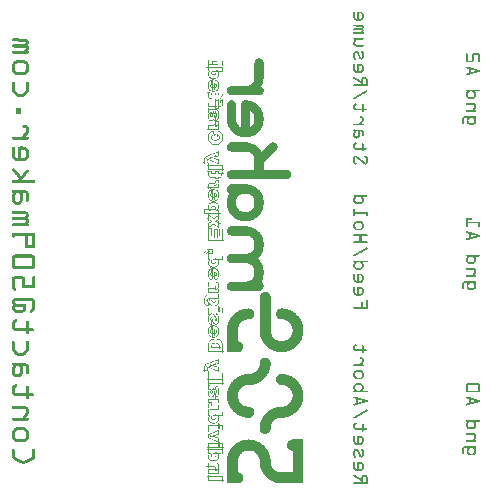
<source format=gbo>
G04 MADE WITH FRITZING*
G04 WWW.FRITZING.ORG*
G04 DOUBLE SIDED*
G04 HOLES PLATED*
G04 CONTOUR ON CENTER OF CONTOUR VECTOR*
%ASAXBY*%
%FSLAX23Y23*%
%MOIN*%
%OFA0B0*%
%SFA1.0B1.0*%
%ADD10R,0.001000X0.001000*%
%LNSILK0*%
G90*
G70*
G54D10*
X1198Y1852D02*
X1201Y1852D01*
X1211Y1852D02*
X1222Y1852D01*
X1197Y1851D02*
X1201Y1851D01*
X1210Y1851D02*
X1224Y1851D01*
X1197Y1850D02*
X1202Y1850D01*
X1210Y1850D02*
X1225Y1850D01*
X1197Y1849D02*
X1202Y1849D01*
X1210Y1849D02*
X1226Y1849D01*
X1197Y1848D02*
X1202Y1848D01*
X1210Y1848D02*
X1227Y1848D01*
X1197Y1847D02*
X1202Y1847D01*
X1210Y1847D02*
X1228Y1847D01*
X1197Y1846D02*
X1202Y1846D01*
X1210Y1846D02*
X1215Y1846D01*
X1222Y1846D02*
X1229Y1846D01*
X1197Y1845D02*
X1202Y1845D01*
X1210Y1845D02*
X1215Y1845D01*
X1223Y1845D02*
X1229Y1845D01*
X1197Y1844D02*
X1202Y1844D01*
X1210Y1844D02*
X1215Y1844D01*
X1224Y1844D02*
X1230Y1844D01*
X1197Y1843D02*
X1202Y1843D01*
X1210Y1843D02*
X1215Y1843D01*
X1225Y1843D02*
X1230Y1843D01*
X1197Y1842D02*
X1202Y1842D01*
X1210Y1842D02*
X1215Y1842D01*
X1225Y1842D02*
X1230Y1842D01*
X1197Y1841D02*
X1202Y1841D01*
X1210Y1841D02*
X1215Y1841D01*
X1225Y1841D02*
X1230Y1841D01*
X1197Y1840D02*
X1202Y1840D01*
X1210Y1840D02*
X1215Y1840D01*
X1225Y1840D02*
X1230Y1840D01*
X1197Y1839D02*
X1202Y1839D01*
X1210Y1839D02*
X1215Y1839D01*
X1225Y1839D02*
X1230Y1839D01*
X1197Y1838D02*
X1202Y1838D01*
X1210Y1838D02*
X1215Y1838D01*
X1225Y1838D02*
X1230Y1838D01*
X1197Y1837D02*
X1202Y1837D01*
X1210Y1837D02*
X1215Y1837D01*
X1225Y1837D02*
X1230Y1837D01*
X1197Y1836D02*
X1202Y1836D01*
X1210Y1836D02*
X1215Y1836D01*
X1225Y1836D02*
X1230Y1836D01*
X1197Y1835D02*
X1202Y1835D01*
X1210Y1835D02*
X1215Y1835D01*
X1225Y1835D02*
X1230Y1835D01*
X1197Y1834D02*
X1202Y1834D01*
X1210Y1834D02*
X1215Y1834D01*
X1225Y1834D02*
X1230Y1834D01*
X1197Y1833D02*
X1202Y1833D01*
X1210Y1833D02*
X1215Y1833D01*
X1225Y1833D02*
X1230Y1833D01*
X1197Y1832D02*
X1203Y1832D01*
X1210Y1832D02*
X1215Y1832D01*
X1225Y1832D02*
X1230Y1832D01*
X1197Y1831D02*
X1203Y1831D01*
X1210Y1831D02*
X1215Y1831D01*
X1224Y1831D02*
X1230Y1831D01*
X1198Y1830D02*
X1204Y1830D01*
X1210Y1830D02*
X1215Y1830D01*
X1223Y1830D02*
X1229Y1830D01*
X1198Y1829D02*
X1205Y1829D01*
X1210Y1829D02*
X1215Y1829D01*
X1222Y1829D02*
X1229Y1829D01*
X1199Y1828D02*
X1228Y1828D01*
X1200Y1827D02*
X1227Y1827D01*
X1200Y1826D02*
X1227Y1826D01*
X1201Y1825D02*
X1226Y1825D01*
X1203Y1824D02*
X1224Y1824D01*
X1204Y1823D02*
X1222Y1823D01*
X1199Y1809D02*
X1209Y1809D01*
X1197Y1808D02*
X1225Y1808D01*
X1197Y1807D02*
X1227Y1807D01*
X1197Y1806D02*
X1228Y1806D01*
X1197Y1805D02*
X1229Y1805D01*
X1198Y1804D02*
X1229Y1804D01*
X1207Y1803D02*
X1230Y1803D01*
X1225Y1802D02*
X1230Y1802D01*
X1225Y1801D02*
X1230Y1801D01*
X1224Y1800D02*
X1230Y1800D01*
X1223Y1799D02*
X1230Y1799D01*
X1223Y1798D02*
X1229Y1798D01*
X1222Y1797D02*
X1229Y1797D01*
X1198Y1796D02*
X1228Y1796D01*
X1197Y1795D02*
X1228Y1795D01*
X1197Y1794D02*
X1229Y1794D01*
X1197Y1793D02*
X1229Y1793D01*
X1198Y1792D02*
X1230Y1792D01*
X1199Y1791D02*
X1230Y1791D01*
X1225Y1790D02*
X1230Y1790D01*
X1225Y1789D02*
X1230Y1789D01*
X1224Y1788D02*
X1230Y1788D01*
X1223Y1787D02*
X1230Y1787D01*
X1223Y1786D02*
X1229Y1786D01*
X1222Y1785D02*
X1229Y1785D01*
X1198Y1784D02*
X1229Y1784D01*
X1197Y1783D02*
X1230Y1783D01*
X1197Y1782D02*
X1230Y1782D01*
X1197Y1781D02*
X1230Y1781D01*
X1197Y1780D02*
X1230Y1780D01*
X1198Y1779D02*
X1229Y1779D01*
X1199Y1765D02*
X1228Y1765D01*
X1197Y1764D02*
X1230Y1764D01*
X61Y1763D02*
X81Y1763D01*
X1197Y1763D02*
X1230Y1763D01*
X60Y1762D02*
X104Y1762D01*
X1197Y1762D02*
X1230Y1762D01*
X59Y1761D02*
X107Y1761D01*
X1197Y1761D02*
X1230Y1761D01*
X59Y1760D02*
X109Y1760D01*
X1198Y1760D02*
X1229Y1760D01*
X58Y1759D02*
X110Y1759D01*
X1202Y1759D02*
X1208Y1759D01*
X59Y1758D02*
X111Y1758D01*
X1201Y1758D02*
X1207Y1758D01*
X59Y1757D02*
X112Y1757D01*
X1201Y1757D02*
X1207Y1757D01*
X59Y1756D02*
X112Y1756D01*
X1200Y1756D02*
X1206Y1756D01*
X60Y1755D02*
X113Y1755D01*
X1199Y1755D02*
X1206Y1755D01*
X62Y1754D02*
X113Y1754D01*
X1199Y1754D02*
X1205Y1754D01*
X80Y1753D02*
X114Y1753D01*
X1198Y1753D02*
X1204Y1753D01*
X104Y1752D02*
X114Y1752D01*
X1198Y1752D02*
X1204Y1752D01*
X105Y1751D02*
X114Y1751D01*
X1197Y1751D02*
X1203Y1751D01*
X105Y1750D02*
X114Y1750D01*
X1197Y1750D02*
X1202Y1750D01*
X104Y1749D02*
X114Y1749D01*
X1197Y1749D02*
X1202Y1749D01*
X103Y1748D02*
X114Y1748D01*
X1197Y1748D02*
X1202Y1748D01*
X103Y1747D02*
X113Y1747D01*
X1197Y1747D02*
X1202Y1747D01*
X102Y1746D02*
X113Y1746D01*
X1197Y1746D02*
X1202Y1746D01*
X101Y1745D02*
X113Y1745D01*
X1197Y1745D02*
X1202Y1745D01*
X100Y1744D02*
X112Y1744D01*
X1197Y1744D02*
X1202Y1744D01*
X63Y1743D02*
X111Y1743D01*
X1197Y1743D02*
X1203Y1743D01*
X60Y1742D02*
X111Y1742D01*
X1197Y1742D02*
X1205Y1742D01*
X59Y1741D02*
X110Y1741D01*
X1198Y1741D02*
X1228Y1741D01*
X59Y1740D02*
X110Y1740D01*
X1198Y1740D02*
X1230Y1740D01*
X59Y1739D02*
X111Y1739D01*
X1199Y1739D02*
X1230Y1739D01*
X58Y1738D02*
X112Y1738D01*
X1200Y1738D02*
X1230Y1738D01*
X59Y1737D02*
X113Y1737D01*
X1202Y1737D02*
X1230Y1737D01*
X59Y1736D02*
X113Y1736D01*
X1205Y1736D02*
X1229Y1736D01*
X60Y1735D02*
X113Y1735D01*
X61Y1734D02*
X114Y1734D01*
X64Y1733D02*
X114Y1733D01*
X105Y1732D02*
X114Y1732D01*
X105Y1731D02*
X114Y1731D01*
X105Y1730D02*
X114Y1730D01*
X104Y1729D02*
X114Y1729D01*
X103Y1728D02*
X114Y1728D01*
X102Y1727D02*
X114Y1727D01*
X102Y1726D02*
X113Y1726D01*
X101Y1725D02*
X113Y1725D01*
X100Y1724D02*
X112Y1724D01*
X99Y1723D02*
X111Y1723D01*
X61Y1722D02*
X111Y1722D01*
X60Y1721D02*
X113Y1721D01*
X1203Y1721D02*
X1208Y1721D01*
X1225Y1721D02*
X1225Y1721D01*
X59Y1720D02*
X113Y1720D01*
X1201Y1720D02*
X1210Y1720D01*
X1223Y1720D02*
X1227Y1720D01*
X59Y1719D02*
X114Y1719D01*
X1200Y1719D02*
X1211Y1719D01*
X1223Y1719D02*
X1228Y1719D01*
X59Y1718D02*
X114Y1718D01*
X1199Y1718D02*
X1212Y1718D01*
X1223Y1718D02*
X1229Y1718D01*
X58Y1717D02*
X114Y1717D01*
X1198Y1717D02*
X1213Y1717D01*
X1223Y1717D02*
X1229Y1717D01*
X59Y1716D02*
X114Y1716D01*
X1198Y1716D02*
X1214Y1716D01*
X1223Y1716D02*
X1230Y1716D01*
X59Y1715D02*
X114Y1715D01*
X1197Y1715D02*
X1204Y1715D01*
X1208Y1715D02*
X1214Y1715D01*
X1224Y1715D02*
X1230Y1715D01*
X60Y1714D02*
X113Y1714D01*
X1197Y1714D02*
X1202Y1714D01*
X1209Y1714D02*
X1215Y1714D01*
X1225Y1714D02*
X1230Y1714D01*
X61Y1713D02*
X111Y1713D01*
X1197Y1713D02*
X1202Y1713D01*
X1209Y1713D02*
X1215Y1713D01*
X1225Y1713D02*
X1230Y1713D01*
X1573Y1713D02*
X1576Y1713D01*
X1596Y1713D02*
X1614Y1713D01*
X1197Y1712D02*
X1202Y1712D01*
X1210Y1712D02*
X1215Y1712D01*
X1225Y1712D02*
X1230Y1712D01*
X1572Y1712D02*
X1576Y1712D01*
X1595Y1712D02*
X1616Y1712D01*
X1197Y1711D02*
X1202Y1711D01*
X1210Y1711D02*
X1216Y1711D01*
X1225Y1711D02*
X1230Y1711D01*
X1572Y1711D02*
X1577Y1711D01*
X1594Y1711D02*
X1617Y1711D01*
X1197Y1710D02*
X1202Y1710D01*
X1211Y1710D02*
X1216Y1710D01*
X1225Y1710D02*
X1230Y1710D01*
X1572Y1710D02*
X1577Y1710D01*
X1593Y1710D02*
X1617Y1710D01*
X1197Y1709D02*
X1202Y1709D01*
X1211Y1709D02*
X1217Y1709D01*
X1225Y1709D02*
X1230Y1709D01*
X1572Y1709D02*
X1577Y1709D01*
X1593Y1709D02*
X1618Y1709D01*
X1197Y1708D02*
X1202Y1708D01*
X1212Y1708D02*
X1217Y1708D01*
X1225Y1708D02*
X1230Y1708D01*
X1572Y1708D02*
X1577Y1708D01*
X1592Y1708D02*
X1618Y1708D01*
X1197Y1707D02*
X1202Y1707D01*
X1212Y1707D02*
X1218Y1707D01*
X1225Y1707D02*
X1230Y1707D01*
X1572Y1707D02*
X1577Y1707D01*
X1592Y1707D02*
X1598Y1707D01*
X1613Y1707D02*
X1618Y1707D01*
X1197Y1706D02*
X1202Y1706D01*
X1212Y1706D02*
X1218Y1706D01*
X1225Y1706D02*
X1230Y1706D01*
X1572Y1706D02*
X1577Y1706D01*
X1592Y1706D02*
X1597Y1706D01*
X1613Y1706D02*
X1618Y1706D01*
X1197Y1705D02*
X1202Y1705D01*
X1213Y1705D02*
X1218Y1705D01*
X1225Y1705D02*
X1230Y1705D01*
X1572Y1705D02*
X1577Y1705D01*
X1592Y1705D02*
X1597Y1705D01*
X1613Y1705D02*
X1618Y1705D01*
X1197Y1704D02*
X1202Y1704D01*
X1213Y1704D02*
X1219Y1704D01*
X1225Y1704D02*
X1230Y1704D01*
X1572Y1704D02*
X1577Y1704D01*
X1592Y1704D02*
X1597Y1704D01*
X1613Y1704D02*
X1618Y1704D01*
X1197Y1703D02*
X1202Y1703D01*
X1214Y1703D02*
X1219Y1703D01*
X1225Y1703D02*
X1230Y1703D01*
X1572Y1703D02*
X1577Y1703D01*
X1592Y1703D02*
X1597Y1703D01*
X1613Y1703D02*
X1618Y1703D01*
X1197Y1702D02*
X1202Y1702D01*
X1214Y1702D02*
X1220Y1702D01*
X1225Y1702D02*
X1230Y1702D01*
X1572Y1702D02*
X1577Y1702D01*
X1592Y1702D02*
X1597Y1702D01*
X1613Y1702D02*
X1618Y1702D01*
X1197Y1701D02*
X1202Y1701D01*
X1215Y1701D02*
X1220Y1701D01*
X1225Y1701D02*
X1230Y1701D01*
X1572Y1701D02*
X1577Y1701D01*
X1592Y1701D02*
X1597Y1701D01*
X1613Y1701D02*
X1618Y1701D01*
X1197Y1700D02*
X1202Y1700D01*
X1215Y1700D02*
X1221Y1700D01*
X1225Y1700D02*
X1230Y1700D01*
X1572Y1700D02*
X1577Y1700D01*
X1592Y1700D02*
X1597Y1700D01*
X1613Y1700D02*
X1618Y1700D01*
X1197Y1699D02*
X1202Y1699D01*
X1215Y1699D02*
X1221Y1699D01*
X1225Y1699D02*
X1230Y1699D01*
X1572Y1699D02*
X1577Y1699D01*
X1592Y1699D02*
X1597Y1699D01*
X1613Y1699D02*
X1618Y1699D01*
X1197Y1698D02*
X1203Y1698D01*
X1216Y1698D02*
X1230Y1698D01*
X1572Y1698D02*
X1577Y1698D01*
X1592Y1698D02*
X1597Y1698D01*
X1613Y1698D02*
X1618Y1698D01*
X1198Y1697D02*
X1203Y1697D01*
X1216Y1697D02*
X1230Y1697D01*
X1572Y1697D02*
X1577Y1697D01*
X1592Y1697D02*
X1597Y1697D01*
X1613Y1697D02*
X1618Y1697D01*
X879Y1696D02*
X885Y1696D01*
X1198Y1696D02*
X1204Y1696D01*
X1217Y1696D02*
X1229Y1696D01*
X1572Y1696D02*
X1577Y1696D01*
X1592Y1696D02*
X1597Y1696D01*
X1613Y1696D02*
X1618Y1696D01*
X876Y1695D02*
X888Y1695D01*
X1198Y1695D02*
X1204Y1695D01*
X1218Y1695D02*
X1228Y1695D01*
X1572Y1695D02*
X1577Y1695D01*
X1592Y1695D02*
X1597Y1695D01*
X1613Y1695D02*
X1618Y1695D01*
X874Y1694D02*
X890Y1694D01*
X1199Y1694D02*
X1204Y1694D01*
X1219Y1694D02*
X1227Y1694D01*
X1572Y1694D02*
X1577Y1694D01*
X1592Y1694D02*
X1597Y1694D01*
X1613Y1694D02*
X1618Y1694D01*
X873Y1693D02*
X891Y1693D01*
X1200Y1693D02*
X1204Y1693D01*
X1221Y1693D02*
X1226Y1693D01*
X1572Y1693D02*
X1577Y1693D01*
X1592Y1693D02*
X1597Y1693D01*
X1613Y1693D02*
X1618Y1693D01*
X872Y1692D02*
X893Y1692D01*
X1201Y1692D02*
X1203Y1692D01*
X1572Y1692D02*
X1577Y1692D01*
X1592Y1692D02*
X1597Y1692D01*
X1613Y1692D02*
X1618Y1692D01*
X77Y1691D02*
X96Y1691D01*
X713Y1691D02*
X713Y1691D01*
X871Y1691D02*
X893Y1691D01*
X1572Y1691D02*
X1577Y1691D01*
X1592Y1691D02*
X1597Y1691D01*
X1613Y1691D02*
X1618Y1691D01*
X71Y1690D02*
X101Y1690D01*
X713Y1690D02*
X714Y1690D01*
X870Y1690D02*
X894Y1690D01*
X1572Y1690D02*
X1577Y1690D01*
X1592Y1690D02*
X1597Y1690D01*
X1613Y1690D02*
X1618Y1690D01*
X69Y1689D02*
X103Y1689D01*
X712Y1689D02*
X715Y1689D01*
X746Y1689D02*
X760Y1689D01*
X869Y1689D02*
X895Y1689D01*
X1572Y1689D02*
X1597Y1689D01*
X1613Y1689D02*
X1618Y1689D01*
X68Y1688D02*
X105Y1688D01*
X711Y1688D02*
X725Y1688D01*
X728Y1688D02*
X728Y1688D01*
X738Y1688D02*
X761Y1688D01*
X869Y1688D02*
X895Y1688D01*
X1572Y1688D02*
X1597Y1688D01*
X1613Y1688D02*
X1618Y1688D01*
X67Y1687D02*
X106Y1687D01*
X711Y1687D02*
X729Y1687D01*
X731Y1687D02*
X761Y1687D01*
X868Y1687D02*
X896Y1687D01*
X1572Y1687D02*
X1597Y1687D01*
X1613Y1687D02*
X1618Y1687D01*
X66Y1686D02*
X107Y1686D01*
X713Y1686D02*
X714Y1686D01*
X724Y1686D02*
X741Y1686D01*
X759Y1686D02*
X761Y1686D01*
X868Y1686D02*
X896Y1686D01*
X1572Y1686D02*
X1596Y1686D01*
X1613Y1686D02*
X1618Y1686D01*
X65Y1685D02*
X108Y1685D01*
X713Y1685D02*
X714Y1685D01*
X724Y1685D02*
X734Y1685D01*
X759Y1685D02*
X761Y1685D01*
X868Y1685D02*
X896Y1685D01*
X1572Y1685D02*
X1595Y1685D01*
X1613Y1685D02*
X1618Y1685D01*
X64Y1684D02*
X109Y1684D01*
X713Y1684D02*
X714Y1684D01*
X724Y1684D02*
X729Y1684D01*
X759Y1684D02*
X761Y1684D01*
X868Y1684D02*
X897Y1684D01*
X1572Y1684D02*
X1594Y1684D01*
X1614Y1684D02*
X1617Y1684D01*
X63Y1683D02*
X110Y1683D01*
X713Y1683D02*
X714Y1683D01*
X724Y1683D02*
X729Y1683D01*
X759Y1683D02*
X761Y1683D01*
X868Y1683D02*
X897Y1683D01*
X62Y1682D02*
X111Y1682D01*
X713Y1682D02*
X714Y1682D01*
X724Y1682D02*
X729Y1682D01*
X759Y1682D02*
X761Y1682D01*
X867Y1682D02*
X897Y1682D01*
X61Y1681D02*
X111Y1681D01*
X713Y1681D02*
X714Y1681D01*
X724Y1681D02*
X729Y1681D01*
X759Y1681D02*
X761Y1681D01*
X867Y1681D02*
X897Y1681D01*
X61Y1680D02*
X73Y1680D01*
X100Y1680D02*
X112Y1680D01*
X713Y1680D02*
X714Y1680D01*
X724Y1680D02*
X729Y1680D01*
X759Y1680D02*
X761Y1680D01*
X867Y1680D02*
X897Y1680D01*
X60Y1679D02*
X72Y1679D01*
X101Y1679D02*
X113Y1679D01*
X713Y1679D02*
X714Y1679D01*
X724Y1679D02*
X729Y1679D01*
X759Y1679D02*
X761Y1679D01*
X867Y1679D02*
X897Y1679D01*
X60Y1678D02*
X71Y1678D01*
X102Y1678D02*
X113Y1678D01*
X713Y1678D02*
X714Y1678D01*
X724Y1678D02*
X730Y1678D01*
X759Y1678D02*
X761Y1678D01*
X867Y1678D02*
X897Y1678D01*
X1199Y1678D02*
X1200Y1678D01*
X1212Y1678D02*
X1220Y1678D01*
X59Y1677D02*
X70Y1677D01*
X103Y1677D02*
X113Y1677D01*
X713Y1677D02*
X714Y1677D01*
X724Y1677D02*
X738Y1677D01*
X759Y1677D02*
X761Y1677D01*
X867Y1677D02*
X897Y1677D01*
X1198Y1677D02*
X1201Y1677D01*
X1210Y1677D02*
X1224Y1677D01*
X59Y1676D02*
X69Y1676D01*
X104Y1676D02*
X114Y1676D01*
X713Y1676D02*
X745Y1676D01*
X759Y1676D02*
X761Y1676D01*
X867Y1676D02*
X897Y1676D01*
X1197Y1676D02*
X1202Y1676D01*
X1210Y1676D02*
X1225Y1676D01*
X59Y1675D02*
X68Y1675D01*
X104Y1675D02*
X114Y1675D01*
X713Y1675D02*
X729Y1675D01*
X734Y1675D02*
X763Y1675D01*
X867Y1675D02*
X897Y1675D01*
X1197Y1675D02*
X1202Y1675D01*
X1210Y1675D02*
X1226Y1675D01*
X59Y1674D02*
X68Y1674D01*
X105Y1674D02*
X114Y1674D01*
X713Y1674D02*
X727Y1674D01*
X743Y1674D02*
X763Y1674D01*
X867Y1674D02*
X897Y1674D01*
X1197Y1674D02*
X1202Y1674D01*
X1210Y1674D02*
X1227Y1674D01*
X58Y1673D02*
X68Y1673D01*
X105Y1673D02*
X114Y1673D01*
X713Y1673D02*
X714Y1673D01*
X724Y1673D02*
X726Y1673D01*
X759Y1673D02*
X761Y1673D01*
X867Y1673D02*
X897Y1673D01*
X1197Y1673D02*
X1202Y1673D01*
X1210Y1673D02*
X1228Y1673D01*
X58Y1672D02*
X68Y1672D01*
X105Y1672D02*
X114Y1672D01*
X713Y1672D02*
X714Y1672D01*
X724Y1672D02*
X726Y1672D01*
X759Y1672D02*
X760Y1672D01*
X867Y1672D02*
X897Y1672D01*
X1197Y1672D02*
X1202Y1672D01*
X1210Y1672D02*
X1229Y1672D01*
X58Y1671D02*
X68Y1671D01*
X105Y1671D02*
X114Y1671D01*
X713Y1671D02*
X714Y1671D01*
X867Y1671D02*
X897Y1671D01*
X1197Y1671D02*
X1202Y1671D01*
X1210Y1671D02*
X1215Y1671D01*
X1223Y1671D02*
X1229Y1671D01*
X58Y1670D02*
X68Y1670D01*
X105Y1670D02*
X114Y1670D01*
X713Y1670D02*
X714Y1670D01*
X867Y1670D02*
X897Y1670D01*
X1197Y1670D02*
X1202Y1670D01*
X1210Y1670D02*
X1215Y1670D01*
X1224Y1670D02*
X1230Y1670D01*
X58Y1669D02*
X68Y1669D01*
X105Y1669D02*
X114Y1669D01*
X713Y1669D02*
X714Y1669D01*
X867Y1669D02*
X897Y1669D01*
X1197Y1669D02*
X1202Y1669D01*
X1210Y1669D02*
X1215Y1669D01*
X1224Y1669D02*
X1230Y1669D01*
X1573Y1669D02*
X1577Y1669D01*
X58Y1668D02*
X68Y1668D01*
X105Y1668D02*
X114Y1668D01*
X713Y1668D02*
X714Y1668D01*
X867Y1668D02*
X897Y1668D01*
X1197Y1668D02*
X1202Y1668D01*
X1210Y1668D02*
X1215Y1668D01*
X1225Y1668D02*
X1230Y1668D01*
X1572Y1668D02*
X1581Y1668D01*
X58Y1667D02*
X68Y1667D01*
X105Y1667D02*
X114Y1667D01*
X707Y1667D02*
X760Y1667D01*
X867Y1667D02*
X897Y1667D01*
X1197Y1667D02*
X1202Y1667D01*
X1210Y1667D02*
X1215Y1667D01*
X1225Y1667D02*
X1230Y1667D01*
X1572Y1667D02*
X1584Y1667D01*
X58Y1666D02*
X68Y1666D01*
X105Y1666D02*
X114Y1666D01*
X707Y1666D02*
X761Y1666D01*
X867Y1666D02*
X897Y1666D01*
X1197Y1666D02*
X1202Y1666D01*
X1210Y1666D02*
X1215Y1666D01*
X1225Y1666D02*
X1230Y1666D01*
X1572Y1666D02*
X1588Y1666D01*
X58Y1665D02*
X68Y1665D01*
X105Y1665D02*
X114Y1665D01*
X713Y1665D02*
X715Y1665D01*
X759Y1665D02*
X761Y1665D01*
X867Y1665D02*
X897Y1665D01*
X1197Y1665D02*
X1202Y1665D01*
X1210Y1665D02*
X1215Y1665D01*
X1225Y1665D02*
X1230Y1665D01*
X1573Y1665D02*
X1591Y1665D01*
X58Y1664D02*
X68Y1664D01*
X105Y1664D02*
X114Y1664D01*
X713Y1664D02*
X714Y1664D01*
X759Y1664D02*
X761Y1664D01*
X867Y1664D02*
X897Y1664D01*
X1197Y1664D02*
X1202Y1664D01*
X1210Y1664D02*
X1215Y1664D01*
X1225Y1664D02*
X1230Y1664D01*
X1574Y1664D02*
X1595Y1664D01*
X58Y1663D02*
X68Y1663D01*
X105Y1663D02*
X114Y1663D01*
X713Y1663D02*
X714Y1663D01*
X759Y1663D02*
X761Y1663D01*
X867Y1663D02*
X897Y1663D01*
X1197Y1663D02*
X1202Y1663D01*
X1210Y1663D02*
X1215Y1663D01*
X1225Y1663D02*
X1230Y1663D01*
X1577Y1663D02*
X1598Y1663D01*
X58Y1662D02*
X68Y1662D01*
X105Y1662D02*
X114Y1662D01*
X713Y1662D02*
X714Y1662D01*
X759Y1662D02*
X761Y1662D01*
X867Y1662D02*
X897Y1662D01*
X1197Y1662D02*
X1202Y1662D01*
X1210Y1662D02*
X1215Y1662D01*
X1225Y1662D02*
X1230Y1662D01*
X1581Y1662D02*
X1601Y1662D01*
X58Y1661D02*
X68Y1661D01*
X105Y1661D02*
X114Y1661D01*
X713Y1661D02*
X714Y1661D01*
X759Y1661D02*
X761Y1661D01*
X867Y1661D02*
X897Y1661D01*
X1197Y1661D02*
X1202Y1661D01*
X1210Y1661D02*
X1215Y1661D01*
X1225Y1661D02*
X1230Y1661D01*
X1582Y1661D02*
X1605Y1661D01*
X58Y1660D02*
X68Y1660D01*
X105Y1660D02*
X114Y1660D01*
X713Y1660D02*
X714Y1660D01*
X759Y1660D02*
X761Y1660D01*
X867Y1660D02*
X897Y1660D01*
X1197Y1660D02*
X1202Y1660D01*
X1210Y1660D02*
X1215Y1660D01*
X1225Y1660D02*
X1230Y1660D01*
X1582Y1660D02*
X1608Y1660D01*
X58Y1659D02*
X68Y1659D01*
X105Y1659D02*
X114Y1659D01*
X713Y1659D02*
X714Y1659D01*
X734Y1659D02*
X738Y1659D01*
X759Y1659D02*
X761Y1659D01*
X867Y1659D02*
X897Y1659D01*
X1197Y1659D02*
X1202Y1659D01*
X1210Y1659D02*
X1215Y1659D01*
X1225Y1659D02*
X1230Y1659D01*
X1582Y1659D02*
X1587Y1659D01*
X1591Y1659D02*
X1612Y1659D01*
X59Y1658D02*
X68Y1658D01*
X105Y1658D02*
X114Y1658D01*
X713Y1658D02*
X714Y1658D01*
X734Y1658D02*
X741Y1658D01*
X759Y1658D02*
X761Y1658D01*
X867Y1658D02*
X897Y1658D01*
X1197Y1658D02*
X1202Y1658D01*
X1210Y1658D02*
X1215Y1658D01*
X1225Y1658D02*
X1230Y1658D01*
X1582Y1658D02*
X1587Y1658D01*
X1594Y1658D02*
X1615Y1658D01*
X59Y1657D02*
X68Y1657D01*
X104Y1657D02*
X114Y1657D01*
X713Y1657D02*
X714Y1657D01*
X737Y1657D02*
X742Y1657D01*
X759Y1657D02*
X761Y1657D01*
X867Y1657D02*
X897Y1657D01*
X1197Y1657D02*
X1203Y1657D01*
X1210Y1657D02*
X1215Y1657D01*
X1224Y1657D02*
X1230Y1657D01*
X1582Y1657D02*
X1587Y1657D01*
X1598Y1657D02*
X1617Y1657D01*
X59Y1656D02*
X69Y1656D01*
X103Y1656D02*
X114Y1656D01*
X713Y1656D02*
X714Y1656D01*
X740Y1656D02*
X744Y1656D01*
X759Y1656D02*
X761Y1656D01*
X867Y1656D02*
X897Y1656D01*
X1197Y1656D02*
X1204Y1656D01*
X1210Y1656D02*
X1215Y1656D01*
X1223Y1656D02*
X1230Y1656D01*
X1582Y1656D02*
X1587Y1656D01*
X1601Y1656D02*
X1618Y1656D01*
X59Y1655D02*
X70Y1655D01*
X103Y1655D02*
X113Y1655D01*
X713Y1655D02*
X719Y1655D01*
X742Y1655D02*
X745Y1655D01*
X759Y1655D02*
X761Y1655D01*
X867Y1655D02*
X897Y1655D01*
X1198Y1655D02*
X1205Y1655D01*
X1210Y1655D02*
X1215Y1655D01*
X1222Y1655D02*
X1229Y1655D01*
X1582Y1655D02*
X1587Y1655D01*
X1604Y1655D02*
X1618Y1655D01*
X60Y1654D02*
X71Y1654D01*
X102Y1654D02*
X113Y1654D01*
X713Y1654D02*
X719Y1654D01*
X726Y1654D02*
X761Y1654D01*
X867Y1654D02*
X897Y1654D01*
X1198Y1654D02*
X1229Y1654D01*
X1582Y1654D02*
X1587Y1654D01*
X1602Y1654D02*
X1618Y1654D01*
X60Y1653D02*
X72Y1653D01*
X101Y1653D02*
X113Y1653D01*
X715Y1653D02*
X718Y1653D01*
X724Y1653D02*
X760Y1653D01*
X867Y1653D02*
X897Y1653D01*
X1199Y1653D02*
X1228Y1653D01*
X1582Y1653D02*
X1587Y1653D01*
X1599Y1653D02*
X1617Y1653D01*
X61Y1652D02*
X73Y1652D01*
X100Y1652D02*
X112Y1652D01*
X715Y1652D02*
X717Y1652D01*
X723Y1652D02*
X727Y1652D01*
X745Y1652D02*
X747Y1652D01*
X867Y1652D02*
X897Y1652D01*
X1200Y1652D02*
X1227Y1652D01*
X1582Y1652D02*
X1587Y1652D01*
X1595Y1652D02*
X1616Y1652D01*
X61Y1651D02*
X111Y1651D01*
X714Y1651D02*
X716Y1651D01*
X722Y1651D02*
X724Y1651D01*
X746Y1651D02*
X747Y1651D01*
X867Y1651D02*
X897Y1651D01*
X1201Y1651D02*
X1226Y1651D01*
X1582Y1651D02*
X1587Y1651D01*
X1592Y1651D02*
X1613Y1651D01*
X62Y1650D02*
X111Y1650D01*
X713Y1650D02*
X715Y1650D01*
X722Y1650D02*
X724Y1650D01*
X746Y1650D02*
X748Y1650D01*
X867Y1650D02*
X897Y1650D01*
X1202Y1650D02*
X1225Y1650D01*
X1582Y1650D02*
X1609Y1650D01*
X63Y1649D02*
X110Y1649D01*
X713Y1649D02*
X715Y1649D01*
X722Y1649D02*
X723Y1649D01*
X746Y1649D02*
X748Y1649D01*
X867Y1649D02*
X897Y1649D01*
X1203Y1649D02*
X1223Y1649D01*
X1582Y1649D02*
X1606Y1649D01*
X64Y1648D02*
X109Y1648D01*
X713Y1648D02*
X714Y1648D01*
X721Y1648D02*
X723Y1648D01*
X738Y1648D02*
X739Y1648D01*
X747Y1648D02*
X748Y1648D01*
X867Y1648D02*
X897Y1648D01*
X1207Y1648D02*
X1220Y1648D01*
X1582Y1648D02*
X1603Y1648D01*
X65Y1647D02*
X108Y1647D01*
X712Y1647D02*
X714Y1647D01*
X721Y1647D02*
X723Y1647D01*
X737Y1647D02*
X739Y1647D01*
X747Y1647D02*
X748Y1647D01*
X867Y1647D02*
X897Y1647D01*
X1578Y1647D02*
X1599Y1647D01*
X66Y1646D02*
X107Y1646D01*
X712Y1646D02*
X714Y1646D01*
X722Y1646D02*
X723Y1646D01*
X737Y1646D02*
X739Y1646D01*
X747Y1646D02*
X748Y1646D01*
X867Y1646D02*
X897Y1646D01*
X1575Y1646D02*
X1596Y1646D01*
X67Y1645D02*
X106Y1645D01*
X712Y1645D02*
X714Y1645D01*
X722Y1645D02*
X724Y1645D01*
X736Y1645D02*
X738Y1645D01*
X747Y1645D02*
X748Y1645D01*
X867Y1645D02*
X897Y1645D01*
X1573Y1645D02*
X1592Y1645D01*
X68Y1644D02*
X105Y1644D01*
X712Y1644D02*
X714Y1644D01*
X723Y1644D02*
X726Y1644D01*
X734Y1644D02*
X738Y1644D01*
X747Y1644D02*
X749Y1644D01*
X867Y1644D02*
X897Y1644D01*
X1572Y1644D02*
X1589Y1644D01*
X69Y1643D02*
X103Y1643D01*
X712Y1643D02*
X714Y1643D01*
X724Y1643D02*
X737Y1643D01*
X747Y1643D02*
X749Y1643D01*
X867Y1643D02*
X897Y1643D01*
X1572Y1643D02*
X1585Y1643D01*
X72Y1642D02*
X101Y1642D01*
X712Y1642D02*
X714Y1642D01*
X726Y1642D02*
X735Y1642D01*
X747Y1642D02*
X748Y1642D01*
X867Y1642D02*
X897Y1642D01*
X1572Y1642D02*
X1582Y1642D01*
X712Y1641D02*
X714Y1641D01*
X747Y1641D02*
X748Y1641D01*
X867Y1641D02*
X897Y1641D01*
X1572Y1641D02*
X1579Y1641D01*
X712Y1640D02*
X714Y1640D01*
X747Y1640D02*
X748Y1640D01*
X867Y1640D02*
X897Y1640D01*
X1574Y1640D02*
X1575Y1640D01*
X713Y1639D02*
X714Y1639D01*
X746Y1639D02*
X748Y1639D01*
X867Y1639D02*
X897Y1639D01*
X713Y1638D02*
X715Y1638D01*
X746Y1638D02*
X747Y1638D01*
X867Y1638D02*
X897Y1638D01*
X714Y1637D02*
X715Y1637D01*
X745Y1637D02*
X747Y1637D01*
X867Y1637D02*
X897Y1637D01*
X714Y1636D02*
X716Y1636D01*
X745Y1636D02*
X747Y1636D01*
X867Y1636D02*
X897Y1636D01*
X715Y1635D02*
X717Y1635D01*
X744Y1635D02*
X746Y1635D01*
X867Y1635D02*
X897Y1635D01*
X716Y1634D02*
X718Y1634D01*
X743Y1634D02*
X745Y1634D01*
X867Y1634D02*
X897Y1634D01*
X1198Y1634D02*
X1201Y1634D01*
X1229Y1634D02*
X1237Y1634D01*
X717Y1633D02*
X720Y1633D01*
X741Y1633D02*
X744Y1633D01*
X867Y1633D02*
X897Y1633D01*
X1197Y1633D02*
X1202Y1633D01*
X1227Y1633D02*
X1239Y1633D01*
X718Y1632D02*
X722Y1632D01*
X739Y1632D02*
X743Y1632D01*
X867Y1632D02*
X897Y1632D01*
X1197Y1632D02*
X1204Y1632D01*
X1226Y1632D02*
X1240Y1632D01*
X720Y1631D02*
X726Y1631D01*
X735Y1631D02*
X741Y1631D01*
X867Y1631D02*
X897Y1631D01*
X1197Y1631D02*
X1206Y1631D01*
X1225Y1631D02*
X1241Y1631D01*
X720Y1630D02*
X739Y1630D01*
X867Y1630D02*
X897Y1630D01*
X1197Y1630D02*
X1207Y1630D01*
X1224Y1630D02*
X1242Y1630D01*
X720Y1629D02*
X722Y1629D01*
X725Y1629D02*
X736Y1629D01*
X867Y1629D02*
X897Y1629D01*
X1198Y1629D02*
X1209Y1629D01*
X1223Y1629D02*
X1242Y1629D01*
X720Y1628D02*
X722Y1628D01*
X867Y1628D02*
X897Y1628D01*
X1200Y1628D02*
X1211Y1628D01*
X1223Y1628D02*
X1229Y1628D01*
X1236Y1628D02*
X1243Y1628D01*
X721Y1627D02*
X722Y1627D01*
X866Y1627D02*
X896Y1627D01*
X1201Y1627D02*
X1213Y1627D01*
X1223Y1627D02*
X1228Y1627D01*
X1237Y1627D02*
X1243Y1627D01*
X721Y1626D02*
X722Y1626D01*
X724Y1626D02*
X725Y1626D01*
X727Y1626D02*
X732Y1626D01*
X866Y1626D02*
X896Y1626D01*
X1203Y1626D02*
X1214Y1626D01*
X1223Y1626D02*
X1228Y1626D01*
X1238Y1626D02*
X1243Y1626D01*
X721Y1625D02*
X737Y1625D01*
X866Y1625D02*
X896Y1625D01*
X1205Y1625D02*
X1216Y1625D01*
X1223Y1625D02*
X1228Y1625D01*
X1238Y1625D02*
X1243Y1625D01*
X720Y1624D02*
X724Y1624D01*
X726Y1624D02*
X739Y1624D01*
X866Y1624D02*
X896Y1624D01*
X1206Y1624D02*
X1218Y1624D01*
X1223Y1624D02*
X1228Y1624D01*
X1238Y1624D02*
X1243Y1624D01*
X719Y1623D02*
X723Y1623D01*
X726Y1623D02*
X728Y1623D01*
X736Y1623D02*
X741Y1623D01*
X865Y1623D02*
X896Y1623D01*
X1208Y1623D02*
X1219Y1623D01*
X1223Y1623D02*
X1228Y1623D01*
X1238Y1623D02*
X1243Y1623D01*
X718Y1622D02*
X723Y1622D01*
X726Y1622D02*
X728Y1622D01*
X739Y1622D02*
X742Y1622D01*
X865Y1622D02*
X896Y1622D01*
X1210Y1622D02*
X1228Y1622D01*
X1238Y1622D02*
X1243Y1622D01*
X717Y1621D02*
X719Y1621D01*
X721Y1621D02*
X723Y1621D01*
X726Y1621D02*
X728Y1621D01*
X741Y1621D02*
X743Y1621D01*
X864Y1621D02*
X895Y1621D01*
X1212Y1621D02*
X1228Y1621D01*
X1238Y1621D02*
X1243Y1621D01*
X716Y1620D02*
X718Y1620D01*
X721Y1620D02*
X723Y1620D01*
X726Y1620D02*
X728Y1620D01*
X742Y1620D02*
X744Y1620D01*
X864Y1620D02*
X895Y1620D01*
X1213Y1620D02*
X1228Y1620D01*
X1238Y1620D02*
X1243Y1620D01*
X715Y1619D02*
X717Y1619D01*
X722Y1619D02*
X723Y1619D01*
X726Y1619D02*
X728Y1619D01*
X743Y1619D02*
X745Y1619D01*
X864Y1619D02*
X895Y1619D01*
X1215Y1619D02*
X1228Y1619D01*
X1238Y1619D02*
X1243Y1619D01*
X61Y1618D02*
X65Y1618D01*
X107Y1618D02*
X112Y1618D01*
X714Y1618D02*
X716Y1618D01*
X722Y1618D02*
X723Y1618D01*
X726Y1618D02*
X728Y1618D01*
X744Y1618D02*
X746Y1618D01*
X863Y1618D02*
X895Y1618D01*
X1217Y1618D02*
X1228Y1618D01*
X1238Y1618D02*
X1243Y1618D01*
X60Y1617D02*
X66Y1617D01*
X106Y1617D02*
X113Y1617D01*
X714Y1617D02*
X716Y1617D01*
X722Y1617D02*
X723Y1617D01*
X726Y1617D02*
X728Y1617D01*
X744Y1617D02*
X746Y1617D01*
X862Y1617D02*
X894Y1617D01*
X1218Y1617D02*
X1228Y1617D01*
X1238Y1617D02*
X1243Y1617D01*
X59Y1616D02*
X67Y1616D01*
X106Y1616D02*
X114Y1616D01*
X713Y1616D02*
X715Y1616D01*
X722Y1616D02*
X724Y1616D01*
X726Y1616D02*
X728Y1616D01*
X745Y1616D02*
X747Y1616D01*
X862Y1616D02*
X894Y1616D01*
X1220Y1616D02*
X1228Y1616D01*
X1238Y1616D02*
X1243Y1616D01*
X59Y1615D02*
X67Y1615D01*
X105Y1615D02*
X114Y1615D01*
X713Y1615D02*
X715Y1615D01*
X722Y1615D02*
X724Y1615D01*
X726Y1615D02*
X728Y1615D01*
X745Y1615D02*
X747Y1615D01*
X861Y1615D02*
X894Y1615D01*
X1222Y1615D02*
X1228Y1615D01*
X1238Y1615D02*
X1243Y1615D01*
X58Y1614D02*
X67Y1614D01*
X105Y1614D02*
X114Y1614D01*
X713Y1614D02*
X714Y1614D01*
X722Y1614D02*
X724Y1614D01*
X726Y1614D02*
X728Y1614D01*
X746Y1614D02*
X747Y1614D01*
X860Y1614D02*
X893Y1614D01*
X1223Y1614D02*
X1228Y1614D01*
X1238Y1614D02*
X1243Y1614D01*
X58Y1613D02*
X68Y1613D01*
X105Y1613D02*
X114Y1613D01*
X713Y1613D02*
X714Y1613D01*
X722Y1613D02*
X724Y1613D01*
X726Y1613D02*
X728Y1613D01*
X733Y1613D02*
X735Y1613D01*
X746Y1613D02*
X748Y1613D01*
X859Y1613D02*
X893Y1613D01*
X1223Y1613D02*
X1228Y1613D01*
X1238Y1613D02*
X1243Y1613D01*
X58Y1612D02*
X68Y1612D01*
X105Y1612D02*
X114Y1612D01*
X712Y1612D02*
X714Y1612D01*
X722Y1612D02*
X724Y1612D01*
X726Y1612D02*
X728Y1612D01*
X733Y1612D02*
X737Y1612D01*
X746Y1612D02*
X748Y1612D01*
X858Y1612D02*
X893Y1612D01*
X1223Y1612D02*
X1228Y1612D01*
X1238Y1612D02*
X1243Y1612D01*
X58Y1611D02*
X68Y1611D01*
X105Y1611D02*
X114Y1611D01*
X712Y1611D02*
X714Y1611D01*
X721Y1611D02*
X724Y1611D01*
X726Y1611D02*
X728Y1611D01*
X732Y1611D02*
X739Y1611D01*
X747Y1611D02*
X748Y1611D01*
X857Y1611D02*
X892Y1611D01*
X1223Y1611D02*
X1228Y1611D01*
X1238Y1611D02*
X1243Y1611D01*
X58Y1610D02*
X68Y1610D01*
X105Y1610D02*
X114Y1610D01*
X712Y1610D02*
X714Y1610D01*
X721Y1610D02*
X723Y1610D01*
X726Y1610D02*
X728Y1610D01*
X732Y1610D02*
X734Y1610D01*
X737Y1610D02*
X740Y1610D01*
X747Y1610D02*
X748Y1610D01*
X856Y1610D02*
X892Y1610D01*
X1198Y1610D02*
X1243Y1610D01*
X58Y1609D02*
X68Y1609D01*
X105Y1609D02*
X114Y1609D01*
X712Y1609D02*
X714Y1609D01*
X720Y1609D02*
X722Y1609D01*
X726Y1609D02*
X728Y1609D01*
X732Y1609D02*
X734Y1609D01*
X738Y1609D02*
X740Y1609D01*
X747Y1609D02*
X748Y1609D01*
X854Y1609D02*
X892Y1609D01*
X1197Y1609D02*
X1243Y1609D01*
X58Y1608D02*
X68Y1608D01*
X105Y1608D02*
X114Y1608D01*
X712Y1608D02*
X714Y1608D01*
X720Y1608D02*
X721Y1608D01*
X726Y1608D02*
X728Y1608D01*
X732Y1608D02*
X734Y1608D01*
X739Y1608D02*
X741Y1608D01*
X747Y1608D02*
X748Y1608D01*
X852Y1608D02*
X891Y1608D01*
X1197Y1608D02*
X1243Y1608D01*
X58Y1607D02*
X68Y1607D01*
X105Y1607D02*
X114Y1607D01*
X712Y1607D02*
X714Y1607D01*
X720Y1607D02*
X721Y1607D01*
X726Y1607D02*
X728Y1607D01*
X732Y1607D02*
X734Y1607D01*
X739Y1607D02*
X741Y1607D01*
X747Y1607D02*
X748Y1607D01*
X850Y1607D02*
X891Y1607D01*
X1197Y1607D02*
X1243Y1607D01*
X58Y1606D02*
X68Y1606D01*
X105Y1606D02*
X114Y1606D01*
X712Y1606D02*
X713Y1606D01*
X720Y1606D02*
X721Y1606D01*
X726Y1606D02*
X728Y1606D01*
X732Y1606D02*
X734Y1606D01*
X739Y1606D02*
X741Y1606D01*
X747Y1606D02*
X748Y1606D01*
X848Y1606D02*
X890Y1606D01*
X1197Y1606D02*
X1243Y1606D01*
X58Y1605D02*
X68Y1605D01*
X105Y1605D02*
X114Y1605D01*
X712Y1605D02*
X714Y1605D01*
X720Y1605D02*
X721Y1605D01*
X726Y1605D02*
X728Y1605D01*
X732Y1605D02*
X734Y1605D01*
X739Y1605D02*
X741Y1605D01*
X747Y1605D02*
X749Y1605D01*
X844Y1605D02*
X890Y1605D01*
X1198Y1605D02*
X1243Y1605D01*
X58Y1604D02*
X68Y1604D01*
X105Y1604D02*
X114Y1604D01*
X712Y1604D02*
X714Y1604D01*
X720Y1604D02*
X721Y1604D01*
X726Y1604D02*
X728Y1604D01*
X732Y1604D02*
X734Y1604D01*
X739Y1604D02*
X741Y1604D01*
X747Y1604D02*
X748Y1604D01*
X787Y1604D02*
X889Y1604D01*
X58Y1603D02*
X68Y1603D01*
X105Y1603D02*
X114Y1603D01*
X712Y1603D02*
X714Y1603D01*
X720Y1603D02*
X722Y1603D01*
X726Y1603D02*
X728Y1603D01*
X732Y1603D02*
X734Y1603D01*
X739Y1603D02*
X740Y1603D01*
X747Y1603D02*
X748Y1603D01*
X784Y1603D02*
X889Y1603D01*
X58Y1602D02*
X68Y1602D01*
X105Y1602D02*
X114Y1602D01*
X712Y1602D02*
X714Y1602D01*
X721Y1602D02*
X723Y1602D01*
X726Y1602D02*
X728Y1602D01*
X732Y1602D02*
X734Y1602D01*
X738Y1602D02*
X740Y1602D01*
X747Y1602D02*
X748Y1602D01*
X782Y1602D02*
X890Y1602D01*
X58Y1601D02*
X68Y1601D01*
X105Y1601D02*
X114Y1601D01*
X712Y1601D02*
X714Y1601D01*
X721Y1601D02*
X728Y1601D01*
X732Y1601D02*
X734Y1601D01*
X736Y1601D02*
X739Y1601D01*
X747Y1601D02*
X748Y1601D01*
X781Y1601D02*
X891Y1601D01*
X58Y1600D02*
X68Y1600D01*
X105Y1600D02*
X114Y1600D01*
X712Y1600D02*
X714Y1600D01*
X722Y1600D02*
X738Y1600D01*
X746Y1600D02*
X748Y1600D01*
X780Y1600D02*
X892Y1600D01*
X58Y1599D02*
X68Y1599D01*
X105Y1599D02*
X114Y1599D01*
X713Y1599D02*
X714Y1599D01*
X724Y1599D02*
X736Y1599D01*
X746Y1599D02*
X748Y1599D01*
X779Y1599D02*
X893Y1599D01*
X58Y1598D02*
X68Y1598D01*
X105Y1598D02*
X114Y1598D01*
X713Y1598D02*
X714Y1598D01*
X726Y1598D02*
X728Y1598D01*
X732Y1598D02*
X734Y1598D01*
X746Y1598D02*
X747Y1598D01*
X778Y1598D02*
X894Y1598D01*
X58Y1597D02*
X68Y1597D01*
X105Y1597D02*
X114Y1597D01*
X713Y1597D02*
X715Y1597D01*
X726Y1597D02*
X728Y1597D01*
X732Y1597D02*
X734Y1597D01*
X746Y1597D02*
X747Y1597D01*
X777Y1597D02*
X895Y1597D01*
X58Y1596D02*
X68Y1596D01*
X105Y1596D02*
X114Y1596D01*
X713Y1596D02*
X715Y1596D01*
X726Y1596D02*
X728Y1596D01*
X732Y1596D02*
X734Y1596D01*
X745Y1596D02*
X747Y1596D01*
X777Y1596D02*
X895Y1596D01*
X58Y1595D02*
X68Y1595D01*
X105Y1595D02*
X114Y1595D01*
X714Y1595D02*
X716Y1595D01*
X726Y1595D02*
X728Y1595D01*
X732Y1595D02*
X734Y1595D01*
X745Y1595D02*
X746Y1595D01*
X776Y1595D02*
X896Y1595D01*
X58Y1594D02*
X68Y1594D01*
X105Y1594D02*
X114Y1594D01*
X714Y1594D02*
X716Y1594D01*
X726Y1594D02*
X728Y1594D01*
X732Y1594D02*
X734Y1594D01*
X744Y1594D02*
X746Y1594D01*
X776Y1594D02*
X896Y1594D01*
X58Y1593D02*
X68Y1593D01*
X105Y1593D02*
X114Y1593D01*
X715Y1593D02*
X717Y1593D01*
X726Y1593D02*
X728Y1593D01*
X732Y1593D02*
X734Y1593D01*
X743Y1593D02*
X745Y1593D01*
X776Y1593D02*
X897Y1593D01*
X58Y1592D02*
X68Y1592D01*
X105Y1592D02*
X114Y1592D01*
X716Y1592D02*
X718Y1592D01*
X726Y1592D02*
X728Y1592D01*
X733Y1592D02*
X734Y1592D01*
X742Y1592D02*
X745Y1592D01*
X775Y1592D02*
X897Y1592D01*
X1574Y1592D02*
X1616Y1592D01*
X59Y1591D02*
X68Y1591D01*
X105Y1591D02*
X114Y1591D01*
X716Y1591D02*
X719Y1591D01*
X726Y1591D02*
X728Y1591D01*
X733Y1591D02*
X733Y1591D01*
X741Y1591D02*
X744Y1591D01*
X775Y1591D02*
X897Y1591D01*
X1573Y1591D02*
X1617Y1591D01*
X59Y1590D02*
X68Y1590D01*
X104Y1590D02*
X114Y1590D01*
X717Y1590D02*
X720Y1590D01*
X726Y1590D02*
X728Y1590D01*
X740Y1590D02*
X743Y1590D01*
X775Y1590D02*
X897Y1590D01*
X1239Y1590D02*
X1242Y1590D01*
X1572Y1590D02*
X1618Y1590D01*
X59Y1589D02*
X69Y1589D01*
X103Y1589D02*
X114Y1589D01*
X719Y1589D02*
X722Y1589D01*
X727Y1589D02*
X728Y1589D01*
X738Y1589D02*
X742Y1589D01*
X775Y1589D02*
X897Y1589D01*
X1237Y1589D02*
X1243Y1589D01*
X1572Y1589D02*
X1618Y1589D01*
X59Y1588D02*
X70Y1588D01*
X103Y1588D02*
X113Y1588D01*
X720Y1588D02*
X725Y1588D01*
X735Y1588D02*
X740Y1588D01*
X775Y1588D02*
X897Y1588D01*
X1235Y1588D02*
X1243Y1588D01*
X1572Y1588D02*
X1618Y1588D01*
X60Y1587D02*
X71Y1587D01*
X102Y1587D02*
X113Y1587D01*
X722Y1587D02*
X739Y1587D01*
X775Y1587D02*
X897Y1587D01*
X1234Y1587D02*
X1243Y1587D01*
X1573Y1587D02*
X1617Y1587D01*
X60Y1586D02*
X72Y1586D01*
X101Y1586D02*
X113Y1586D01*
X714Y1586D02*
X715Y1586D01*
X724Y1586D02*
X736Y1586D01*
X776Y1586D02*
X897Y1586D01*
X1232Y1586D02*
X1242Y1586D01*
X1575Y1586D02*
X1584Y1586D01*
X1593Y1586D02*
X1602Y1586D01*
X61Y1585D02*
X73Y1585D01*
X100Y1585D02*
X112Y1585D01*
X714Y1585D02*
X715Y1585D01*
X730Y1585D02*
X730Y1585D01*
X776Y1585D02*
X896Y1585D01*
X1230Y1585D02*
X1241Y1585D01*
X1575Y1585D02*
X1582Y1585D01*
X1595Y1585D02*
X1602Y1585D01*
X61Y1584D02*
X73Y1584D01*
X99Y1584D02*
X112Y1584D01*
X713Y1584D02*
X715Y1584D01*
X776Y1584D02*
X896Y1584D01*
X1228Y1584D02*
X1240Y1584D01*
X1574Y1584D02*
X1581Y1584D01*
X1596Y1584D02*
X1603Y1584D01*
X62Y1583D02*
X74Y1583D01*
X98Y1583D02*
X111Y1583D01*
X709Y1583D02*
X717Y1583D01*
X777Y1583D02*
X896Y1583D01*
X1227Y1583D02*
X1238Y1583D01*
X1573Y1583D02*
X1580Y1583D01*
X1597Y1583D02*
X1604Y1583D01*
X63Y1582D02*
X75Y1582D01*
X97Y1582D02*
X110Y1582D01*
X709Y1582D02*
X723Y1582D01*
X737Y1582D02*
X748Y1582D01*
X777Y1582D02*
X895Y1582D01*
X1225Y1582D02*
X1236Y1582D01*
X1573Y1582D02*
X1580Y1582D01*
X1597Y1582D02*
X1604Y1582D01*
X64Y1581D02*
X76Y1581D01*
X96Y1581D02*
X109Y1581D01*
X712Y1581D02*
X723Y1581D01*
X737Y1581D02*
X748Y1581D01*
X778Y1581D02*
X895Y1581D01*
X1223Y1581D02*
X1234Y1581D01*
X1572Y1581D02*
X1579Y1581D01*
X1598Y1581D02*
X1605Y1581D01*
X65Y1580D02*
X77Y1580D01*
X95Y1580D02*
X108Y1580D01*
X713Y1580D02*
X714Y1580D01*
X721Y1580D02*
X723Y1580D01*
X737Y1580D02*
X738Y1580D01*
X746Y1580D02*
X748Y1580D01*
X778Y1580D02*
X894Y1580D01*
X1222Y1580D02*
X1233Y1580D01*
X1572Y1580D02*
X1578Y1580D01*
X1599Y1580D02*
X1605Y1580D01*
X65Y1579D02*
X107Y1579D01*
X712Y1579D02*
X714Y1579D01*
X721Y1579D02*
X723Y1579D01*
X737Y1579D02*
X738Y1579D01*
X746Y1579D02*
X748Y1579D01*
X761Y1579D02*
X763Y1579D01*
X779Y1579D02*
X893Y1579D01*
X1220Y1579D02*
X1231Y1579D01*
X1572Y1579D02*
X1577Y1579D01*
X1600Y1579D02*
X1605Y1579D01*
X66Y1578D02*
X107Y1578D01*
X712Y1578D02*
X714Y1578D01*
X721Y1578D02*
X723Y1578D01*
X737Y1578D02*
X738Y1578D01*
X746Y1578D02*
X748Y1578D01*
X761Y1578D02*
X763Y1578D01*
X780Y1578D02*
X892Y1578D01*
X1218Y1578D02*
X1229Y1578D01*
X1572Y1578D02*
X1577Y1578D01*
X1600Y1578D02*
X1605Y1578D01*
X67Y1577D02*
X106Y1577D01*
X712Y1577D02*
X714Y1577D01*
X721Y1577D02*
X723Y1577D01*
X737Y1577D02*
X738Y1577D01*
X746Y1577D02*
X748Y1577D01*
X760Y1577D02*
X762Y1577D01*
X781Y1577D02*
X891Y1577D01*
X1216Y1577D02*
X1228Y1577D01*
X1572Y1577D02*
X1577Y1577D01*
X1600Y1577D02*
X1605Y1577D01*
X68Y1576D02*
X105Y1576D01*
X712Y1576D02*
X714Y1576D01*
X721Y1576D02*
X724Y1576D01*
X737Y1576D02*
X738Y1576D01*
X746Y1576D02*
X748Y1576D01*
X759Y1576D02*
X762Y1576D01*
X783Y1576D02*
X890Y1576D01*
X1215Y1576D02*
X1226Y1576D01*
X1572Y1576D02*
X1577Y1576D01*
X1600Y1576D02*
X1605Y1576D01*
X69Y1575D02*
X104Y1575D01*
X712Y1575D02*
X714Y1575D01*
X722Y1575D02*
X738Y1575D01*
X746Y1575D02*
X766Y1575D01*
X785Y1575D02*
X888Y1575D01*
X1213Y1575D02*
X1224Y1575D01*
X1572Y1575D02*
X1577Y1575D01*
X1600Y1575D02*
X1605Y1575D01*
X70Y1574D02*
X103Y1574D01*
X712Y1574D02*
X714Y1574D01*
X723Y1574D02*
X738Y1574D01*
X747Y1574D02*
X766Y1574D01*
X788Y1574D02*
X884Y1574D01*
X1211Y1574D02*
X1223Y1574D01*
X1572Y1574D02*
X1577Y1574D01*
X1600Y1574D02*
X1605Y1574D01*
X71Y1573D02*
X102Y1573D01*
X712Y1573D02*
X713Y1573D01*
X758Y1573D02*
X760Y1573D01*
X1210Y1573D02*
X1221Y1573D01*
X1572Y1573D02*
X1577Y1573D01*
X1600Y1573D02*
X1605Y1573D01*
X72Y1572D02*
X101Y1572D01*
X712Y1572D02*
X714Y1572D01*
X758Y1572D02*
X759Y1572D01*
X1208Y1572D02*
X1219Y1572D01*
X1572Y1572D02*
X1577Y1572D01*
X1600Y1572D02*
X1605Y1572D01*
X74Y1571D02*
X99Y1571D01*
X712Y1571D02*
X714Y1571D01*
X757Y1571D02*
X759Y1571D01*
X1206Y1571D02*
X1217Y1571D01*
X1572Y1571D02*
X1578Y1571D01*
X1599Y1571D02*
X1605Y1571D01*
X76Y1570D02*
X97Y1570D01*
X712Y1570D02*
X714Y1570D01*
X757Y1570D02*
X758Y1570D01*
X1204Y1570D02*
X1216Y1570D01*
X1572Y1570D02*
X1579Y1570D01*
X1598Y1570D02*
X1605Y1570D01*
X712Y1569D02*
X714Y1569D01*
X756Y1569D02*
X758Y1569D01*
X1203Y1569D02*
X1214Y1569D01*
X1573Y1569D02*
X1580Y1569D01*
X1597Y1569D02*
X1604Y1569D01*
X713Y1568D02*
X714Y1568D01*
X756Y1568D02*
X757Y1568D01*
X1201Y1568D02*
X1212Y1568D01*
X1573Y1568D02*
X1604Y1568D01*
X713Y1567D02*
X715Y1567D01*
X755Y1567D02*
X757Y1567D01*
X1199Y1567D02*
X1211Y1567D01*
X1574Y1567D02*
X1603Y1567D01*
X713Y1566D02*
X715Y1566D01*
X755Y1566D02*
X756Y1566D01*
X1198Y1566D02*
X1209Y1566D01*
X1575Y1566D02*
X1602Y1566D01*
X714Y1565D02*
X716Y1565D01*
X754Y1565D02*
X756Y1565D01*
X1197Y1565D02*
X1207Y1565D01*
X1576Y1565D02*
X1601Y1565D01*
X715Y1564D02*
X718Y1564D01*
X753Y1564D02*
X755Y1564D01*
X1197Y1564D02*
X1205Y1564D01*
X1577Y1564D02*
X1600Y1564D01*
X716Y1563D02*
X724Y1563D01*
X752Y1563D02*
X755Y1563D01*
X1197Y1563D02*
X1204Y1563D01*
X1579Y1563D02*
X1598Y1563D01*
X717Y1562D02*
X738Y1562D01*
X746Y1562D02*
X754Y1562D01*
X1197Y1562D02*
X1202Y1562D01*
X1583Y1562D02*
X1594Y1562D01*
X720Y1561D02*
X738Y1561D01*
X746Y1561D02*
X754Y1561D01*
X759Y1561D02*
X760Y1561D01*
X1199Y1561D02*
X1200Y1561D01*
X737Y1560D02*
X738Y1560D01*
X746Y1560D02*
X748Y1560D01*
X759Y1560D02*
X760Y1560D01*
X737Y1559D02*
X738Y1559D01*
X746Y1559D02*
X748Y1559D01*
X759Y1559D02*
X760Y1559D01*
X737Y1558D02*
X748Y1558D01*
X758Y1558D02*
X763Y1558D01*
X737Y1557D02*
X748Y1557D01*
X753Y1557D02*
X763Y1557D01*
X737Y1556D02*
X747Y1556D01*
X751Y1556D02*
X761Y1556D01*
X787Y1556D02*
X793Y1556D01*
X833Y1556D02*
X843Y1556D01*
X733Y1555D02*
X748Y1555D01*
X751Y1555D02*
X755Y1555D01*
X759Y1555D02*
X761Y1555D01*
X784Y1555D02*
X796Y1555D01*
X830Y1555D02*
X850Y1555D01*
X733Y1554D02*
X748Y1554D01*
X751Y1554D02*
X753Y1554D01*
X759Y1554D02*
X761Y1554D01*
X782Y1554D02*
X798Y1554D01*
X828Y1554D02*
X854Y1554D01*
X737Y1553D02*
X739Y1553D01*
X746Y1553D02*
X748Y1553D01*
X752Y1553D02*
X753Y1553D01*
X760Y1553D02*
X761Y1553D01*
X781Y1553D02*
X799Y1553D01*
X827Y1553D02*
X858Y1553D01*
X737Y1552D02*
X738Y1552D01*
X746Y1552D02*
X748Y1552D01*
X752Y1552D02*
X753Y1552D01*
X760Y1552D02*
X761Y1552D01*
X780Y1552D02*
X800Y1552D01*
X826Y1552D02*
X860Y1552D01*
X737Y1551D02*
X738Y1551D01*
X746Y1551D02*
X748Y1551D01*
X752Y1551D02*
X753Y1551D01*
X760Y1551D02*
X761Y1551D01*
X779Y1551D02*
X801Y1551D01*
X825Y1551D02*
X863Y1551D01*
X737Y1550D02*
X738Y1550D01*
X746Y1550D02*
X748Y1550D01*
X751Y1550D02*
X753Y1550D01*
X760Y1550D02*
X761Y1550D01*
X778Y1550D02*
X802Y1550D01*
X824Y1550D02*
X865Y1550D01*
X713Y1549D02*
X752Y1549D01*
X760Y1549D02*
X761Y1549D01*
X777Y1549D02*
X803Y1549D01*
X823Y1549D02*
X867Y1549D01*
X713Y1548D02*
X752Y1548D01*
X760Y1548D02*
X761Y1548D01*
X777Y1548D02*
X803Y1548D01*
X823Y1548D02*
X868Y1548D01*
X1573Y1548D02*
X1589Y1548D01*
X713Y1547D02*
X715Y1547D01*
X736Y1547D02*
X739Y1547D01*
X746Y1547D02*
X748Y1547D01*
X760Y1547D02*
X761Y1547D01*
X776Y1547D02*
X804Y1547D01*
X822Y1547D02*
X870Y1547D01*
X1204Y1547D02*
X1205Y1547D01*
X1572Y1547D02*
X1600Y1547D01*
X713Y1546D02*
X714Y1546D01*
X737Y1546D02*
X738Y1546D01*
X746Y1546D02*
X748Y1546D01*
X760Y1546D02*
X761Y1546D01*
X776Y1546D02*
X804Y1546D01*
X822Y1546D02*
X871Y1546D01*
X1201Y1546D02*
X1206Y1546D01*
X1572Y1546D02*
X1601Y1546D01*
X713Y1545D02*
X714Y1545D01*
X737Y1545D02*
X738Y1545D01*
X746Y1545D02*
X748Y1545D01*
X760Y1545D02*
X761Y1545D01*
X776Y1545D02*
X804Y1545D01*
X822Y1545D02*
X873Y1545D01*
X1200Y1545D02*
X1207Y1545D01*
X1572Y1545D02*
X1603Y1545D01*
X713Y1544D02*
X714Y1544D01*
X737Y1544D02*
X738Y1544D01*
X746Y1544D02*
X748Y1544D01*
X760Y1544D02*
X761Y1544D01*
X776Y1544D02*
X805Y1544D01*
X822Y1544D02*
X874Y1544D01*
X1199Y1544D02*
X1207Y1544D01*
X1227Y1544D02*
X1228Y1544D01*
X1572Y1544D02*
X1603Y1544D01*
X713Y1543D02*
X714Y1543D01*
X737Y1543D02*
X738Y1543D01*
X746Y1543D02*
X748Y1543D01*
X760Y1543D02*
X761Y1543D01*
X775Y1543D02*
X805Y1543D01*
X821Y1543D02*
X875Y1543D01*
X1198Y1543D02*
X1207Y1543D01*
X1226Y1543D02*
X1230Y1543D01*
X1573Y1543D02*
X1604Y1543D01*
X713Y1542D02*
X714Y1542D01*
X737Y1542D02*
X738Y1542D01*
X746Y1542D02*
X748Y1542D01*
X759Y1542D02*
X761Y1542D01*
X775Y1542D02*
X805Y1542D01*
X821Y1542D02*
X876Y1542D01*
X1198Y1542D02*
X1206Y1542D01*
X1225Y1542D02*
X1230Y1542D01*
X1587Y1542D02*
X1605Y1542D01*
X713Y1541D02*
X714Y1541D01*
X737Y1541D02*
X738Y1541D01*
X746Y1541D02*
X748Y1541D01*
X759Y1541D02*
X761Y1541D01*
X775Y1541D02*
X805Y1541D01*
X821Y1541D02*
X878Y1541D01*
X1197Y1541D02*
X1204Y1541D01*
X1225Y1541D02*
X1230Y1541D01*
X1599Y1541D02*
X1605Y1541D01*
X713Y1540D02*
X714Y1540D01*
X737Y1540D02*
X738Y1540D01*
X746Y1540D02*
X748Y1540D01*
X758Y1540D02*
X760Y1540D01*
X775Y1540D02*
X805Y1540D01*
X821Y1540D02*
X879Y1540D01*
X1197Y1540D02*
X1203Y1540D01*
X1225Y1540D02*
X1230Y1540D01*
X1600Y1540D02*
X1605Y1540D01*
X713Y1539D02*
X714Y1539D01*
X737Y1539D02*
X738Y1539D01*
X746Y1539D02*
X748Y1539D01*
X758Y1539D02*
X760Y1539D01*
X775Y1539D02*
X805Y1539D01*
X821Y1539D02*
X880Y1539D01*
X1197Y1539D02*
X1202Y1539D01*
X1225Y1539D02*
X1230Y1539D01*
X1600Y1539D02*
X1605Y1539D01*
X713Y1538D02*
X714Y1538D01*
X737Y1538D02*
X738Y1538D01*
X746Y1538D02*
X748Y1538D01*
X756Y1538D02*
X759Y1538D01*
X775Y1538D02*
X805Y1538D01*
X821Y1538D02*
X880Y1538D01*
X1197Y1538D02*
X1202Y1538D01*
X1225Y1538D02*
X1230Y1538D01*
X1600Y1538D02*
X1605Y1538D01*
X713Y1537D02*
X714Y1537D01*
X737Y1537D02*
X738Y1537D01*
X746Y1537D02*
X748Y1537D01*
X753Y1537D02*
X758Y1537D01*
X775Y1537D02*
X805Y1537D01*
X821Y1537D02*
X881Y1537D01*
X1197Y1537D02*
X1202Y1537D01*
X1225Y1537D02*
X1230Y1537D01*
X1600Y1537D02*
X1605Y1537D01*
X713Y1536D02*
X741Y1536D01*
X745Y1536D02*
X756Y1536D01*
X775Y1536D02*
X805Y1536D01*
X821Y1536D02*
X882Y1536D01*
X1197Y1536D02*
X1202Y1536D01*
X1225Y1536D02*
X1230Y1536D01*
X1600Y1536D02*
X1605Y1536D01*
X713Y1535D02*
X742Y1535D01*
X745Y1535D02*
X754Y1535D01*
X775Y1535D02*
X805Y1535D01*
X821Y1535D02*
X883Y1535D01*
X1197Y1535D02*
X1202Y1535D01*
X1225Y1535D02*
X1230Y1535D01*
X1600Y1535D02*
X1605Y1535D01*
X737Y1534D02*
X739Y1534D01*
X746Y1534D02*
X748Y1534D01*
X775Y1534D02*
X805Y1534D01*
X821Y1534D02*
X884Y1534D01*
X1197Y1534D02*
X1202Y1534D01*
X1225Y1534D02*
X1230Y1534D01*
X1600Y1534D02*
X1605Y1534D01*
X737Y1533D02*
X738Y1533D01*
X746Y1533D02*
X748Y1533D01*
X775Y1533D02*
X805Y1533D01*
X821Y1533D02*
X885Y1533D01*
X1197Y1533D02*
X1202Y1533D01*
X1225Y1533D02*
X1230Y1533D01*
X1599Y1533D02*
X1605Y1533D01*
X76Y1532D02*
X84Y1532D01*
X713Y1532D02*
X714Y1532D01*
X737Y1532D02*
X739Y1532D01*
X746Y1532D02*
X748Y1532D01*
X775Y1532D02*
X805Y1532D01*
X821Y1532D02*
X885Y1532D01*
X1197Y1532D02*
X1202Y1532D01*
X1225Y1532D02*
X1230Y1532D01*
X1599Y1532D02*
X1605Y1532D01*
X73Y1531D02*
X87Y1531D01*
X713Y1531D02*
X714Y1531D01*
X737Y1531D02*
X748Y1531D01*
X775Y1531D02*
X805Y1531D01*
X821Y1531D02*
X886Y1531D01*
X1197Y1531D02*
X1202Y1531D01*
X1225Y1531D02*
X1230Y1531D01*
X1598Y1531D02*
X1604Y1531D01*
X72Y1530D02*
X88Y1530D01*
X711Y1530D02*
X714Y1530D01*
X737Y1530D02*
X748Y1530D01*
X775Y1530D02*
X805Y1530D01*
X821Y1530D02*
X887Y1530D01*
X1197Y1530D02*
X1203Y1530D01*
X1225Y1530D02*
X1230Y1530D01*
X1597Y1530D02*
X1604Y1530D01*
X72Y1529D02*
X88Y1529D01*
X711Y1529D02*
X714Y1529D01*
X775Y1529D02*
X805Y1529D01*
X821Y1529D02*
X887Y1529D01*
X1197Y1529D02*
X1238Y1529D01*
X1597Y1529D02*
X1603Y1529D01*
X71Y1528D02*
X89Y1528D01*
X711Y1528D02*
X716Y1528D01*
X775Y1528D02*
X805Y1528D01*
X821Y1528D02*
X888Y1528D01*
X1198Y1528D02*
X1240Y1528D01*
X1596Y1528D02*
X1602Y1528D01*
X71Y1527D02*
X89Y1527D01*
X712Y1527D02*
X738Y1527D01*
X775Y1527D02*
X805Y1527D01*
X821Y1527D02*
X889Y1527D01*
X1199Y1527D02*
X1240Y1527D01*
X1595Y1527D02*
X1602Y1527D01*
X71Y1526D02*
X89Y1526D01*
X713Y1526D02*
X741Y1526D01*
X775Y1526D02*
X805Y1526D01*
X821Y1526D02*
X889Y1526D01*
X1199Y1526D02*
X1240Y1526D01*
X1595Y1526D02*
X1601Y1526D01*
X71Y1525D02*
X89Y1525D01*
X713Y1525D02*
X714Y1525D01*
X719Y1525D02*
X743Y1525D01*
X775Y1525D02*
X805Y1525D01*
X821Y1525D02*
X890Y1525D01*
X1200Y1525D02*
X1240Y1525D01*
X1594Y1525D02*
X1600Y1525D01*
X71Y1524D02*
X89Y1524D01*
X713Y1524D02*
X714Y1524D01*
X739Y1524D02*
X739Y1524D01*
X741Y1524D02*
X744Y1524D01*
X775Y1524D02*
X805Y1524D01*
X821Y1524D02*
X890Y1524D01*
X1202Y1524D02*
X1240Y1524D01*
X1573Y1524D02*
X1604Y1524D01*
X71Y1523D02*
X89Y1523D01*
X713Y1523D02*
X714Y1523D01*
X738Y1523D02*
X739Y1523D01*
X743Y1523D02*
X745Y1523D01*
X775Y1523D02*
X805Y1523D01*
X821Y1523D02*
X891Y1523D01*
X1225Y1523D02*
X1231Y1523D01*
X1572Y1523D02*
X1605Y1523D01*
X71Y1522D02*
X89Y1522D01*
X713Y1522D02*
X714Y1522D01*
X737Y1522D02*
X739Y1522D01*
X744Y1522D02*
X746Y1522D01*
X775Y1522D02*
X805Y1522D01*
X821Y1522D02*
X851Y1522D01*
X853Y1522D02*
X891Y1522D01*
X1225Y1522D02*
X1230Y1522D01*
X1572Y1522D02*
X1605Y1522D01*
X71Y1521D02*
X89Y1521D01*
X713Y1521D02*
X714Y1521D01*
X737Y1521D02*
X739Y1521D01*
X745Y1521D02*
X746Y1521D01*
X775Y1521D02*
X805Y1521D01*
X821Y1521D02*
X851Y1521D01*
X855Y1521D02*
X892Y1521D01*
X1225Y1521D02*
X1230Y1521D01*
X1572Y1521D02*
X1605Y1521D01*
X71Y1520D02*
X89Y1520D01*
X713Y1520D02*
X714Y1520D01*
X730Y1520D02*
X731Y1520D01*
X737Y1520D02*
X738Y1520D01*
X745Y1520D02*
X747Y1520D01*
X775Y1520D02*
X805Y1520D01*
X821Y1520D02*
X851Y1520D01*
X856Y1520D02*
X892Y1520D01*
X1225Y1520D02*
X1230Y1520D01*
X1572Y1520D02*
X1605Y1520D01*
X71Y1519D02*
X89Y1519D01*
X713Y1519D02*
X714Y1519D01*
X729Y1519D02*
X731Y1519D01*
X736Y1519D02*
X738Y1519D01*
X746Y1519D02*
X747Y1519D01*
X775Y1519D02*
X805Y1519D01*
X821Y1519D02*
X851Y1519D01*
X857Y1519D02*
X892Y1519D01*
X1225Y1519D02*
X1230Y1519D01*
X1573Y1519D02*
X1604Y1519D01*
X71Y1518D02*
X89Y1518D01*
X713Y1518D02*
X714Y1518D01*
X729Y1518D02*
X731Y1518D01*
X736Y1518D02*
X738Y1518D01*
X746Y1518D02*
X747Y1518D01*
X775Y1518D02*
X805Y1518D01*
X821Y1518D02*
X851Y1518D01*
X858Y1518D02*
X893Y1518D01*
X1226Y1518D02*
X1229Y1518D01*
X71Y1517D02*
X89Y1517D01*
X713Y1517D02*
X714Y1517D01*
X720Y1517D02*
X723Y1517D01*
X729Y1517D02*
X731Y1517D01*
X736Y1517D02*
X737Y1517D01*
X746Y1517D02*
X748Y1517D01*
X775Y1517D02*
X805Y1517D01*
X821Y1517D02*
X851Y1517D01*
X859Y1517D02*
X893Y1517D01*
X71Y1516D02*
X88Y1516D01*
X713Y1516D02*
X716Y1516D01*
X718Y1516D02*
X723Y1516D01*
X729Y1516D02*
X730Y1516D01*
X735Y1516D02*
X737Y1516D01*
X746Y1516D02*
X748Y1516D01*
X775Y1516D02*
X805Y1516D01*
X821Y1516D02*
X851Y1516D01*
X860Y1516D02*
X894Y1516D01*
X72Y1515D02*
X88Y1515D01*
X713Y1515D02*
X722Y1515D01*
X728Y1515D02*
X730Y1515D01*
X735Y1515D02*
X737Y1515D01*
X747Y1515D02*
X748Y1515D01*
X775Y1515D02*
X805Y1515D01*
X821Y1515D02*
X851Y1515D01*
X861Y1515D02*
X894Y1515D01*
X72Y1514D02*
X88Y1514D01*
X715Y1514D02*
X739Y1514D01*
X747Y1514D02*
X748Y1514D01*
X775Y1514D02*
X805Y1514D01*
X821Y1514D02*
X851Y1514D01*
X862Y1514D02*
X894Y1514D01*
X73Y1513D02*
X87Y1513D01*
X715Y1513D02*
X740Y1513D01*
X747Y1513D02*
X748Y1513D01*
X775Y1513D02*
X805Y1513D01*
X821Y1513D02*
X851Y1513D01*
X862Y1513D02*
X895Y1513D01*
X77Y1512D02*
X83Y1512D01*
X714Y1512D02*
X716Y1512D01*
X721Y1512D02*
X725Y1512D01*
X728Y1512D02*
X730Y1512D01*
X734Y1512D02*
X736Y1512D01*
X738Y1512D02*
X740Y1512D01*
X747Y1512D02*
X748Y1512D01*
X775Y1512D02*
X805Y1512D01*
X821Y1512D02*
X851Y1512D01*
X863Y1512D02*
X895Y1512D01*
X714Y1511D02*
X715Y1511D01*
X720Y1511D02*
X723Y1511D01*
X728Y1511D02*
X729Y1511D01*
X734Y1511D02*
X736Y1511D01*
X739Y1511D02*
X741Y1511D01*
X747Y1511D02*
X748Y1511D01*
X775Y1511D02*
X805Y1511D01*
X821Y1511D02*
X851Y1511D01*
X864Y1511D02*
X895Y1511D01*
X713Y1510D02*
X715Y1510D01*
X720Y1510D02*
X722Y1510D01*
X727Y1510D02*
X729Y1510D01*
X734Y1510D02*
X735Y1510D01*
X739Y1510D02*
X741Y1510D01*
X747Y1510D02*
X748Y1510D01*
X775Y1510D02*
X805Y1510D01*
X821Y1510D02*
X851Y1510D01*
X864Y1510D02*
X895Y1510D01*
X713Y1509D02*
X714Y1509D01*
X720Y1509D02*
X721Y1509D01*
X727Y1509D02*
X729Y1509D01*
X734Y1509D02*
X735Y1509D01*
X739Y1509D02*
X741Y1509D01*
X747Y1509D02*
X749Y1509D01*
X775Y1509D02*
X805Y1509D01*
X821Y1509D02*
X851Y1509D01*
X865Y1509D02*
X895Y1509D01*
X712Y1508D02*
X714Y1508D01*
X719Y1508D02*
X721Y1508D01*
X727Y1508D02*
X729Y1508D01*
X733Y1508D02*
X735Y1508D01*
X739Y1508D02*
X741Y1508D01*
X747Y1508D02*
X749Y1508D01*
X775Y1508D02*
X805Y1508D01*
X821Y1508D02*
X851Y1508D01*
X865Y1508D02*
X896Y1508D01*
X712Y1507D02*
X714Y1507D01*
X719Y1507D02*
X721Y1507D01*
X727Y1507D02*
X728Y1507D01*
X733Y1507D02*
X735Y1507D01*
X739Y1507D02*
X741Y1507D01*
X747Y1507D02*
X749Y1507D01*
X775Y1507D02*
X805Y1507D01*
X821Y1507D02*
X851Y1507D01*
X865Y1507D02*
X896Y1507D01*
X712Y1506D02*
X713Y1506D01*
X719Y1506D02*
X721Y1506D01*
X726Y1506D02*
X728Y1506D01*
X733Y1506D02*
X735Y1506D01*
X739Y1506D02*
X741Y1506D01*
X747Y1506D02*
X748Y1506D01*
X775Y1506D02*
X805Y1506D01*
X821Y1506D02*
X851Y1506D01*
X866Y1506D02*
X896Y1506D01*
X712Y1505D02*
X713Y1505D01*
X719Y1505D02*
X721Y1505D01*
X726Y1505D02*
X728Y1505D01*
X733Y1505D02*
X734Y1505D01*
X739Y1505D02*
X741Y1505D01*
X747Y1505D02*
X748Y1505D01*
X775Y1505D02*
X805Y1505D01*
X821Y1505D02*
X851Y1505D01*
X866Y1505D02*
X896Y1505D01*
X712Y1504D02*
X713Y1504D01*
X720Y1504D02*
X721Y1504D01*
X725Y1504D02*
X727Y1504D01*
X733Y1504D02*
X734Y1504D01*
X738Y1504D02*
X740Y1504D01*
X747Y1504D02*
X748Y1504D01*
X775Y1504D02*
X805Y1504D01*
X821Y1504D02*
X851Y1504D01*
X866Y1504D02*
X896Y1504D01*
X1566Y1504D02*
X1604Y1504D01*
X712Y1503D02*
X713Y1503D01*
X720Y1503D02*
X727Y1503D01*
X732Y1503D02*
X734Y1503D01*
X736Y1503D02*
X740Y1503D01*
X747Y1503D02*
X748Y1503D01*
X775Y1503D02*
X805Y1503D01*
X821Y1503D02*
X851Y1503D01*
X866Y1503D02*
X896Y1503D01*
X1219Y1503D02*
X1225Y1503D01*
X1565Y1503D02*
X1605Y1503D01*
X712Y1502D02*
X713Y1502D01*
X721Y1502D02*
X726Y1502D01*
X732Y1502D02*
X734Y1502D01*
X736Y1502D02*
X738Y1502D01*
X747Y1502D02*
X748Y1502D01*
X775Y1502D02*
X805Y1502D01*
X821Y1502D02*
X851Y1502D01*
X867Y1502D02*
X897Y1502D01*
X1218Y1502D02*
X1226Y1502D01*
X1563Y1502D02*
X1605Y1502D01*
X712Y1501D02*
X713Y1501D01*
X722Y1501D02*
X724Y1501D01*
X732Y1501D02*
X733Y1501D01*
X736Y1501D02*
X738Y1501D01*
X747Y1501D02*
X748Y1501D01*
X775Y1501D02*
X805Y1501D01*
X821Y1501D02*
X851Y1501D01*
X867Y1501D02*
X897Y1501D01*
X1218Y1501D02*
X1227Y1501D01*
X1562Y1501D02*
X1605Y1501D01*
X712Y1500D02*
X713Y1500D01*
X732Y1500D02*
X733Y1500D01*
X736Y1500D02*
X738Y1500D01*
X747Y1500D02*
X748Y1500D01*
X775Y1500D02*
X805Y1500D01*
X821Y1500D02*
X851Y1500D01*
X867Y1500D02*
X897Y1500D01*
X1218Y1500D02*
X1228Y1500D01*
X1562Y1500D02*
X1605Y1500D01*
X712Y1499D02*
X713Y1499D01*
X731Y1499D02*
X733Y1499D01*
X736Y1499D02*
X738Y1499D01*
X746Y1499D02*
X748Y1499D01*
X775Y1499D02*
X805Y1499D01*
X821Y1499D02*
X851Y1499D01*
X867Y1499D02*
X897Y1499D01*
X1218Y1499D02*
X1229Y1499D01*
X1561Y1499D02*
X1603Y1499D01*
X712Y1498D02*
X714Y1498D01*
X731Y1498D02*
X733Y1498D01*
X736Y1498D02*
X738Y1498D01*
X746Y1498D02*
X748Y1498D01*
X775Y1498D02*
X805Y1498D01*
X821Y1498D02*
X851Y1498D01*
X867Y1498D02*
X897Y1498D01*
X1219Y1498D02*
X1230Y1498D01*
X1560Y1498D02*
X1567Y1498D01*
X1578Y1498D02*
X1585Y1498D01*
X1595Y1498D02*
X1602Y1498D01*
X712Y1497D02*
X714Y1497D01*
X731Y1497D02*
X732Y1497D01*
X736Y1497D02*
X738Y1497D01*
X746Y1497D02*
X747Y1497D01*
X775Y1497D02*
X805Y1497D01*
X821Y1497D02*
X851Y1497D01*
X867Y1497D02*
X897Y1497D01*
X1224Y1497D02*
X1230Y1497D01*
X1560Y1497D02*
X1566Y1497D01*
X1577Y1497D02*
X1584Y1497D01*
X1596Y1497D02*
X1603Y1497D01*
X713Y1496D02*
X714Y1496D01*
X731Y1496D02*
X732Y1496D01*
X737Y1496D02*
X738Y1496D01*
X745Y1496D02*
X747Y1496D01*
X775Y1496D02*
X805Y1496D01*
X821Y1496D02*
X851Y1496D01*
X867Y1496D02*
X897Y1496D01*
X1225Y1496D02*
X1230Y1496D01*
X1559Y1496D02*
X1565Y1496D01*
X1576Y1496D02*
X1583Y1496D01*
X1596Y1496D02*
X1603Y1496D01*
X713Y1495D02*
X715Y1495D01*
X730Y1495D02*
X732Y1495D01*
X737Y1495D02*
X738Y1495D01*
X745Y1495D02*
X746Y1495D01*
X775Y1495D02*
X805Y1495D01*
X821Y1495D02*
X851Y1495D01*
X867Y1495D02*
X897Y1495D01*
X1225Y1495D02*
X1230Y1495D01*
X1559Y1495D02*
X1565Y1495D01*
X1576Y1495D02*
X1582Y1495D01*
X1597Y1495D02*
X1604Y1495D01*
X714Y1494D02*
X716Y1494D01*
X730Y1494D02*
X731Y1494D01*
X737Y1494D02*
X738Y1494D01*
X744Y1494D02*
X746Y1494D01*
X775Y1494D02*
X805Y1494D01*
X821Y1494D02*
X851Y1494D01*
X867Y1494D02*
X897Y1494D01*
X1225Y1494D02*
X1230Y1494D01*
X1559Y1494D02*
X1564Y1494D01*
X1575Y1494D02*
X1581Y1494D01*
X1598Y1494D02*
X1605Y1494D01*
X714Y1493D02*
X716Y1493D01*
X729Y1493D02*
X731Y1493D01*
X737Y1493D02*
X738Y1493D01*
X742Y1493D02*
X745Y1493D01*
X775Y1493D02*
X805Y1493D01*
X821Y1493D02*
X851Y1493D01*
X867Y1493D02*
X897Y1493D01*
X1225Y1493D02*
X1230Y1493D01*
X1559Y1493D02*
X1564Y1493D01*
X1575Y1493D02*
X1581Y1493D01*
X1599Y1493D02*
X1605Y1493D01*
X715Y1492D02*
X717Y1492D01*
X728Y1492D02*
X730Y1492D01*
X737Y1492D02*
X744Y1492D01*
X775Y1492D02*
X805Y1492D01*
X821Y1492D02*
X851Y1492D01*
X867Y1492D02*
X897Y1492D01*
X1225Y1492D02*
X1230Y1492D01*
X1559Y1492D02*
X1564Y1492D01*
X1575Y1492D02*
X1580Y1492D01*
X1600Y1492D02*
X1605Y1492D01*
X716Y1491D02*
X719Y1491D01*
X726Y1491D02*
X729Y1491D01*
X736Y1491D02*
X743Y1491D01*
X775Y1491D02*
X805Y1491D01*
X821Y1491D02*
X851Y1491D01*
X867Y1491D02*
X897Y1491D01*
X1225Y1491D02*
X1230Y1491D01*
X1559Y1491D02*
X1564Y1491D01*
X1574Y1491D02*
X1580Y1491D01*
X1600Y1491D02*
X1605Y1491D01*
X717Y1490D02*
X728Y1490D01*
X732Y1490D02*
X741Y1490D01*
X775Y1490D02*
X805Y1490D01*
X821Y1490D02*
X851Y1490D01*
X867Y1490D02*
X897Y1490D01*
X1225Y1490D02*
X1230Y1490D01*
X1559Y1490D02*
X1564Y1490D01*
X1574Y1490D02*
X1579Y1490D01*
X1600Y1490D02*
X1605Y1490D01*
X719Y1489D02*
X727Y1489D01*
X732Y1489D02*
X739Y1489D01*
X776Y1489D02*
X805Y1489D01*
X821Y1489D02*
X851Y1489D01*
X867Y1489D02*
X897Y1489D01*
X1225Y1489D02*
X1230Y1489D01*
X1559Y1489D02*
X1564Y1489D01*
X1574Y1489D02*
X1579Y1489D01*
X1600Y1489D02*
X1605Y1489D01*
X722Y1488D02*
X724Y1488D01*
X737Y1488D02*
X739Y1488D01*
X745Y1488D02*
X747Y1488D01*
X776Y1488D02*
X806Y1488D01*
X821Y1488D02*
X851Y1488D01*
X867Y1488D02*
X897Y1488D01*
X1224Y1488D02*
X1230Y1488D01*
X1559Y1488D02*
X1564Y1488D01*
X1574Y1488D02*
X1579Y1488D01*
X1600Y1488D02*
X1605Y1488D01*
X737Y1487D02*
X739Y1487D01*
X743Y1487D02*
X747Y1487D01*
X776Y1487D02*
X806Y1487D01*
X821Y1487D02*
X851Y1487D01*
X866Y1487D02*
X896Y1487D01*
X1223Y1487D02*
X1230Y1487D01*
X1559Y1487D02*
X1564Y1487D01*
X1574Y1487D02*
X1579Y1487D01*
X1600Y1487D02*
X1605Y1487D01*
X737Y1486D02*
X747Y1486D01*
X776Y1486D02*
X806Y1486D01*
X821Y1486D02*
X851Y1486D01*
X866Y1486D02*
X896Y1486D01*
X1222Y1486D02*
X1229Y1486D01*
X1559Y1486D02*
X1564Y1486D01*
X1574Y1486D02*
X1580Y1486D01*
X1600Y1486D02*
X1605Y1486D01*
X737Y1485D02*
X743Y1485D01*
X746Y1485D02*
X748Y1485D01*
X776Y1485D02*
X806Y1485D01*
X821Y1485D02*
X851Y1485D01*
X866Y1485D02*
X896Y1485D01*
X1221Y1485D02*
X1228Y1485D01*
X1559Y1485D02*
X1564Y1485D01*
X1574Y1485D02*
X1580Y1485D01*
X1600Y1485D02*
X1605Y1485D01*
X736Y1484D02*
X741Y1484D01*
X747Y1484D02*
X748Y1484D01*
X776Y1484D02*
X807Y1484D01*
X821Y1484D02*
X851Y1484D01*
X866Y1484D02*
X896Y1484D01*
X1220Y1484D02*
X1227Y1484D01*
X1559Y1484D02*
X1564Y1484D01*
X1575Y1484D02*
X1580Y1484D01*
X1599Y1484D02*
X1605Y1484D01*
X736Y1483D02*
X739Y1483D01*
X747Y1483D02*
X748Y1483D01*
X776Y1483D02*
X807Y1483D01*
X821Y1483D02*
X851Y1483D01*
X865Y1483D02*
X896Y1483D01*
X1219Y1483D02*
X1226Y1483D01*
X1559Y1483D02*
X1564Y1483D01*
X1575Y1483D02*
X1581Y1483D01*
X1599Y1483D02*
X1605Y1483D01*
X737Y1482D02*
X738Y1482D01*
X747Y1482D02*
X748Y1482D01*
X777Y1482D02*
X807Y1482D01*
X821Y1482D02*
X851Y1482D01*
X865Y1482D02*
X896Y1482D01*
X1219Y1482D02*
X1226Y1482D01*
X1559Y1482D02*
X1564Y1482D01*
X1575Y1482D02*
X1582Y1482D01*
X1598Y1482D02*
X1604Y1482D01*
X737Y1481D02*
X738Y1481D01*
X747Y1481D02*
X749Y1481D01*
X777Y1481D02*
X808Y1481D01*
X821Y1481D02*
X851Y1481D01*
X865Y1481D02*
X895Y1481D01*
X1218Y1481D02*
X1225Y1481D01*
X1559Y1481D02*
X1564Y1481D01*
X1576Y1481D02*
X1584Y1481D01*
X1596Y1481D02*
X1604Y1481D01*
X737Y1480D02*
X739Y1480D01*
X747Y1480D02*
X748Y1480D01*
X777Y1480D02*
X808Y1480D01*
X821Y1480D02*
X851Y1480D01*
X864Y1480D02*
X895Y1480D01*
X1217Y1480D02*
X1224Y1480D01*
X1559Y1480D02*
X1564Y1480D01*
X1577Y1480D02*
X1603Y1480D01*
X737Y1479D02*
X738Y1479D01*
X747Y1479D02*
X748Y1479D01*
X777Y1479D02*
X809Y1479D01*
X821Y1479D02*
X851Y1479D01*
X864Y1479D02*
X895Y1479D01*
X1198Y1479D02*
X1229Y1479D01*
X1560Y1479D02*
X1563Y1479D01*
X1578Y1479D02*
X1602Y1479D01*
X736Y1478D02*
X738Y1478D01*
X746Y1478D02*
X748Y1478D01*
X778Y1478D02*
X809Y1478D01*
X821Y1478D02*
X851Y1478D01*
X863Y1478D02*
X895Y1478D01*
X1197Y1478D02*
X1230Y1478D01*
X1561Y1478D02*
X1562Y1478D01*
X1578Y1478D02*
X1601Y1478D01*
X736Y1477D02*
X738Y1477D01*
X746Y1477D02*
X748Y1477D01*
X778Y1477D02*
X810Y1477D01*
X821Y1477D02*
X851Y1477D01*
X862Y1477D02*
X894Y1477D01*
X1197Y1477D02*
X1230Y1477D01*
X1579Y1477D02*
X1600Y1477D01*
X733Y1476D02*
X737Y1476D01*
X745Y1476D02*
X747Y1476D01*
X778Y1476D02*
X811Y1476D01*
X821Y1476D02*
X851Y1476D01*
X862Y1476D02*
X894Y1476D01*
X1197Y1476D02*
X1230Y1476D01*
X1581Y1476D02*
X1599Y1476D01*
X98Y1475D02*
X99Y1475D01*
X714Y1475D02*
X736Y1475D01*
X744Y1475D02*
X746Y1475D01*
X778Y1475D02*
X811Y1475D01*
X821Y1475D02*
X851Y1475D01*
X861Y1475D02*
X894Y1475D01*
X1197Y1475D02*
X1230Y1475D01*
X1583Y1475D02*
X1596Y1475D01*
X95Y1474D02*
X105Y1474D01*
X713Y1474D02*
X747Y1474D01*
X779Y1474D02*
X812Y1474D01*
X821Y1474D02*
X851Y1474D01*
X860Y1474D02*
X893Y1474D01*
X1198Y1474D02*
X1229Y1474D01*
X94Y1473D02*
X107Y1473D01*
X713Y1473D02*
X730Y1473D01*
X734Y1473D02*
X748Y1473D01*
X779Y1473D02*
X813Y1473D01*
X821Y1473D02*
X851Y1473D01*
X859Y1473D02*
X893Y1473D01*
X93Y1472D02*
X108Y1472D01*
X713Y1472D02*
X714Y1472D01*
X734Y1472D02*
X748Y1472D01*
X780Y1472D02*
X814Y1472D01*
X821Y1472D02*
X851Y1472D01*
X858Y1472D02*
X893Y1472D01*
X93Y1471D02*
X109Y1471D01*
X713Y1471D02*
X714Y1471D01*
X738Y1471D02*
X742Y1471D01*
X746Y1471D02*
X748Y1471D01*
X780Y1471D02*
X815Y1471D01*
X821Y1471D02*
X851Y1471D01*
X857Y1471D02*
X892Y1471D01*
X92Y1470D02*
X110Y1470D01*
X713Y1470D02*
X714Y1470D01*
X736Y1470D02*
X740Y1470D01*
X746Y1470D02*
X748Y1470D01*
X780Y1470D02*
X816Y1470D01*
X821Y1470D02*
X851Y1470D01*
X856Y1470D02*
X892Y1470D01*
X93Y1469D02*
X111Y1469D01*
X713Y1469D02*
X714Y1469D01*
X734Y1469D02*
X739Y1469D01*
X746Y1469D02*
X748Y1469D01*
X781Y1469D02*
X818Y1469D01*
X821Y1469D02*
X851Y1469D01*
X854Y1469D02*
X891Y1469D01*
X93Y1468D02*
X112Y1468D01*
X713Y1468D02*
X714Y1468D01*
X732Y1468D02*
X737Y1468D01*
X746Y1468D02*
X748Y1468D01*
X781Y1468D02*
X851Y1468D01*
X853Y1468D02*
X891Y1468D01*
X93Y1467D02*
X112Y1467D01*
X713Y1467D02*
X714Y1467D01*
X731Y1467D02*
X735Y1467D01*
X746Y1467D02*
X748Y1467D01*
X782Y1467D02*
X890Y1467D01*
X94Y1466D02*
X113Y1466D01*
X713Y1466D02*
X714Y1466D01*
X731Y1466D02*
X732Y1466D01*
X746Y1466D02*
X748Y1466D01*
X782Y1466D02*
X890Y1466D01*
X97Y1465D02*
X113Y1465D01*
X713Y1465D02*
X714Y1465D01*
X746Y1465D02*
X748Y1465D01*
X783Y1465D02*
X889Y1465D01*
X103Y1464D02*
X114Y1464D01*
X713Y1464D02*
X714Y1464D01*
X746Y1464D02*
X748Y1464D01*
X783Y1464D02*
X889Y1464D01*
X104Y1463D02*
X114Y1463D01*
X713Y1463D02*
X714Y1463D01*
X746Y1463D02*
X748Y1463D01*
X784Y1463D02*
X888Y1463D01*
X105Y1462D02*
X114Y1462D01*
X709Y1462D02*
X748Y1462D01*
X784Y1462D02*
X888Y1462D01*
X105Y1461D02*
X114Y1461D01*
X708Y1461D02*
X748Y1461D01*
X785Y1461D02*
X887Y1461D01*
X105Y1460D02*
X114Y1460D01*
X709Y1460D02*
X747Y1460D01*
X786Y1460D02*
X887Y1460D01*
X1200Y1460D02*
X1201Y1460D01*
X105Y1459D02*
X114Y1459D01*
X713Y1459D02*
X714Y1459D01*
X786Y1459D02*
X886Y1459D01*
X1198Y1459D02*
X1223Y1459D01*
X105Y1458D02*
X114Y1458D01*
X713Y1458D02*
X714Y1458D01*
X787Y1458D02*
X885Y1458D01*
X1197Y1458D02*
X1226Y1458D01*
X105Y1457D02*
X114Y1457D01*
X788Y1457D02*
X884Y1457D01*
X1197Y1457D02*
X1227Y1457D01*
X105Y1456D02*
X114Y1456D01*
X788Y1456D02*
X884Y1456D01*
X1197Y1456D02*
X1228Y1456D01*
X105Y1455D02*
X114Y1455D01*
X726Y1455D02*
X729Y1455D01*
X746Y1455D02*
X747Y1455D01*
X789Y1455D02*
X883Y1455D01*
X1198Y1455D02*
X1229Y1455D01*
X105Y1454D02*
X114Y1454D01*
X723Y1454D02*
X730Y1454D01*
X745Y1454D02*
X750Y1454D01*
X790Y1454D02*
X882Y1454D01*
X1199Y1454D02*
X1229Y1454D01*
X105Y1453D02*
X114Y1453D01*
X721Y1453D02*
X730Y1453D01*
X745Y1453D02*
X751Y1453D01*
X791Y1453D02*
X881Y1453D01*
X1199Y1453D02*
X1205Y1453D01*
X1211Y1453D02*
X1217Y1453D01*
X1222Y1453D02*
X1230Y1453D01*
X105Y1452D02*
X114Y1452D01*
X720Y1452D02*
X724Y1452D01*
X729Y1452D02*
X730Y1452D01*
X745Y1452D02*
X746Y1452D01*
X749Y1452D02*
X753Y1452D01*
X792Y1452D02*
X880Y1452D01*
X1199Y1452D02*
X1205Y1452D01*
X1212Y1452D02*
X1217Y1452D01*
X1224Y1452D02*
X1230Y1452D01*
X104Y1451D02*
X114Y1451D01*
X719Y1451D02*
X722Y1451D01*
X729Y1451D02*
X731Y1451D01*
X745Y1451D02*
X746Y1451D01*
X751Y1451D02*
X754Y1451D01*
X793Y1451D02*
X879Y1451D01*
X1198Y1451D02*
X1204Y1451D01*
X1212Y1451D02*
X1217Y1451D01*
X1225Y1451D02*
X1230Y1451D01*
X103Y1450D02*
X114Y1450D01*
X718Y1450D02*
X720Y1450D01*
X729Y1450D02*
X731Y1450D01*
X744Y1450D02*
X746Y1450D01*
X753Y1450D02*
X755Y1450D01*
X794Y1450D02*
X878Y1450D01*
X1198Y1450D02*
X1204Y1450D01*
X1212Y1450D02*
X1217Y1450D01*
X1225Y1450D02*
X1230Y1450D01*
X103Y1449D02*
X114Y1449D01*
X717Y1449D02*
X719Y1449D01*
X730Y1449D02*
X731Y1449D01*
X744Y1449D02*
X746Y1449D01*
X754Y1449D02*
X756Y1449D01*
X795Y1449D02*
X877Y1449D01*
X1197Y1449D02*
X1203Y1449D01*
X1212Y1449D02*
X1217Y1449D01*
X1225Y1449D02*
X1230Y1449D01*
X102Y1448D02*
X114Y1448D01*
X716Y1448D02*
X718Y1448D01*
X730Y1448D02*
X731Y1448D01*
X744Y1448D02*
X746Y1448D01*
X755Y1448D02*
X757Y1448D01*
X796Y1448D02*
X876Y1448D01*
X1197Y1448D02*
X1202Y1448D01*
X1212Y1448D02*
X1217Y1448D01*
X1225Y1448D02*
X1230Y1448D01*
X101Y1447D02*
X113Y1447D01*
X715Y1447D02*
X717Y1447D01*
X730Y1447D02*
X732Y1447D01*
X744Y1447D02*
X745Y1447D01*
X756Y1447D02*
X758Y1447D01*
X797Y1447D02*
X875Y1447D01*
X1197Y1447D02*
X1202Y1447D01*
X1212Y1447D02*
X1217Y1447D01*
X1225Y1447D02*
X1230Y1447D01*
X100Y1446D02*
X112Y1446D01*
X715Y1446D02*
X717Y1446D01*
X730Y1446D02*
X732Y1446D01*
X744Y1446D02*
X745Y1446D01*
X757Y1446D02*
X758Y1446D01*
X798Y1446D02*
X874Y1446D01*
X1197Y1446D02*
X1202Y1446D01*
X1212Y1446D02*
X1217Y1446D01*
X1225Y1446D02*
X1230Y1446D01*
X99Y1445D02*
X112Y1445D01*
X714Y1445D02*
X716Y1445D01*
X731Y1445D02*
X732Y1445D01*
X743Y1445D02*
X745Y1445D01*
X757Y1445D02*
X759Y1445D01*
X800Y1445D02*
X873Y1445D01*
X1197Y1445D02*
X1202Y1445D01*
X1212Y1445D02*
X1217Y1445D01*
X1225Y1445D02*
X1230Y1445D01*
X98Y1444D02*
X111Y1444D01*
X714Y1444D02*
X715Y1444D01*
X731Y1444D02*
X733Y1444D01*
X743Y1444D02*
X745Y1444D01*
X758Y1444D02*
X759Y1444D01*
X801Y1444D02*
X871Y1444D01*
X1197Y1444D02*
X1202Y1444D01*
X1212Y1444D02*
X1217Y1444D01*
X1225Y1444D02*
X1230Y1444D01*
X97Y1443D02*
X110Y1443D01*
X713Y1443D02*
X715Y1443D01*
X731Y1443D02*
X737Y1443D01*
X743Y1443D02*
X745Y1443D01*
X758Y1443D02*
X760Y1443D01*
X802Y1443D02*
X870Y1443D01*
X1197Y1443D02*
X1202Y1443D01*
X1212Y1443D02*
X1217Y1443D01*
X1225Y1443D02*
X1230Y1443D01*
X97Y1442D02*
X109Y1442D01*
X713Y1442D02*
X715Y1442D01*
X729Y1442D02*
X737Y1442D01*
X743Y1442D02*
X745Y1442D01*
X759Y1442D02*
X760Y1442D01*
X804Y1442D02*
X868Y1442D01*
X1197Y1442D02*
X1202Y1442D01*
X1212Y1442D02*
X1217Y1442D01*
X1225Y1442D02*
X1230Y1442D01*
X96Y1441D02*
X108Y1441D01*
X713Y1441D02*
X714Y1441D01*
X727Y1441D02*
X735Y1441D01*
X742Y1441D02*
X747Y1441D01*
X759Y1441D02*
X760Y1441D01*
X806Y1441D02*
X866Y1441D01*
X1197Y1441D02*
X1202Y1441D01*
X1212Y1441D02*
X1217Y1441D01*
X1225Y1441D02*
X1230Y1441D01*
X95Y1440D02*
X107Y1440D01*
X713Y1440D02*
X714Y1440D01*
X725Y1440D02*
X729Y1440D01*
X732Y1440D02*
X734Y1440D01*
X742Y1440D02*
X748Y1440D01*
X759Y1440D02*
X761Y1440D01*
X808Y1440D02*
X864Y1440D01*
X1197Y1440D02*
X1202Y1440D01*
X1212Y1440D02*
X1217Y1440D01*
X1225Y1440D02*
X1230Y1440D01*
X94Y1439D02*
X106Y1439D01*
X712Y1439D02*
X714Y1439D01*
X725Y1439D02*
X727Y1439D01*
X733Y1439D02*
X734Y1439D01*
X742Y1439D02*
X744Y1439D01*
X746Y1439D02*
X749Y1439D01*
X759Y1439D02*
X761Y1439D01*
X810Y1439D02*
X862Y1439D01*
X1197Y1439D02*
X1202Y1439D01*
X1212Y1439D02*
X1217Y1439D01*
X1225Y1439D02*
X1230Y1439D01*
X93Y1438D02*
X106Y1438D01*
X712Y1438D02*
X714Y1438D01*
X724Y1438D02*
X726Y1438D01*
X733Y1438D02*
X735Y1438D01*
X742Y1438D02*
X743Y1438D01*
X748Y1438D02*
X750Y1438D01*
X760Y1438D02*
X761Y1438D01*
X812Y1438D02*
X860Y1438D01*
X1197Y1438D02*
X1202Y1438D01*
X1212Y1438D02*
X1217Y1438D01*
X1225Y1438D02*
X1230Y1438D01*
X92Y1437D02*
X105Y1437D01*
X712Y1437D02*
X714Y1437D01*
X723Y1437D02*
X725Y1437D01*
X733Y1437D02*
X735Y1437D01*
X742Y1437D02*
X743Y1437D01*
X748Y1437D02*
X750Y1437D01*
X760Y1437D02*
X761Y1437D01*
X815Y1437D02*
X857Y1437D01*
X1197Y1437D02*
X1203Y1437D01*
X1211Y1437D02*
X1217Y1437D01*
X1226Y1437D02*
X1229Y1437D01*
X91Y1436D02*
X104Y1436D01*
X712Y1436D02*
X714Y1436D01*
X723Y1436D02*
X725Y1436D01*
X734Y1436D02*
X734Y1436D01*
X741Y1436D02*
X743Y1436D01*
X749Y1436D02*
X750Y1436D01*
X760Y1436D02*
X761Y1436D01*
X819Y1436D02*
X854Y1436D01*
X1197Y1436D02*
X1217Y1436D01*
X1228Y1436D02*
X1228Y1436D01*
X62Y1435D02*
X111Y1435D01*
X712Y1435D02*
X713Y1435D01*
X723Y1435D02*
X724Y1435D01*
X741Y1435D02*
X743Y1435D01*
X749Y1435D02*
X751Y1435D01*
X760Y1435D02*
X761Y1435D01*
X823Y1435D02*
X849Y1435D01*
X1198Y1435D02*
X1216Y1435D01*
X60Y1434D02*
X112Y1434D01*
X712Y1434D02*
X713Y1434D01*
X723Y1434D02*
X724Y1434D01*
X742Y1434D02*
X743Y1434D01*
X749Y1434D02*
X751Y1434D01*
X760Y1434D02*
X761Y1434D01*
X831Y1434D02*
X842Y1434D01*
X1198Y1434D02*
X1216Y1434D01*
X59Y1433D02*
X113Y1433D01*
X712Y1433D02*
X713Y1433D01*
X723Y1433D02*
X724Y1433D01*
X749Y1433D02*
X751Y1433D01*
X760Y1433D02*
X761Y1433D01*
X1199Y1433D02*
X1215Y1433D01*
X59Y1432D02*
X114Y1432D01*
X712Y1432D02*
X713Y1432D01*
X723Y1432D02*
X724Y1432D01*
X749Y1432D02*
X750Y1432D01*
X760Y1432D02*
X761Y1432D01*
X1200Y1432D02*
X1214Y1432D01*
X59Y1431D02*
X114Y1431D01*
X712Y1431D02*
X714Y1431D01*
X723Y1431D02*
X724Y1431D01*
X749Y1431D02*
X750Y1431D01*
X760Y1431D02*
X761Y1431D01*
X1202Y1431D02*
X1213Y1431D01*
X58Y1430D02*
X114Y1430D01*
X712Y1430D02*
X714Y1430D01*
X723Y1430D02*
X725Y1430D01*
X748Y1430D02*
X750Y1430D01*
X760Y1430D02*
X761Y1430D01*
X1205Y1430D02*
X1209Y1430D01*
X59Y1429D02*
X114Y1429D01*
X712Y1429D02*
X714Y1429D01*
X723Y1429D02*
X725Y1429D01*
X748Y1429D02*
X750Y1429D01*
X760Y1429D02*
X761Y1429D01*
X59Y1428D02*
X114Y1428D01*
X712Y1428D02*
X714Y1428D01*
X724Y1428D02*
X726Y1428D01*
X747Y1428D02*
X749Y1428D01*
X760Y1428D02*
X761Y1428D01*
X60Y1427D02*
X113Y1427D01*
X712Y1427D02*
X714Y1427D01*
X724Y1427D02*
X727Y1427D01*
X746Y1427D02*
X748Y1427D01*
X759Y1427D02*
X761Y1427D01*
X61Y1426D02*
X112Y1426D01*
X713Y1426D02*
X714Y1426D01*
X725Y1426D02*
X729Y1426D01*
X743Y1426D02*
X748Y1426D01*
X759Y1426D02*
X761Y1426D01*
X713Y1425D02*
X714Y1425D01*
X727Y1425D02*
X746Y1425D01*
X759Y1425D02*
X760Y1425D01*
X713Y1424D02*
X715Y1424D01*
X729Y1424D02*
X744Y1424D01*
X759Y1424D02*
X760Y1424D01*
X713Y1423D02*
X715Y1423D01*
X733Y1423D02*
X740Y1423D01*
X758Y1423D02*
X760Y1423D01*
X714Y1422D02*
X715Y1422D01*
X758Y1422D02*
X759Y1422D01*
X714Y1421D02*
X716Y1421D01*
X757Y1421D02*
X759Y1421D01*
X715Y1420D02*
X717Y1420D01*
X757Y1420D02*
X758Y1420D01*
X715Y1419D02*
X717Y1419D01*
X756Y1419D02*
X758Y1419D01*
X716Y1418D02*
X718Y1418D01*
X755Y1418D02*
X757Y1418D01*
X717Y1417D02*
X719Y1417D01*
X754Y1417D02*
X757Y1417D01*
X718Y1416D02*
X720Y1416D01*
X753Y1416D02*
X756Y1416D01*
X787Y1416D02*
X843Y1416D01*
X925Y1416D02*
X931Y1416D01*
X1203Y1416D02*
X1206Y1416D01*
X718Y1415D02*
X721Y1415D01*
X752Y1415D02*
X755Y1415D01*
X784Y1415D02*
X849Y1415D01*
X922Y1415D02*
X934Y1415D01*
X1201Y1415D02*
X1207Y1415D01*
X720Y1414D02*
X723Y1414D01*
X751Y1414D02*
X754Y1414D01*
X782Y1414D02*
X852Y1414D01*
X920Y1414D02*
X936Y1414D01*
X1200Y1414D02*
X1207Y1414D01*
X721Y1413D02*
X725Y1413D01*
X748Y1413D02*
X752Y1413D01*
X781Y1413D02*
X856Y1413D01*
X919Y1413D02*
X937Y1413D01*
X1199Y1413D02*
X1207Y1413D01*
X1227Y1413D02*
X1229Y1413D01*
X723Y1412D02*
X728Y1412D01*
X746Y1412D02*
X751Y1412D01*
X780Y1412D02*
X859Y1412D01*
X918Y1412D02*
X938Y1412D01*
X1198Y1412D02*
X1207Y1412D01*
X1226Y1412D02*
X1230Y1412D01*
X725Y1411D02*
X733Y1411D01*
X739Y1411D02*
X749Y1411D01*
X779Y1411D02*
X861Y1411D01*
X917Y1411D02*
X939Y1411D01*
X1198Y1411D02*
X1206Y1411D01*
X1225Y1411D02*
X1230Y1411D01*
X727Y1410D02*
X747Y1410D01*
X778Y1410D02*
X863Y1410D01*
X916Y1410D02*
X940Y1410D01*
X1197Y1410D02*
X1204Y1410D01*
X1225Y1410D02*
X1230Y1410D01*
X731Y1409D02*
X743Y1409D01*
X777Y1409D02*
X865Y1409D01*
X915Y1409D02*
X941Y1409D01*
X1197Y1409D02*
X1203Y1409D01*
X1225Y1409D02*
X1230Y1409D01*
X777Y1408D02*
X867Y1408D01*
X914Y1408D02*
X941Y1408D01*
X1197Y1408D02*
X1202Y1408D01*
X1225Y1408D02*
X1230Y1408D01*
X776Y1407D02*
X869Y1407D01*
X913Y1407D02*
X942Y1407D01*
X1197Y1407D02*
X1202Y1407D01*
X1225Y1407D02*
X1230Y1407D01*
X776Y1406D02*
X871Y1406D01*
X912Y1406D02*
X942Y1406D01*
X1197Y1406D02*
X1202Y1406D01*
X1225Y1406D02*
X1230Y1406D01*
X776Y1405D02*
X872Y1405D01*
X911Y1405D02*
X942Y1405D01*
X1197Y1405D02*
X1202Y1405D01*
X1225Y1405D02*
X1230Y1405D01*
X776Y1404D02*
X874Y1404D01*
X910Y1404D02*
X943Y1404D01*
X1197Y1404D02*
X1202Y1404D01*
X1225Y1404D02*
X1230Y1404D01*
X85Y1403D02*
X96Y1403D01*
X775Y1403D02*
X875Y1403D01*
X909Y1403D02*
X943Y1403D01*
X1197Y1403D02*
X1202Y1403D01*
X1225Y1403D02*
X1230Y1403D01*
X61Y1402D02*
X65Y1402D01*
X82Y1402D02*
X101Y1402D01*
X775Y1402D02*
X876Y1402D01*
X908Y1402D02*
X943Y1402D01*
X1197Y1402D02*
X1202Y1402D01*
X1225Y1402D02*
X1230Y1402D01*
X60Y1401D02*
X66Y1401D01*
X81Y1401D02*
X103Y1401D01*
X775Y1401D02*
X877Y1401D01*
X907Y1401D02*
X943Y1401D01*
X1197Y1401D02*
X1202Y1401D01*
X1225Y1401D02*
X1230Y1401D01*
X59Y1400D02*
X67Y1400D01*
X80Y1400D02*
X105Y1400D01*
X775Y1400D02*
X878Y1400D01*
X906Y1400D02*
X943Y1400D01*
X1197Y1400D02*
X1202Y1400D01*
X1225Y1400D02*
X1230Y1400D01*
X59Y1399D02*
X67Y1399D01*
X80Y1399D02*
X106Y1399D01*
X775Y1399D02*
X880Y1399D01*
X905Y1399D02*
X943Y1399D01*
X1197Y1399D02*
X1203Y1399D01*
X1225Y1399D02*
X1230Y1399D01*
X58Y1398D02*
X67Y1398D01*
X80Y1398D02*
X107Y1398D01*
X776Y1398D02*
X881Y1398D01*
X904Y1398D02*
X943Y1398D01*
X1197Y1398D02*
X1239Y1398D01*
X58Y1397D02*
X68Y1397D01*
X80Y1397D02*
X108Y1397D01*
X776Y1397D02*
X882Y1397D01*
X903Y1397D02*
X942Y1397D01*
X1198Y1397D02*
X1240Y1397D01*
X58Y1396D02*
X68Y1396D01*
X80Y1396D02*
X109Y1396D01*
X776Y1396D02*
X882Y1396D01*
X902Y1396D02*
X942Y1396D01*
X1199Y1396D02*
X1240Y1396D01*
X58Y1395D02*
X68Y1395D01*
X80Y1395D02*
X110Y1395D01*
X776Y1395D02*
X883Y1395D01*
X901Y1395D02*
X942Y1395D01*
X1200Y1395D02*
X1240Y1395D01*
X58Y1394D02*
X68Y1394D01*
X80Y1394D02*
X111Y1394D01*
X777Y1394D02*
X884Y1394D01*
X900Y1394D02*
X941Y1394D01*
X1201Y1394D02*
X1240Y1394D01*
X58Y1393D02*
X68Y1393D01*
X80Y1393D02*
X111Y1393D01*
X777Y1393D02*
X885Y1393D01*
X899Y1393D02*
X941Y1393D01*
X1202Y1393D02*
X1239Y1393D01*
X58Y1392D02*
X68Y1392D01*
X80Y1392D02*
X89Y1392D01*
X100Y1392D02*
X112Y1392D01*
X778Y1392D02*
X886Y1392D01*
X898Y1392D02*
X940Y1392D01*
X1225Y1392D02*
X1230Y1392D01*
X58Y1391D02*
X68Y1391D01*
X80Y1391D02*
X89Y1391D01*
X101Y1391D02*
X113Y1391D01*
X779Y1391D02*
X886Y1391D01*
X897Y1391D02*
X939Y1391D01*
X1225Y1391D02*
X1230Y1391D01*
X58Y1390D02*
X68Y1390D01*
X80Y1390D02*
X89Y1390D01*
X102Y1390D02*
X113Y1390D01*
X780Y1390D02*
X887Y1390D01*
X896Y1390D02*
X938Y1390D01*
X1225Y1390D02*
X1230Y1390D01*
X58Y1389D02*
X68Y1389D01*
X80Y1389D02*
X89Y1389D01*
X103Y1389D02*
X113Y1389D01*
X781Y1389D02*
X888Y1389D01*
X895Y1389D02*
X937Y1389D01*
X1225Y1389D02*
X1230Y1389D01*
X58Y1388D02*
X68Y1388D01*
X80Y1388D02*
X89Y1388D01*
X104Y1388D02*
X114Y1388D01*
X782Y1388D02*
X888Y1388D01*
X894Y1388D02*
X936Y1388D01*
X1225Y1388D02*
X1230Y1388D01*
X58Y1387D02*
X68Y1387D01*
X80Y1387D02*
X89Y1387D01*
X104Y1387D02*
X114Y1387D01*
X784Y1387D02*
X889Y1387D01*
X893Y1387D02*
X935Y1387D01*
X1226Y1387D02*
X1229Y1387D01*
X58Y1386D02*
X68Y1386D01*
X80Y1386D02*
X89Y1386D01*
X105Y1386D02*
X114Y1386D01*
X746Y1386D02*
X747Y1386D01*
X788Y1386D02*
X889Y1386D01*
X892Y1386D02*
X934Y1386D01*
X58Y1385D02*
X68Y1385D01*
X80Y1385D02*
X89Y1385D01*
X105Y1385D02*
X114Y1385D01*
X744Y1385D02*
X748Y1385D01*
X844Y1385D02*
X933Y1385D01*
X58Y1384D02*
X68Y1384D01*
X80Y1384D02*
X89Y1384D01*
X105Y1384D02*
X114Y1384D01*
X741Y1384D02*
X748Y1384D01*
X848Y1384D02*
X932Y1384D01*
X58Y1383D02*
X68Y1383D01*
X80Y1383D02*
X89Y1383D01*
X105Y1383D02*
X114Y1383D01*
X738Y1383D02*
X744Y1383D01*
X746Y1383D02*
X748Y1383D01*
X851Y1383D02*
X931Y1383D01*
X58Y1382D02*
X68Y1382D01*
X80Y1382D02*
X89Y1382D01*
X105Y1382D02*
X114Y1382D01*
X736Y1382D02*
X742Y1382D01*
X746Y1382D02*
X748Y1382D01*
X853Y1382D02*
X930Y1382D01*
X58Y1381D02*
X68Y1381D01*
X80Y1381D02*
X89Y1381D01*
X105Y1381D02*
X114Y1381D01*
X733Y1381D02*
X739Y1381D01*
X746Y1381D02*
X748Y1381D01*
X855Y1381D02*
X929Y1381D01*
X58Y1380D02*
X68Y1380D01*
X80Y1380D02*
X89Y1380D01*
X105Y1380D02*
X114Y1380D01*
X730Y1380D02*
X736Y1380D01*
X746Y1380D02*
X748Y1380D01*
X856Y1380D02*
X928Y1380D01*
X58Y1379D02*
X68Y1379D01*
X80Y1379D02*
X89Y1379D01*
X105Y1379D02*
X114Y1379D01*
X727Y1379D02*
X734Y1379D01*
X746Y1379D02*
X748Y1379D01*
X857Y1379D02*
X927Y1379D01*
X58Y1378D02*
X68Y1378D01*
X80Y1378D02*
X89Y1378D01*
X105Y1378D02*
X114Y1378D01*
X725Y1378D02*
X731Y1378D01*
X746Y1378D02*
X748Y1378D01*
X859Y1378D02*
X926Y1378D01*
X58Y1377D02*
X68Y1377D01*
X80Y1377D02*
X89Y1377D01*
X105Y1377D02*
X114Y1377D01*
X722Y1377D02*
X728Y1377D01*
X746Y1377D02*
X748Y1377D01*
X860Y1377D02*
X925Y1377D01*
X58Y1376D02*
X68Y1376D01*
X80Y1376D02*
X89Y1376D01*
X105Y1376D02*
X114Y1376D01*
X719Y1376D02*
X726Y1376D01*
X746Y1376D02*
X748Y1376D01*
X861Y1376D02*
X924Y1376D01*
X58Y1375D02*
X68Y1375D01*
X80Y1375D02*
X89Y1375D01*
X105Y1375D02*
X114Y1375D01*
X717Y1375D02*
X723Y1375D01*
X746Y1375D02*
X748Y1375D01*
X861Y1375D02*
X923Y1375D01*
X58Y1374D02*
X68Y1374D01*
X80Y1374D02*
X89Y1374D01*
X105Y1374D02*
X114Y1374D01*
X714Y1374D02*
X720Y1374D01*
X738Y1374D02*
X739Y1374D01*
X746Y1374D02*
X748Y1374D01*
X862Y1374D02*
X922Y1374D01*
X58Y1373D02*
X68Y1373D01*
X80Y1373D02*
X89Y1373D01*
X105Y1373D02*
X114Y1373D01*
X711Y1373D02*
X718Y1373D01*
X736Y1373D02*
X739Y1373D01*
X745Y1373D02*
X748Y1373D01*
X863Y1373D02*
X921Y1373D01*
X58Y1372D02*
X68Y1372D01*
X80Y1372D02*
X89Y1372D01*
X105Y1372D02*
X114Y1372D01*
X709Y1372D02*
X715Y1372D01*
X734Y1372D02*
X738Y1372D01*
X742Y1372D02*
X748Y1372D01*
X863Y1372D02*
X920Y1372D01*
X1201Y1372D02*
X1206Y1372D01*
X1234Y1372D02*
X1238Y1372D01*
X58Y1371D02*
X68Y1371D01*
X80Y1371D02*
X89Y1371D01*
X105Y1371D02*
X114Y1371D01*
X707Y1371D02*
X712Y1371D01*
X732Y1371D02*
X746Y1371D01*
X864Y1371D02*
X919Y1371D01*
X1199Y1371D02*
X1207Y1371D01*
X1233Y1371D02*
X1240Y1371D01*
X58Y1370D02*
X68Y1370D01*
X80Y1370D02*
X89Y1370D01*
X105Y1370D02*
X114Y1370D01*
X705Y1370D02*
X710Y1370D01*
X731Y1370D02*
X743Y1370D01*
X864Y1370D02*
X918Y1370D01*
X1198Y1370D02*
X1209Y1370D01*
X1233Y1370D02*
X1241Y1370D01*
X59Y1369D02*
X68Y1369D01*
X80Y1369D02*
X89Y1369D01*
X104Y1369D02*
X114Y1369D01*
X704Y1369D02*
X707Y1369D01*
X729Y1369D02*
X739Y1369D01*
X865Y1369D02*
X917Y1369D01*
X1198Y1369D02*
X1210Y1369D01*
X1233Y1369D02*
X1242Y1369D01*
X59Y1368D02*
X69Y1368D01*
X80Y1368D02*
X89Y1368D01*
X103Y1368D02*
X114Y1368D01*
X703Y1368D02*
X706Y1368D01*
X719Y1368D02*
X722Y1368D01*
X727Y1368D02*
X736Y1368D01*
X865Y1368D02*
X916Y1368D01*
X1197Y1368D02*
X1211Y1368D01*
X1233Y1368D02*
X1242Y1368D01*
X59Y1367D02*
X70Y1367D01*
X80Y1367D02*
X89Y1367D01*
X103Y1367D02*
X113Y1367D01*
X702Y1367D02*
X704Y1367D01*
X719Y1367D02*
X732Y1367D01*
X866Y1367D02*
X915Y1367D01*
X1197Y1367D02*
X1213Y1367D01*
X1235Y1367D02*
X1243Y1367D01*
X60Y1366D02*
X71Y1366D01*
X80Y1366D02*
X89Y1366D01*
X102Y1366D02*
X113Y1366D01*
X701Y1366D02*
X703Y1366D01*
X720Y1366D02*
X729Y1366D01*
X866Y1366D02*
X914Y1366D01*
X1197Y1366D02*
X1202Y1366D01*
X1205Y1366D02*
X1214Y1366D01*
X1237Y1366D02*
X1243Y1366D01*
X60Y1365D02*
X72Y1365D01*
X80Y1365D02*
X89Y1365D01*
X101Y1365D02*
X113Y1365D01*
X701Y1365D02*
X702Y1365D01*
X717Y1365D02*
X732Y1365D01*
X866Y1365D02*
X913Y1365D01*
X1197Y1365D02*
X1202Y1365D01*
X1206Y1365D02*
X1215Y1365D01*
X1238Y1365D02*
X1243Y1365D01*
X61Y1364D02*
X73Y1364D01*
X80Y1364D02*
X89Y1364D01*
X100Y1364D02*
X112Y1364D01*
X700Y1364D02*
X702Y1364D01*
X715Y1364D02*
X724Y1364D01*
X728Y1364D02*
X735Y1364D01*
X866Y1364D02*
X912Y1364D01*
X1197Y1364D02*
X1202Y1364D01*
X1207Y1364D02*
X1216Y1364D01*
X1238Y1364D02*
X1243Y1364D01*
X61Y1363D02*
X111Y1363D01*
X700Y1363D02*
X701Y1363D01*
X706Y1363D02*
X708Y1363D01*
X715Y1363D02*
X722Y1363D01*
X731Y1363D02*
X738Y1363D01*
X867Y1363D02*
X911Y1363D01*
X1197Y1363D02*
X1202Y1363D01*
X1209Y1363D02*
X1218Y1363D01*
X1238Y1363D02*
X1243Y1363D01*
X62Y1362D02*
X111Y1362D01*
X700Y1362D02*
X701Y1362D01*
X706Y1362D02*
X711Y1362D01*
X715Y1362D02*
X720Y1362D01*
X734Y1362D02*
X741Y1362D01*
X867Y1362D02*
X910Y1362D01*
X1197Y1362D02*
X1202Y1362D01*
X1210Y1362D02*
X1219Y1362D01*
X1238Y1362D02*
X1243Y1362D01*
X63Y1361D02*
X110Y1361D01*
X699Y1361D02*
X701Y1361D01*
X708Y1361D02*
X718Y1361D01*
X737Y1361D02*
X745Y1361D01*
X867Y1361D02*
X909Y1361D01*
X1197Y1361D02*
X1202Y1361D01*
X1211Y1361D02*
X1220Y1361D01*
X1238Y1361D02*
X1243Y1361D01*
X64Y1360D02*
X109Y1360D01*
X699Y1360D02*
X701Y1360D01*
X710Y1360D02*
X716Y1360D01*
X740Y1360D02*
X747Y1360D01*
X867Y1360D02*
X908Y1360D01*
X1197Y1360D02*
X1202Y1360D01*
X1212Y1360D02*
X1222Y1360D01*
X1238Y1360D02*
X1243Y1360D01*
X65Y1359D02*
X108Y1359D01*
X699Y1359D02*
X701Y1359D01*
X710Y1359D02*
X718Y1359D01*
X744Y1359D02*
X748Y1359D01*
X867Y1359D02*
X907Y1359D01*
X1197Y1359D02*
X1202Y1359D01*
X1214Y1359D02*
X1223Y1359D01*
X1238Y1359D02*
X1243Y1359D01*
X66Y1358D02*
X107Y1358D01*
X699Y1358D02*
X701Y1358D01*
X709Y1358D02*
X713Y1358D01*
X715Y1358D02*
X720Y1358D01*
X746Y1358D02*
X748Y1358D01*
X867Y1358D02*
X906Y1358D01*
X1197Y1358D02*
X1202Y1358D01*
X1215Y1358D02*
X1224Y1358D01*
X1238Y1358D02*
X1243Y1358D01*
X67Y1357D02*
X106Y1357D01*
X699Y1357D02*
X701Y1357D01*
X709Y1357D02*
X711Y1357D01*
X717Y1357D02*
X723Y1357D01*
X746Y1357D02*
X748Y1357D01*
X867Y1357D02*
X905Y1357D01*
X1197Y1357D02*
X1202Y1357D01*
X1216Y1357D02*
X1225Y1357D01*
X1238Y1357D02*
X1243Y1357D01*
X68Y1356D02*
X105Y1356D01*
X699Y1356D02*
X701Y1356D01*
X708Y1356D02*
X710Y1356D01*
X719Y1356D02*
X725Y1356D01*
X746Y1356D02*
X748Y1356D01*
X867Y1356D02*
X904Y1356D01*
X1197Y1356D02*
X1202Y1356D01*
X1218Y1356D02*
X1227Y1356D01*
X1238Y1356D02*
X1243Y1356D01*
X69Y1355D02*
X103Y1355D01*
X699Y1355D02*
X701Y1355D01*
X708Y1355D02*
X710Y1355D01*
X722Y1355D02*
X727Y1355D01*
X746Y1355D02*
X748Y1355D01*
X867Y1355D02*
X903Y1355D01*
X1197Y1355D02*
X1202Y1355D01*
X1219Y1355D02*
X1228Y1355D01*
X1238Y1355D02*
X1243Y1355D01*
X72Y1354D02*
X101Y1354D01*
X699Y1354D02*
X701Y1354D01*
X708Y1354D02*
X710Y1354D01*
X724Y1354D02*
X730Y1354D01*
X746Y1354D02*
X748Y1354D01*
X867Y1354D02*
X902Y1354D01*
X1197Y1354D02*
X1202Y1354D01*
X1220Y1354D02*
X1229Y1354D01*
X1238Y1354D02*
X1243Y1354D01*
X699Y1353D02*
X701Y1353D01*
X708Y1353D02*
X709Y1353D01*
X727Y1353D02*
X732Y1353D01*
X746Y1353D02*
X748Y1353D01*
X867Y1353D02*
X901Y1353D01*
X1197Y1353D02*
X1202Y1353D01*
X1221Y1353D02*
X1231Y1353D01*
X1238Y1353D02*
X1243Y1353D01*
X700Y1352D02*
X701Y1352D01*
X708Y1352D02*
X710Y1352D01*
X729Y1352D02*
X734Y1352D01*
X746Y1352D02*
X748Y1352D01*
X867Y1352D02*
X900Y1352D01*
X1197Y1352D02*
X1202Y1352D01*
X1223Y1352D02*
X1232Y1352D01*
X1238Y1352D02*
X1243Y1352D01*
X700Y1351D02*
X701Y1351D01*
X708Y1351D02*
X710Y1351D01*
X731Y1351D02*
X737Y1351D01*
X746Y1351D02*
X748Y1351D01*
X867Y1351D02*
X899Y1351D01*
X1197Y1351D02*
X1202Y1351D01*
X1224Y1351D02*
X1233Y1351D01*
X1238Y1351D02*
X1243Y1351D01*
X697Y1350D02*
X697Y1350D01*
X700Y1350D02*
X701Y1350D01*
X708Y1350D02*
X710Y1350D01*
X734Y1350D02*
X739Y1350D01*
X746Y1350D02*
X748Y1350D01*
X867Y1350D02*
X898Y1350D01*
X1197Y1350D02*
X1202Y1350D01*
X1225Y1350D02*
X1234Y1350D01*
X1238Y1350D02*
X1243Y1350D01*
X696Y1349D02*
X705Y1349D01*
X708Y1349D02*
X710Y1349D01*
X736Y1349D02*
X741Y1349D01*
X746Y1349D02*
X748Y1349D01*
X867Y1349D02*
X897Y1349D01*
X1197Y1349D02*
X1203Y1349D01*
X1227Y1349D02*
X1236Y1349D01*
X1238Y1349D02*
X1243Y1349D01*
X696Y1348D02*
X710Y1348D01*
X714Y1348D02*
X714Y1348D01*
X738Y1348D02*
X744Y1348D01*
X746Y1348D02*
X748Y1348D01*
X867Y1348D02*
X897Y1348D01*
X1197Y1348D02*
X1206Y1348D01*
X1228Y1348D02*
X1243Y1348D01*
X700Y1347D02*
X710Y1347D01*
X713Y1347D02*
X714Y1347D01*
X741Y1347D02*
X748Y1347D01*
X867Y1347D02*
X897Y1347D01*
X1198Y1347D02*
X1207Y1347D01*
X1229Y1347D02*
X1243Y1347D01*
X700Y1346D02*
X702Y1346D01*
X713Y1346D02*
X714Y1346D01*
X743Y1346D02*
X748Y1346D01*
X867Y1346D02*
X897Y1346D01*
X1199Y1346D02*
X1207Y1346D01*
X1230Y1346D02*
X1242Y1346D01*
X700Y1345D02*
X702Y1345D01*
X713Y1345D02*
X714Y1345D01*
X746Y1345D02*
X748Y1345D01*
X867Y1345D02*
X897Y1345D01*
X1199Y1345D02*
X1207Y1345D01*
X1232Y1345D02*
X1241Y1345D01*
X700Y1344D02*
X702Y1344D01*
X713Y1344D02*
X714Y1344D01*
X867Y1344D02*
X897Y1344D01*
X1201Y1344D02*
X1206Y1344D01*
X1233Y1344D02*
X1240Y1344D01*
X701Y1343D02*
X702Y1343D01*
X713Y1343D02*
X714Y1343D01*
X867Y1343D02*
X897Y1343D01*
X1203Y1343D02*
X1205Y1343D01*
X1235Y1343D02*
X1238Y1343D01*
X701Y1342D02*
X702Y1342D01*
X713Y1342D02*
X714Y1342D01*
X867Y1342D02*
X897Y1342D01*
X709Y1341D02*
X759Y1341D01*
X867Y1341D02*
X897Y1341D01*
X708Y1340D02*
X760Y1340D01*
X867Y1340D02*
X897Y1340D01*
X709Y1339D02*
X761Y1339D01*
X867Y1339D02*
X897Y1339D01*
X713Y1338D02*
X714Y1338D01*
X759Y1338D02*
X761Y1338D01*
X867Y1338D02*
X897Y1338D01*
X713Y1337D02*
X714Y1337D01*
X759Y1337D02*
X761Y1337D01*
X867Y1337D02*
X897Y1337D01*
X713Y1336D02*
X714Y1336D01*
X759Y1336D02*
X761Y1336D01*
X867Y1336D02*
X897Y1336D01*
X713Y1335D02*
X714Y1335D01*
X759Y1335D02*
X761Y1335D01*
X867Y1335D02*
X897Y1335D01*
X713Y1334D02*
X714Y1334D01*
X759Y1334D02*
X761Y1334D01*
X867Y1334D02*
X897Y1334D01*
X713Y1333D02*
X714Y1333D01*
X759Y1333D02*
X761Y1333D01*
X867Y1333D02*
X897Y1333D01*
X713Y1332D02*
X714Y1332D01*
X759Y1332D02*
X761Y1332D01*
X867Y1332D02*
X897Y1332D01*
X713Y1331D02*
X714Y1331D01*
X759Y1331D02*
X761Y1331D01*
X867Y1331D02*
X897Y1331D01*
X61Y1330D02*
X65Y1330D01*
X713Y1330D02*
X714Y1330D01*
X759Y1330D02*
X761Y1330D01*
X867Y1330D02*
X897Y1330D01*
X60Y1329D02*
X66Y1329D01*
X713Y1329D02*
X714Y1329D01*
X759Y1329D02*
X761Y1329D01*
X867Y1329D02*
X897Y1329D01*
X59Y1328D02*
X67Y1328D01*
X713Y1328D02*
X764Y1328D01*
X867Y1328D02*
X897Y1328D01*
X59Y1327D02*
X68Y1327D01*
X713Y1327D02*
X765Y1327D01*
X867Y1327D02*
X897Y1327D01*
X58Y1326D02*
X69Y1326D01*
X713Y1326D02*
X765Y1326D01*
X867Y1326D02*
X897Y1326D01*
X59Y1325D02*
X70Y1325D01*
X107Y1325D02*
X112Y1325D01*
X715Y1325D02*
X715Y1325D01*
X759Y1325D02*
X761Y1325D01*
X867Y1325D02*
X897Y1325D01*
X59Y1324D02*
X71Y1324D01*
X106Y1324D02*
X113Y1324D01*
X714Y1324D02*
X715Y1324D01*
X759Y1324D02*
X761Y1324D01*
X787Y1324D02*
X977Y1324D01*
X59Y1323D02*
X72Y1323D01*
X105Y1323D02*
X114Y1323D01*
X714Y1323D02*
X715Y1323D01*
X759Y1323D02*
X761Y1323D01*
X784Y1323D02*
X980Y1323D01*
X60Y1322D02*
X72Y1322D01*
X104Y1322D02*
X114Y1322D01*
X709Y1322D02*
X715Y1322D01*
X759Y1322D02*
X761Y1322D01*
X782Y1322D02*
X982Y1322D01*
X61Y1321D02*
X73Y1321D01*
X104Y1321D02*
X114Y1321D01*
X709Y1321D02*
X723Y1321D01*
X737Y1321D02*
X748Y1321D01*
X759Y1321D02*
X760Y1321D01*
X781Y1321D02*
X983Y1321D01*
X62Y1320D02*
X74Y1320D01*
X103Y1320D02*
X114Y1320D01*
X710Y1320D02*
X723Y1320D01*
X737Y1320D02*
X748Y1320D01*
X780Y1320D02*
X985Y1320D01*
X63Y1319D02*
X75Y1319D01*
X102Y1319D02*
X114Y1319D01*
X713Y1319D02*
X714Y1319D01*
X719Y1319D02*
X723Y1319D01*
X737Y1319D02*
X739Y1319D01*
X746Y1319D02*
X748Y1319D01*
X779Y1319D02*
X985Y1319D01*
X64Y1318D02*
X76Y1318D01*
X101Y1318D02*
X113Y1318D01*
X712Y1318D02*
X714Y1318D01*
X721Y1318D02*
X723Y1318D01*
X737Y1318D02*
X738Y1318D01*
X746Y1318D02*
X748Y1318D01*
X762Y1318D02*
X762Y1318D01*
X778Y1318D02*
X986Y1318D01*
X64Y1317D02*
X77Y1317D01*
X100Y1317D02*
X112Y1317D01*
X712Y1317D02*
X714Y1317D01*
X721Y1317D02*
X723Y1317D01*
X737Y1317D02*
X738Y1317D01*
X746Y1317D02*
X748Y1317D01*
X761Y1317D02*
X763Y1317D01*
X777Y1317D02*
X987Y1317D01*
X65Y1316D02*
X78Y1316D01*
X99Y1316D02*
X112Y1316D01*
X712Y1316D02*
X714Y1316D01*
X721Y1316D02*
X723Y1316D01*
X737Y1316D02*
X738Y1316D01*
X746Y1316D02*
X748Y1316D01*
X760Y1316D02*
X762Y1316D01*
X777Y1316D02*
X987Y1316D01*
X66Y1315D02*
X78Y1315D01*
X98Y1315D02*
X111Y1315D01*
X712Y1315D02*
X714Y1315D01*
X721Y1315D02*
X723Y1315D01*
X737Y1315D02*
X738Y1315D01*
X746Y1315D02*
X748Y1315D01*
X760Y1315D02*
X762Y1315D01*
X776Y1315D02*
X988Y1315D01*
X67Y1314D02*
X79Y1314D01*
X98Y1314D02*
X110Y1314D01*
X712Y1314D02*
X714Y1314D01*
X721Y1314D02*
X738Y1314D01*
X746Y1314D02*
X766Y1314D01*
X776Y1314D02*
X988Y1314D01*
X68Y1313D02*
X80Y1313D01*
X97Y1313D02*
X109Y1313D01*
X712Y1313D02*
X714Y1313D01*
X722Y1313D02*
X738Y1313D01*
X746Y1313D02*
X766Y1313D01*
X776Y1313D02*
X989Y1313D01*
X69Y1312D02*
X81Y1312D01*
X96Y1312D02*
X108Y1312D01*
X712Y1312D02*
X713Y1312D01*
X758Y1312D02*
X761Y1312D01*
X776Y1312D02*
X989Y1312D01*
X70Y1311D02*
X82Y1311D01*
X95Y1311D02*
X107Y1311D01*
X712Y1311D02*
X714Y1311D01*
X758Y1311D02*
X760Y1311D01*
X775Y1311D02*
X989Y1311D01*
X70Y1310D02*
X83Y1310D01*
X94Y1310D02*
X106Y1310D01*
X712Y1310D02*
X714Y1310D01*
X757Y1310D02*
X759Y1310D01*
X775Y1310D02*
X989Y1310D01*
X71Y1309D02*
X84Y1309D01*
X93Y1309D02*
X106Y1309D01*
X712Y1309D02*
X714Y1309D01*
X757Y1309D02*
X759Y1309D01*
X775Y1309D02*
X989Y1309D01*
X72Y1308D02*
X84Y1308D01*
X92Y1308D02*
X105Y1308D01*
X712Y1308D02*
X714Y1308D01*
X756Y1308D02*
X758Y1308D01*
X775Y1308D02*
X989Y1308D01*
X73Y1307D02*
X85Y1307D01*
X92Y1307D02*
X104Y1307D01*
X713Y1307D02*
X714Y1307D01*
X756Y1307D02*
X758Y1307D01*
X775Y1307D02*
X989Y1307D01*
X74Y1306D02*
X86Y1306D01*
X91Y1306D02*
X103Y1306D01*
X713Y1306D02*
X714Y1306D01*
X755Y1306D02*
X757Y1306D01*
X776Y1306D02*
X989Y1306D01*
X75Y1305D02*
X87Y1305D01*
X90Y1305D02*
X102Y1305D01*
X713Y1305D02*
X715Y1305D01*
X755Y1305D02*
X757Y1305D01*
X776Y1305D02*
X988Y1305D01*
X76Y1304D02*
X101Y1304D01*
X714Y1304D02*
X716Y1304D01*
X754Y1304D02*
X756Y1304D01*
X776Y1304D02*
X988Y1304D01*
X76Y1303D02*
X100Y1303D01*
X714Y1303D02*
X717Y1303D01*
X754Y1303D02*
X756Y1303D01*
X777Y1303D02*
X988Y1303D01*
X77Y1302D02*
X100Y1302D01*
X715Y1302D02*
X720Y1302D01*
X753Y1302D02*
X755Y1302D01*
X777Y1302D02*
X987Y1302D01*
X78Y1301D02*
X99Y1301D01*
X717Y1301D02*
X738Y1301D01*
X747Y1301D02*
X754Y1301D01*
X778Y1301D02*
X987Y1301D01*
X79Y1300D02*
X98Y1300D01*
X719Y1300D02*
X738Y1300D01*
X746Y1300D02*
X754Y1300D01*
X778Y1300D02*
X986Y1300D01*
X80Y1299D02*
X97Y1299D01*
X737Y1299D02*
X738Y1299D01*
X746Y1299D02*
X748Y1299D01*
X779Y1299D02*
X985Y1299D01*
X81Y1298D02*
X96Y1298D01*
X737Y1298D02*
X738Y1298D01*
X746Y1298D02*
X748Y1298D01*
X780Y1298D02*
X984Y1298D01*
X82Y1297D02*
X95Y1297D01*
X737Y1297D02*
X739Y1297D01*
X746Y1297D02*
X748Y1297D01*
X781Y1297D02*
X983Y1297D01*
X82Y1296D02*
X95Y1296D01*
X737Y1296D02*
X748Y1296D01*
X783Y1296D02*
X982Y1296D01*
X81Y1295D02*
X94Y1295D01*
X737Y1295D02*
X748Y1295D01*
X784Y1295D02*
X980Y1295D01*
X80Y1294D02*
X93Y1294D01*
X788Y1294D02*
X977Y1294D01*
X80Y1293D02*
X92Y1293D01*
X745Y1293D02*
X746Y1293D01*
X79Y1292D02*
X91Y1292D01*
X743Y1292D02*
X747Y1292D01*
X62Y1291D02*
X132Y1291D01*
X740Y1291D02*
X747Y1291D01*
X60Y1290D02*
X134Y1290D01*
X738Y1290D02*
X743Y1290D01*
X746Y1290D02*
X748Y1290D01*
X59Y1289D02*
X134Y1289D01*
X736Y1289D02*
X741Y1289D01*
X747Y1289D02*
X748Y1289D01*
X59Y1288D02*
X135Y1288D01*
X736Y1288D02*
X739Y1288D01*
X747Y1288D02*
X748Y1288D01*
X59Y1287D02*
X135Y1287D01*
X737Y1287D02*
X738Y1287D01*
X747Y1287D02*
X748Y1287D01*
X58Y1286D02*
X135Y1286D01*
X737Y1286D02*
X738Y1286D01*
X747Y1286D02*
X749Y1286D01*
X59Y1285D02*
X135Y1285D01*
X737Y1285D02*
X739Y1285D01*
X747Y1285D02*
X748Y1285D01*
X59Y1284D02*
X135Y1284D01*
X737Y1284D02*
X738Y1284D01*
X747Y1284D02*
X748Y1284D01*
X60Y1283D02*
X134Y1283D01*
X737Y1283D02*
X738Y1283D01*
X746Y1283D02*
X748Y1283D01*
X61Y1282D02*
X133Y1282D01*
X736Y1282D02*
X738Y1282D01*
X746Y1282D02*
X748Y1282D01*
X734Y1281D02*
X737Y1281D01*
X745Y1281D02*
X747Y1281D01*
X714Y1280D02*
X736Y1280D01*
X744Y1280D02*
X746Y1280D01*
X713Y1279D02*
X747Y1279D01*
X713Y1278D02*
X731Y1278D01*
X733Y1278D02*
X748Y1278D01*
X713Y1277D02*
X714Y1277D01*
X734Y1277D02*
X748Y1277D01*
X713Y1276D02*
X714Y1276D01*
X738Y1276D02*
X742Y1276D01*
X746Y1276D02*
X748Y1276D01*
X787Y1276D02*
X843Y1276D01*
X713Y1275D02*
X714Y1275D01*
X736Y1275D02*
X740Y1275D01*
X746Y1275D02*
X748Y1275D01*
X784Y1275D02*
X849Y1275D01*
X713Y1274D02*
X714Y1274D01*
X734Y1274D02*
X739Y1274D01*
X746Y1274D02*
X748Y1274D01*
X782Y1274D02*
X853Y1274D01*
X713Y1273D02*
X714Y1273D01*
X732Y1273D02*
X737Y1273D01*
X746Y1273D02*
X748Y1273D01*
X781Y1273D02*
X857Y1273D01*
X713Y1272D02*
X714Y1272D01*
X731Y1272D02*
X735Y1272D01*
X746Y1272D02*
X748Y1272D01*
X780Y1272D02*
X859Y1272D01*
X713Y1271D02*
X714Y1271D01*
X731Y1271D02*
X733Y1271D01*
X746Y1271D02*
X748Y1271D01*
X779Y1271D02*
X862Y1271D01*
X713Y1270D02*
X714Y1270D01*
X746Y1270D02*
X748Y1270D01*
X778Y1270D02*
X864Y1270D01*
X713Y1269D02*
X714Y1269D01*
X746Y1269D02*
X748Y1269D01*
X777Y1269D02*
X866Y1269D01*
X713Y1268D02*
X714Y1268D01*
X746Y1268D02*
X748Y1268D01*
X777Y1268D02*
X868Y1268D01*
X709Y1267D02*
X748Y1267D01*
X776Y1267D02*
X869Y1267D01*
X708Y1266D02*
X748Y1266D01*
X776Y1266D02*
X871Y1266D01*
X709Y1265D02*
X747Y1265D01*
X776Y1265D02*
X873Y1265D01*
X713Y1264D02*
X714Y1264D01*
X720Y1264D02*
X722Y1264D01*
X776Y1264D02*
X874Y1264D01*
X713Y1263D02*
X714Y1263D01*
X720Y1263D02*
X722Y1263D01*
X775Y1263D02*
X875Y1263D01*
X721Y1262D02*
X722Y1262D01*
X775Y1262D02*
X876Y1262D01*
X721Y1261D02*
X722Y1261D01*
X775Y1261D02*
X878Y1261D01*
X721Y1260D02*
X735Y1260D01*
X775Y1260D02*
X879Y1260D01*
X721Y1259D02*
X738Y1259D01*
X775Y1259D02*
X880Y1259D01*
X61Y1258D02*
X91Y1258D01*
X719Y1258D02*
X723Y1258D01*
X726Y1258D02*
X728Y1258D01*
X734Y1258D02*
X740Y1258D01*
X776Y1258D02*
X881Y1258D01*
X60Y1257D02*
X104Y1257D01*
X718Y1257D02*
X723Y1257D01*
X726Y1257D02*
X728Y1257D01*
X738Y1257D02*
X742Y1257D01*
X776Y1257D02*
X882Y1257D01*
X59Y1256D02*
X106Y1256D01*
X717Y1256D02*
X723Y1256D01*
X726Y1256D02*
X728Y1256D01*
X740Y1256D02*
X743Y1256D01*
X776Y1256D02*
X883Y1256D01*
X59Y1255D02*
X108Y1255D01*
X716Y1255D02*
X719Y1255D01*
X721Y1255D02*
X723Y1255D01*
X726Y1255D02*
X728Y1255D01*
X741Y1255D02*
X744Y1255D01*
X776Y1255D02*
X884Y1255D01*
X58Y1254D02*
X109Y1254D01*
X715Y1254D02*
X718Y1254D01*
X722Y1254D02*
X723Y1254D01*
X726Y1254D02*
X728Y1254D01*
X743Y1254D02*
X745Y1254D01*
X777Y1254D02*
X884Y1254D01*
X59Y1253D02*
X110Y1253D01*
X715Y1253D02*
X717Y1253D01*
X722Y1253D02*
X723Y1253D01*
X726Y1253D02*
X728Y1253D01*
X743Y1253D02*
X745Y1253D01*
X777Y1253D02*
X885Y1253D01*
X59Y1252D02*
X111Y1252D01*
X714Y1252D02*
X716Y1252D01*
X722Y1252D02*
X723Y1252D01*
X726Y1252D02*
X728Y1252D01*
X744Y1252D02*
X746Y1252D01*
X778Y1252D02*
X886Y1252D01*
X59Y1251D02*
X112Y1251D01*
X714Y1251D02*
X715Y1251D01*
X722Y1251D02*
X723Y1251D01*
X726Y1251D02*
X728Y1251D01*
X745Y1251D02*
X746Y1251D01*
X779Y1251D02*
X887Y1251D01*
X60Y1250D02*
X112Y1250D01*
X713Y1250D02*
X715Y1250D01*
X722Y1250D02*
X724Y1250D01*
X726Y1250D02*
X728Y1250D01*
X745Y1250D02*
X747Y1250D01*
X780Y1250D02*
X887Y1250D01*
X63Y1249D02*
X113Y1249D01*
X713Y1249D02*
X714Y1249D01*
X722Y1249D02*
X724Y1249D01*
X726Y1249D02*
X728Y1249D01*
X746Y1249D02*
X747Y1249D01*
X781Y1249D02*
X888Y1249D01*
X63Y1248D02*
X74Y1248D01*
X80Y1248D02*
X113Y1248D01*
X713Y1248D02*
X714Y1248D01*
X722Y1248D02*
X724Y1248D01*
X726Y1248D02*
X728Y1248D01*
X746Y1248D02*
X748Y1248D01*
X783Y1248D02*
X889Y1248D01*
X62Y1247D02*
X73Y1247D01*
X82Y1247D02*
X92Y1247D01*
X102Y1247D02*
X114Y1247D01*
X712Y1247D02*
X714Y1247D01*
X722Y1247D02*
X724Y1247D01*
X726Y1247D02*
X728Y1247D01*
X733Y1247D02*
X737Y1247D01*
X746Y1247D02*
X748Y1247D01*
X783Y1247D02*
X889Y1247D01*
X62Y1246D02*
X72Y1246D01*
X83Y1246D02*
X93Y1246D01*
X104Y1246D02*
X114Y1246D01*
X712Y1246D02*
X714Y1246D01*
X722Y1246D02*
X724Y1246D01*
X726Y1246D02*
X728Y1246D01*
X732Y1246D02*
X738Y1246D01*
X746Y1246D02*
X748Y1246D01*
X783Y1246D02*
X890Y1246D01*
X61Y1245D02*
X72Y1245D01*
X84Y1245D02*
X93Y1245D01*
X105Y1245D02*
X114Y1245D01*
X712Y1245D02*
X714Y1245D01*
X721Y1245D02*
X723Y1245D01*
X726Y1245D02*
X728Y1245D01*
X732Y1245D02*
X734Y1245D01*
X736Y1245D02*
X739Y1245D01*
X747Y1245D02*
X748Y1245D01*
X782Y1245D02*
X828Y1245D01*
X844Y1245D02*
X890Y1245D01*
X61Y1244D02*
X71Y1244D01*
X84Y1244D02*
X93Y1244D01*
X105Y1244D02*
X114Y1244D01*
X712Y1244D02*
X714Y1244D01*
X720Y1244D02*
X722Y1244D01*
X726Y1244D02*
X728Y1244D01*
X732Y1244D02*
X734Y1244D01*
X738Y1244D02*
X740Y1244D01*
X747Y1244D02*
X748Y1244D01*
X782Y1244D02*
X824Y1244D01*
X848Y1244D02*
X891Y1244D01*
X60Y1243D02*
X71Y1243D01*
X84Y1243D02*
X93Y1243D01*
X105Y1243D02*
X114Y1243D01*
X712Y1243D02*
X714Y1243D01*
X720Y1243D02*
X722Y1243D01*
X726Y1243D02*
X728Y1243D01*
X732Y1243D02*
X734Y1243D01*
X739Y1243D02*
X740Y1243D01*
X747Y1243D02*
X748Y1243D01*
X781Y1243D02*
X822Y1243D01*
X851Y1243D02*
X891Y1243D01*
X59Y1242D02*
X70Y1242D01*
X84Y1242D02*
X93Y1242D01*
X105Y1242D02*
X114Y1242D01*
X712Y1242D02*
X714Y1242D01*
X720Y1242D02*
X721Y1242D01*
X726Y1242D02*
X728Y1242D01*
X732Y1242D02*
X734Y1242D01*
X739Y1242D02*
X741Y1242D01*
X747Y1242D02*
X748Y1242D01*
X781Y1242D02*
X820Y1242D01*
X853Y1242D02*
X892Y1242D01*
X59Y1241D02*
X70Y1241D01*
X84Y1241D02*
X93Y1241D01*
X105Y1241D02*
X114Y1241D01*
X712Y1241D02*
X714Y1241D01*
X720Y1241D02*
X721Y1241D01*
X726Y1241D02*
X728Y1241D01*
X732Y1241D02*
X734Y1241D01*
X739Y1241D02*
X741Y1241D01*
X747Y1241D02*
X748Y1241D01*
X780Y1241D02*
X818Y1241D01*
X855Y1241D02*
X892Y1241D01*
X1200Y1241D02*
X1240Y1241D01*
X59Y1240D02*
X69Y1240D01*
X84Y1240D02*
X93Y1240D01*
X105Y1240D02*
X114Y1240D01*
X712Y1240D02*
X713Y1240D01*
X720Y1240D02*
X721Y1240D01*
X726Y1240D02*
X728Y1240D01*
X732Y1240D02*
X734Y1240D01*
X739Y1240D02*
X741Y1240D01*
X747Y1240D02*
X749Y1240D01*
X780Y1240D02*
X816Y1240D01*
X856Y1240D02*
X893Y1240D01*
X1198Y1240D02*
X1242Y1240D01*
X58Y1239D02*
X68Y1239D01*
X84Y1239D02*
X93Y1239D01*
X105Y1239D02*
X114Y1239D01*
X712Y1239D02*
X714Y1239D01*
X720Y1239D02*
X721Y1239D01*
X726Y1239D02*
X728Y1239D01*
X732Y1239D02*
X734Y1239D01*
X739Y1239D02*
X741Y1239D01*
X747Y1239D02*
X748Y1239D01*
X780Y1239D02*
X815Y1239D01*
X857Y1239D02*
X893Y1239D01*
X1197Y1239D02*
X1243Y1239D01*
X58Y1238D02*
X68Y1238D01*
X84Y1238D02*
X93Y1238D01*
X105Y1238D02*
X114Y1238D01*
X712Y1238D02*
X714Y1238D01*
X720Y1238D02*
X722Y1238D01*
X726Y1238D02*
X728Y1238D01*
X732Y1238D02*
X734Y1238D01*
X739Y1238D02*
X741Y1238D01*
X747Y1238D02*
X748Y1238D01*
X779Y1238D02*
X814Y1238D01*
X859Y1238D02*
X893Y1238D01*
X1197Y1238D02*
X1243Y1238D01*
X58Y1237D02*
X68Y1237D01*
X84Y1237D02*
X93Y1237D01*
X105Y1237D02*
X114Y1237D01*
X712Y1237D02*
X714Y1237D01*
X720Y1237D02*
X722Y1237D01*
X726Y1237D02*
X728Y1237D01*
X732Y1237D02*
X734Y1237D01*
X738Y1237D02*
X740Y1237D01*
X747Y1237D02*
X748Y1237D01*
X779Y1237D02*
X813Y1237D01*
X860Y1237D02*
X894Y1237D01*
X1197Y1237D02*
X1243Y1237D01*
X58Y1236D02*
X68Y1236D01*
X84Y1236D02*
X93Y1236D01*
X105Y1236D02*
X114Y1236D01*
X712Y1236D02*
X714Y1236D01*
X721Y1236D02*
X724Y1236D01*
X726Y1236D02*
X728Y1236D01*
X732Y1236D02*
X734Y1236D01*
X737Y1236D02*
X740Y1236D01*
X747Y1236D02*
X748Y1236D01*
X779Y1236D02*
X812Y1236D01*
X861Y1236D02*
X894Y1236D01*
X1198Y1236D02*
X1242Y1236D01*
X58Y1235D02*
X68Y1235D01*
X84Y1235D02*
X93Y1235D01*
X105Y1235D02*
X114Y1235D01*
X712Y1235D02*
X714Y1235D01*
X722Y1235D02*
X739Y1235D01*
X747Y1235D02*
X748Y1235D01*
X778Y1235D02*
X811Y1235D01*
X861Y1235D02*
X894Y1235D01*
X1199Y1235D02*
X1241Y1235D01*
X58Y1234D02*
X68Y1234D01*
X84Y1234D02*
X93Y1234D01*
X105Y1234D02*
X114Y1234D01*
X712Y1234D02*
X714Y1234D01*
X723Y1234D02*
X737Y1234D01*
X746Y1234D02*
X748Y1234D01*
X778Y1234D02*
X810Y1234D01*
X862Y1234D02*
X895Y1234D01*
X1200Y1234D02*
X1207Y1234D01*
X1220Y1234D02*
X1227Y1234D01*
X58Y1233D02*
X68Y1233D01*
X84Y1233D02*
X93Y1233D01*
X105Y1233D02*
X114Y1233D01*
X713Y1233D02*
X714Y1233D01*
X726Y1233D02*
X734Y1233D01*
X746Y1233D02*
X748Y1233D01*
X778Y1233D02*
X809Y1233D01*
X863Y1233D02*
X895Y1233D01*
X1199Y1233D02*
X1206Y1233D01*
X1221Y1233D02*
X1228Y1233D01*
X58Y1232D02*
X68Y1232D01*
X84Y1232D02*
X93Y1232D01*
X105Y1232D02*
X114Y1232D01*
X713Y1232D02*
X715Y1232D01*
X726Y1232D02*
X728Y1232D01*
X732Y1232D02*
X734Y1232D01*
X746Y1232D02*
X747Y1232D01*
X777Y1232D02*
X809Y1232D01*
X863Y1232D02*
X895Y1232D01*
X1199Y1232D02*
X1206Y1232D01*
X1221Y1232D02*
X1228Y1232D01*
X58Y1231D02*
X68Y1231D01*
X84Y1231D02*
X93Y1231D01*
X105Y1231D02*
X114Y1231D01*
X713Y1231D02*
X715Y1231D01*
X726Y1231D02*
X728Y1231D01*
X732Y1231D02*
X734Y1231D01*
X745Y1231D02*
X747Y1231D01*
X777Y1231D02*
X808Y1231D01*
X864Y1231D02*
X895Y1231D01*
X1198Y1231D02*
X1205Y1231D01*
X1222Y1231D02*
X1229Y1231D01*
X58Y1230D02*
X68Y1230D01*
X84Y1230D02*
X93Y1230D01*
X105Y1230D02*
X114Y1230D01*
X714Y1230D02*
X715Y1230D01*
X726Y1230D02*
X728Y1230D01*
X732Y1230D02*
X734Y1230D01*
X745Y1230D02*
X746Y1230D01*
X777Y1230D02*
X808Y1230D01*
X864Y1230D02*
X896Y1230D01*
X1197Y1230D02*
X1204Y1230D01*
X1223Y1230D02*
X1230Y1230D01*
X58Y1229D02*
X68Y1229D01*
X84Y1229D02*
X93Y1229D01*
X105Y1229D02*
X114Y1229D01*
X714Y1229D02*
X716Y1229D01*
X726Y1229D02*
X728Y1229D01*
X732Y1229D02*
X734Y1229D01*
X744Y1229D02*
X746Y1229D01*
X777Y1229D02*
X807Y1229D01*
X865Y1229D02*
X896Y1229D01*
X1197Y1229D02*
X1203Y1229D01*
X1224Y1229D02*
X1230Y1229D01*
X58Y1228D02*
X68Y1228D01*
X84Y1228D02*
X93Y1228D01*
X105Y1228D02*
X114Y1228D01*
X715Y1228D02*
X717Y1228D01*
X726Y1228D02*
X728Y1228D01*
X732Y1228D02*
X734Y1228D01*
X744Y1228D02*
X745Y1228D01*
X776Y1228D02*
X807Y1228D01*
X865Y1228D02*
X896Y1228D01*
X1197Y1228D02*
X1202Y1228D01*
X1225Y1228D02*
X1230Y1228D01*
X58Y1227D02*
X68Y1227D01*
X84Y1227D02*
X93Y1227D01*
X105Y1227D02*
X114Y1227D01*
X715Y1227D02*
X717Y1227D01*
X726Y1227D02*
X728Y1227D01*
X732Y1227D02*
X734Y1227D01*
X743Y1227D02*
X745Y1227D01*
X776Y1227D02*
X807Y1227D01*
X866Y1227D02*
X896Y1227D01*
X1197Y1227D02*
X1202Y1227D01*
X1225Y1227D02*
X1230Y1227D01*
X58Y1226D02*
X68Y1226D01*
X84Y1226D02*
X93Y1226D01*
X105Y1226D02*
X114Y1226D01*
X716Y1226D02*
X719Y1226D01*
X726Y1226D02*
X728Y1226D01*
X733Y1226D02*
X734Y1226D01*
X742Y1226D02*
X744Y1226D01*
X776Y1226D02*
X806Y1226D01*
X866Y1226D02*
X896Y1226D01*
X1197Y1226D02*
X1202Y1226D01*
X1225Y1226D02*
X1230Y1226D01*
X58Y1225D02*
X68Y1225D01*
X84Y1225D02*
X93Y1225D01*
X105Y1225D02*
X114Y1225D01*
X717Y1225D02*
X720Y1225D01*
X726Y1225D02*
X728Y1225D01*
X741Y1225D02*
X743Y1225D01*
X776Y1225D02*
X806Y1225D01*
X866Y1225D02*
X896Y1225D01*
X1197Y1225D02*
X1202Y1225D01*
X1225Y1225D02*
X1230Y1225D01*
X58Y1224D02*
X68Y1224D01*
X84Y1224D02*
X93Y1224D01*
X105Y1224D02*
X114Y1224D01*
X718Y1224D02*
X721Y1224D01*
X726Y1224D02*
X728Y1224D01*
X739Y1224D02*
X742Y1224D01*
X776Y1224D02*
X806Y1224D01*
X866Y1224D02*
X896Y1224D01*
X1197Y1224D02*
X1202Y1224D01*
X1225Y1224D02*
X1230Y1224D01*
X59Y1223D02*
X68Y1223D01*
X84Y1223D02*
X93Y1223D01*
X105Y1223D02*
X114Y1223D01*
X719Y1223D02*
X724Y1223D01*
X728Y1223D02*
X728Y1223D01*
X736Y1223D02*
X741Y1223D01*
X776Y1223D02*
X806Y1223D01*
X867Y1223D02*
X897Y1223D01*
X1197Y1223D02*
X1202Y1223D01*
X1225Y1223D02*
X1230Y1223D01*
X59Y1222D02*
X68Y1222D01*
X83Y1222D02*
X93Y1222D01*
X106Y1222D02*
X114Y1222D01*
X721Y1222D02*
X739Y1222D01*
X776Y1222D02*
X805Y1222D01*
X867Y1222D02*
X897Y1222D01*
X1197Y1222D02*
X1202Y1222D01*
X1225Y1222D02*
X1230Y1222D01*
X59Y1221D02*
X69Y1221D01*
X83Y1221D02*
X93Y1221D01*
X106Y1221D02*
X113Y1221D01*
X723Y1221D02*
X737Y1221D01*
X775Y1221D02*
X805Y1221D01*
X867Y1221D02*
X897Y1221D01*
X1197Y1221D02*
X1202Y1221D01*
X1225Y1221D02*
X1230Y1221D01*
X59Y1220D02*
X70Y1220D01*
X81Y1220D02*
X92Y1220D01*
X107Y1220D02*
X112Y1220D01*
X727Y1220D02*
X734Y1220D01*
X775Y1220D02*
X805Y1220D01*
X867Y1220D02*
X897Y1220D01*
X1197Y1220D02*
X1203Y1220D01*
X1224Y1220D02*
X1230Y1220D01*
X59Y1219D02*
X92Y1219D01*
X775Y1219D02*
X805Y1219D01*
X867Y1219D02*
X897Y1219D01*
X1197Y1219D02*
X1204Y1219D01*
X1223Y1219D02*
X1230Y1219D01*
X60Y1218D02*
X92Y1218D01*
X775Y1218D02*
X805Y1218D01*
X867Y1218D02*
X897Y1218D01*
X1198Y1218D02*
X1205Y1218D01*
X1222Y1218D02*
X1229Y1218D01*
X60Y1217D02*
X91Y1217D01*
X726Y1217D02*
X734Y1217D01*
X775Y1217D02*
X805Y1217D01*
X867Y1217D02*
X897Y1217D01*
X1198Y1217D02*
X1207Y1217D01*
X1220Y1217D02*
X1229Y1217D01*
X61Y1216D02*
X91Y1216D01*
X722Y1216D02*
X738Y1216D01*
X775Y1216D02*
X805Y1216D01*
X867Y1216D02*
X897Y1216D01*
X1199Y1216D02*
X1228Y1216D01*
X62Y1215D02*
X90Y1215D01*
X720Y1215D02*
X740Y1215D01*
X775Y1215D02*
X805Y1215D01*
X867Y1215D02*
X897Y1215D01*
X1200Y1215D02*
X1227Y1215D01*
X62Y1214D02*
X89Y1214D01*
X718Y1214D02*
X723Y1214D01*
X737Y1214D02*
X742Y1214D01*
X775Y1214D02*
X805Y1214D01*
X867Y1214D02*
X897Y1214D01*
X1201Y1214D02*
X1226Y1214D01*
X64Y1213D02*
X88Y1213D01*
X717Y1213D02*
X720Y1213D01*
X740Y1213D02*
X743Y1213D01*
X775Y1213D02*
X805Y1213D01*
X867Y1213D02*
X897Y1213D01*
X1202Y1213D02*
X1225Y1213D01*
X65Y1212D02*
X87Y1212D01*
X716Y1212D02*
X718Y1212D01*
X742Y1212D02*
X745Y1212D01*
X775Y1212D02*
X805Y1212D01*
X867Y1212D02*
X897Y1212D01*
X1203Y1212D02*
X1224Y1212D01*
X66Y1211D02*
X85Y1211D01*
X715Y1211D02*
X717Y1211D01*
X743Y1211D02*
X745Y1211D01*
X775Y1211D02*
X805Y1211D01*
X867Y1211D02*
X897Y1211D01*
X1206Y1211D02*
X1220Y1211D01*
X69Y1210D02*
X83Y1210D01*
X714Y1210D02*
X716Y1210D01*
X744Y1210D02*
X746Y1210D01*
X775Y1210D02*
X805Y1210D01*
X867Y1210D02*
X897Y1210D01*
X714Y1209D02*
X715Y1209D01*
X745Y1209D02*
X747Y1209D01*
X776Y1209D02*
X805Y1209D01*
X867Y1209D02*
X897Y1209D01*
X713Y1208D02*
X715Y1208D01*
X746Y1208D02*
X747Y1208D01*
X776Y1208D02*
X805Y1208D01*
X867Y1208D02*
X897Y1208D01*
X713Y1207D02*
X714Y1207D01*
X746Y1207D02*
X748Y1207D01*
X776Y1207D02*
X806Y1207D01*
X867Y1207D02*
X896Y1207D01*
X712Y1206D02*
X714Y1206D01*
X746Y1206D02*
X748Y1206D01*
X776Y1206D02*
X806Y1206D01*
X866Y1206D02*
X896Y1206D01*
X712Y1205D02*
X714Y1205D01*
X747Y1205D02*
X748Y1205D01*
X776Y1205D02*
X806Y1205D01*
X866Y1205D02*
X896Y1205D01*
X712Y1204D02*
X714Y1204D01*
X727Y1204D02*
X734Y1204D01*
X747Y1204D02*
X748Y1204D01*
X776Y1204D02*
X806Y1204D01*
X866Y1204D02*
X896Y1204D01*
X712Y1203D02*
X714Y1203D01*
X724Y1203D02*
X736Y1203D01*
X747Y1203D02*
X748Y1203D01*
X776Y1203D02*
X807Y1203D01*
X865Y1203D02*
X896Y1203D01*
X712Y1202D02*
X713Y1202D01*
X723Y1202D02*
X728Y1202D01*
X732Y1202D02*
X737Y1202D01*
X747Y1202D02*
X749Y1202D01*
X776Y1202D02*
X807Y1202D01*
X865Y1202D02*
X896Y1202D01*
X712Y1201D02*
X714Y1201D01*
X722Y1201D02*
X725Y1201D01*
X736Y1201D02*
X738Y1201D01*
X747Y1201D02*
X748Y1201D01*
X777Y1201D02*
X807Y1201D01*
X865Y1201D02*
X896Y1201D01*
X712Y1200D02*
X714Y1200D01*
X722Y1200D02*
X724Y1200D01*
X737Y1200D02*
X739Y1200D01*
X747Y1200D02*
X748Y1200D01*
X777Y1200D02*
X808Y1200D01*
X864Y1200D02*
X895Y1200D01*
X712Y1199D02*
X714Y1199D01*
X722Y1199D02*
X723Y1199D01*
X737Y1199D02*
X739Y1199D01*
X747Y1199D02*
X748Y1199D01*
X777Y1199D02*
X808Y1199D01*
X864Y1199D02*
X895Y1199D01*
X712Y1198D02*
X714Y1198D01*
X722Y1198D02*
X723Y1198D01*
X738Y1198D02*
X739Y1198D01*
X746Y1198D02*
X748Y1198D01*
X777Y1198D02*
X809Y1198D01*
X863Y1198D02*
X895Y1198D01*
X713Y1197D02*
X714Y1197D01*
X737Y1197D02*
X739Y1197D01*
X746Y1197D02*
X747Y1197D01*
X778Y1197D02*
X809Y1197D01*
X863Y1197D02*
X895Y1197D01*
X713Y1196D02*
X715Y1196D01*
X737Y1196D02*
X739Y1196D01*
X745Y1196D02*
X747Y1196D01*
X778Y1196D02*
X810Y1196D01*
X862Y1196D02*
X894Y1196D01*
X714Y1195D02*
X715Y1195D01*
X736Y1195D02*
X738Y1195D01*
X744Y1195D02*
X746Y1195D01*
X778Y1195D02*
X811Y1195D01*
X861Y1195D02*
X894Y1195D01*
X714Y1194D02*
X716Y1194D01*
X734Y1194D02*
X738Y1194D01*
X744Y1194D02*
X746Y1194D01*
X778Y1194D02*
X812Y1194D01*
X860Y1194D02*
X894Y1194D01*
X1199Y1194D02*
X1200Y1194D01*
X700Y1193D02*
X737Y1193D01*
X743Y1193D02*
X745Y1193D01*
X779Y1193D02*
X813Y1193D01*
X859Y1193D02*
X893Y1193D01*
X1197Y1193D02*
X1201Y1193D01*
X700Y1192D02*
X748Y1192D01*
X779Y1192D02*
X814Y1192D01*
X858Y1192D02*
X893Y1192D01*
X1197Y1192D02*
X1202Y1192D01*
X700Y1191D02*
X702Y1191D01*
X716Y1191D02*
X720Y1191D01*
X735Y1191D02*
X748Y1191D01*
X779Y1191D02*
X815Y1191D01*
X857Y1191D02*
X893Y1191D01*
X1197Y1191D02*
X1202Y1191D01*
X700Y1190D02*
X701Y1190D01*
X717Y1190D02*
X720Y1190D01*
X738Y1190D02*
X743Y1190D01*
X746Y1190D02*
X748Y1190D01*
X780Y1190D02*
X816Y1190D01*
X856Y1190D02*
X892Y1190D01*
X1197Y1190D02*
X1202Y1190D01*
X700Y1189D02*
X701Y1189D01*
X718Y1189D02*
X720Y1189D01*
X736Y1189D02*
X741Y1189D01*
X746Y1189D02*
X748Y1189D01*
X780Y1189D02*
X818Y1189D01*
X855Y1189D02*
X892Y1189D01*
X1197Y1189D02*
X1202Y1189D01*
X700Y1188D02*
X701Y1188D01*
X735Y1188D02*
X739Y1188D01*
X746Y1188D02*
X748Y1188D01*
X781Y1188D02*
X820Y1188D01*
X853Y1188D02*
X892Y1188D01*
X1197Y1188D02*
X1202Y1188D01*
X61Y1187D02*
X81Y1187D01*
X700Y1187D02*
X701Y1187D01*
X735Y1187D02*
X737Y1187D01*
X746Y1187D02*
X748Y1187D01*
X781Y1187D02*
X821Y1187D01*
X851Y1187D02*
X891Y1187D01*
X1197Y1187D02*
X1202Y1187D01*
X60Y1186D02*
X104Y1186D01*
X700Y1186D02*
X701Y1186D01*
X746Y1186D02*
X748Y1186D01*
X782Y1186D02*
X824Y1186D01*
X848Y1186D02*
X891Y1186D01*
X1197Y1186D02*
X1202Y1186D01*
X59Y1185D02*
X107Y1185D01*
X700Y1185D02*
X701Y1185D01*
X746Y1185D02*
X748Y1185D01*
X782Y1185D02*
X828Y1185D01*
X844Y1185D02*
X890Y1185D01*
X1197Y1185D02*
X1241Y1185D01*
X59Y1184D02*
X109Y1184D01*
X700Y1184D02*
X701Y1184D01*
X746Y1184D02*
X748Y1184D01*
X783Y1184D02*
X889Y1184D01*
X1197Y1184D02*
X1242Y1184D01*
X58Y1183D02*
X110Y1183D01*
X700Y1183D02*
X701Y1183D01*
X746Y1183D02*
X748Y1183D01*
X783Y1183D02*
X889Y1183D01*
X1197Y1183D02*
X1243Y1183D01*
X59Y1182D02*
X111Y1182D01*
X700Y1182D02*
X701Y1182D01*
X746Y1182D02*
X748Y1182D01*
X784Y1182D02*
X888Y1182D01*
X1197Y1182D02*
X1243Y1182D01*
X59Y1181D02*
X112Y1181D01*
X700Y1181D02*
X701Y1181D01*
X746Y1181D02*
X748Y1181D01*
X784Y1181D02*
X888Y1181D01*
X1197Y1181D02*
X1243Y1181D01*
X59Y1180D02*
X112Y1180D01*
X700Y1180D02*
X753Y1180D01*
X785Y1180D02*
X887Y1180D01*
X1197Y1180D02*
X1243Y1180D01*
X60Y1179D02*
X113Y1179D01*
X700Y1179D02*
X754Y1179D01*
X786Y1179D02*
X886Y1179D01*
X1197Y1179D02*
X1202Y1179D01*
X1238Y1179D02*
X1243Y1179D01*
X62Y1178D02*
X113Y1178D01*
X746Y1178D02*
X748Y1178D01*
X787Y1178D02*
X886Y1178D01*
X1197Y1178D02*
X1202Y1178D01*
X1238Y1178D02*
X1243Y1178D01*
X80Y1177D02*
X114Y1177D01*
X746Y1177D02*
X748Y1177D01*
X787Y1177D02*
X885Y1177D01*
X1197Y1177D02*
X1202Y1177D01*
X1238Y1177D02*
X1243Y1177D01*
X104Y1176D02*
X114Y1176D01*
X713Y1176D02*
X714Y1176D01*
X747Y1176D02*
X748Y1176D01*
X788Y1176D02*
X884Y1176D01*
X1197Y1176D02*
X1202Y1176D01*
X1238Y1176D02*
X1243Y1176D01*
X105Y1175D02*
X114Y1175D01*
X713Y1175D02*
X715Y1175D01*
X747Y1175D02*
X748Y1175D01*
X789Y1175D02*
X883Y1175D01*
X1197Y1175D02*
X1202Y1175D01*
X1238Y1175D02*
X1243Y1175D01*
X105Y1174D02*
X114Y1174D01*
X713Y1174D02*
X716Y1174D01*
X745Y1174D02*
X748Y1174D01*
X790Y1174D02*
X882Y1174D01*
X1197Y1174D02*
X1202Y1174D01*
X1238Y1174D02*
X1243Y1174D01*
X104Y1173D02*
X114Y1173D01*
X713Y1173D02*
X718Y1173D01*
X744Y1173D02*
X748Y1173D01*
X791Y1173D02*
X881Y1173D01*
X1197Y1173D02*
X1202Y1173D01*
X1238Y1173D02*
X1243Y1173D01*
X103Y1172D02*
X114Y1172D01*
X713Y1172D02*
X714Y1172D01*
X716Y1172D02*
X719Y1172D01*
X743Y1172D02*
X748Y1172D01*
X792Y1172D02*
X880Y1172D01*
X1197Y1172D02*
X1202Y1172D01*
X1238Y1172D02*
X1243Y1172D01*
X103Y1171D02*
X113Y1171D01*
X713Y1171D02*
X714Y1171D01*
X717Y1171D02*
X721Y1171D01*
X741Y1171D02*
X748Y1171D01*
X793Y1171D02*
X879Y1171D01*
X1198Y1171D02*
X1201Y1171D01*
X1239Y1171D02*
X1242Y1171D01*
X102Y1170D02*
X113Y1170D01*
X713Y1170D02*
X714Y1170D01*
X719Y1170D02*
X722Y1170D01*
X740Y1170D02*
X743Y1170D01*
X746Y1170D02*
X748Y1170D01*
X794Y1170D02*
X878Y1170D01*
X101Y1169D02*
X113Y1169D01*
X713Y1169D02*
X714Y1169D01*
X720Y1169D02*
X724Y1169D01*
X738Y1169D02*
X742Y1169D01*
X746Y1169D02*
X748Y1169D01*
X795Y1169D02*
X877Y1169D01*
X100Y1168D02*
X112Y1168D01*
X713Y1168D02*
X714Y1168D01*
X722Y1168D02*
X725Y1168D01*
X737Y1168D02*
X740Y1168D01*
X746Y1168D02*
X748Y1168D01*
X796Y1168D02*
X876Y1168D01*
X63Y1167D02*
X111Y1167D01*
X713Y1167D02*
X714Y1167D01*
X723Y1167D02*
X726Y1167D01*
X736Y1167D02*
X739Y1167D01*
X746Y1167D02*
X748Y1167D01*
X797Y1167D02*
X875Y1167D01*
X60Y1166D02*
X111Y1166D01*
X713Y1166D02*
X714Y1166D01*
X724Y1166D02*
X728Y1166D01*
X734Y1166D02*
X738Y1166D01*
X746Y1166D02*
X748Y1166D01*
X799Y1166D02*
X873Y1166D01*
X59Y1165D02*
X110Y1165D01*
X713Y1165D02*
X714Y1165D01*
X726Y1165D02*
X729Y1165D01*
X733Y1165D02*
X736Y1165D01*
X746Y1165D02*
X748Y1165D01*
X800Y1165D02*
X872Y1165D01*
X59Y1164D02*
X110Y1164D01*
X713Y1164D02*
X714Y1164D01*
X727Y1164D02*
X735Y1164D01*
X746Y1164D02*
X748Y1164D01*
X802Y1164D02*
X871Y1164D01*
X1574Y1164D02*
X1591Y1164D01*
X59Y1163D02*
X111Y1163D01*
X709Y1163D02*
X710Y1163D01*
X713Y1163D02*
X714Y1163D01*
X729Y1163D02*
X733Y1163D01*
X746Y1163D02*
X748Y1163D01*
X803Y1163D02*
X869Y1163D01*
X1572Y1163D02*
X1592Y1163D01*
X58Y1162D02*
X112Y1162D01*
X709Y1162D02*
X714Y1162D01*
X730Y1162D02*
X732Y1162D01*
X746Y1162D02*
X748Y1162D01*
X805Y1162D02*
X867Y1162D01*
X1572Y1162D02*
X1592Y1162D01*
X59Y1161D02*
X113Y1161D01*
X710Y1161D02*
X714Y1161D01*
X746Y1161D02*
X748Y1161D01*
X807Y1161D02*
X866Y1161D01*
X1572Y1161D02*
X1592Y1161D01*
X59Y1160D02*
X113Y1160D01*
X711Y1160D02*
X715Y1160D01*
X746Y1160D02*
X748Y1160D01*
X809Y1160D02*
X864Y1160D01*
X1572Y1160D02*
X1592Y1160D01*
X60Y1159D02*
X113Y1159D01*
X713Y1159D02*
X717Y1159D01*
X744Y1159D02*
X747Y1159D01*
X811Y1159D02*
X862Y1159D01*
X1572Y1159D02*
X1591Y1159D01*
X61Y1158D02*
X114Y1158D01*
X713Y1158D02*
X719Y1158D01*
X742Y1158D02*
X746Y1158D01*
X813Y1158D02*
X859Y1158D01*
X1572Y1158D02*
X1577Y1158D01*
X64Y1157D02*
X114Y1157D01*
X713Y1157D02*
X714Y1157D01*
X716Y1157D02*
X721Y1157D01*
X741Y1157D02*
X745Y1157D01*
X816Y1157D02*
X856Y1157D01*
X1572Y1157D02*
X1577Y1157D01*
X105Y1156D02*
X114Y1156D01*
X713Y1156D02*
X714Y1156D01*
X718Y1156D02*
X722Y1156D01*
X739Y1156D02*
X743Y1156D01*
X819Y1156D02*
X853Y1156D01*
X1572Y1156D02*
X1577Y1156D01*
X105Y1155D02*
X114Y1155D01*
X713Y1155D02*
X714Y1155D01*
X720Y1155D02*
X724Y1155D01*
X738Y1155D02*
X742Y1155D01*
X747Y1155D02*
X747Y1155D01*
X824Y1155D02*
X849Y1155D01*
X1572Y1155D02*
X1577Y1155D01*
X105Y1154D02*
X114Y1154D01*
X713Y1154D02*
X714Y1154D01*
X722Y1154D02*
X725Y1154D01*
X737Y1154D02*
X740Y1154D01*
X746Y1154D02*
X748Y1154D01*
X830Y1154D02*
X842Y1154D01*
X1572Y1154D02*
X1577Y1154D01*
X104Y1153D02*
X114Y1153D01*
X722Y1153D02*
X725Y1153D01*
X737Y1153D02*
X741Y1153D01*
X746Y1153D02*
X748Y1153D01*
X1204Y1153D02*
X1223Y1153D01*
X1572Y1153D02*
X1577Y1153D01*
X103Y1152D02*
X114Y1152D01*
X720Y1152D02*
X724Y1152D01*
X739Y1152D02*
X743Y1152D01*
X746Y1152D02*
X748Y1152D01*
X1203Y1152D02*
X1225Y1152D01*
X1572Y1152D02*
X1618Y1152D01*
X102Y1151D02*
X114Y1151D01*
X719Y1151D02*
X722Y1151D01*
X740Y1151D02*
X744Y1151D01*
X746Y1151D02*
X748Y1151D01*
X1201Y1151D02*
X1226Y1151D01*
X1572Y1151D02*
X1618Y1151D01*
X102Y1150D02*
X113Y1150D01*
X717Y1150D02*
X721Y1150D01*
X742Y1150D02*
X748Y1150D01*
X1200Y1150D02*
X1227Y1150D01*
X1572Y1150D02*
X1618Y1150D01*
X101Y1149D02*
X113Y1149D01*
X716Y1149D02*
X719Y1149D01*
X744Y1149D02*
X748Y1149D01*
X1200Y1149D02*
X1228Y1149D01*
X1572Y1149D02*
X1618Y1149D01*
X100Y1148D02*
X112Y1148D01*
X714Y1148D02*
X718Y1148D01*
X746Y1148D02*
X750Y1148D01*
X1199Y1148D02*
X1228Y1148D01*
X1572Y1148D02*
X1618Y1148D01*
X99Y1147D02*
X111Y1147D01*
X713Y1147D02*
X716Y1147D01*
X746Y1147D02*
X751Y1147D01*
X1198Y1147D02*
X1205Y1147D01*
X1222Y1147D02*
X1229Y1147D01*
X1572Y1147D02*
X1618Y1147D01*
X61Y1146D02*
X111Y1146D01*
X713Y1146D02*
X715Y1146D01*
X746Y1146D02*
X753Y1146D01*
X1198Y1146D02*
X1204Y1146D01*
X1223Y1146D02*
X1229Y1146D01*
X1572Y1146D02*
X1577Y1146D01*
X1613Y1146D02*
X1618Y1146D01*
X60Y1145D02*
X113Y1145D01*
X713Y1145D02*
X714Y1145D01*
X730Y1145D02*
X732Y1145D01*
X746Y1145D02*
X748Y1145D01*
X751Y1145D02*
X755Y1145D01*
X1197Y1145D02*
X1203Y1145D01*
X1224Y1145D02*
X1230Y1145D01*
X1572Y1145D02*
X1577Y1145D01*
X1613Y1145D02*
X1618Y1145D01*
X59Y1144D02*
X113Y1144D01*
X713Y1144D02*
X714Y1144D01*
X728Y1144D02*
X734Y1144D01*
X746Y1144D02*
X748Y1144D01*
X753Y1144D02*
X755Y1144D01*
X1197Y1144D02*
X1202Y1144D01*
X1225Y1144D02*
X1230Y1144D01*
X1572Y1144D02*
X1577Y1144D01*
X1613Y1144D02*
X1618Y1144D01*
X59Y1143D02*
X114Y1143D01*
X713Y1143D02*
X714Y1143D01*
X727Y1143D02*
X735Y1143D01*
X746Y1143D02*
X748Y1143D01*
X754Y1143D02*
X754Y1143D01*
X1197Y1143D02*
X1202Y1143D01*
X1225Y1143D02*
X1230Y1143D01*
X1572Y1143D02*
X1577Y1143D01*
X1613Y1143D02*
X1618Y1143D01*
X59Y1142D02*
X114Y1142D01*
X713Y1142D02*
X714Y1142D01*
X726Y1142D02*
X729Y1142D01*
X733Y1142D02*
X736Y1142D01*
X746Y1142D02*
X748Y1142D01*
X1197Y1142D02*
X1202Y1142D01*
X1225Y1142D02*
X1230Y1142D01*
X1572Y1142D02*
X1577Y1142D01*
X1613Y1142D02*
X1618Y1142D01*
X58Y1141D02*
X114Y1141D01*
X713Y1141D02*
X714Y1141D01*
X724Y1141D02*
X728Y1141D01*
X734Y1141D02*
X738Y1141D01*
X746Y1141D02*
X748Y1141D01*
X1197Y1141D02*
X1202Y1141D01*
X1225Y1141D02*
X1230Y1141D01*
X1572Y1141D02*
X1577Y1141D01*
X1613Y1141D02*
X1618Y1141D01*
X59Y1140D02*
X114Y1140D01*
X713Y1140D02*
X714Y1140D01*
X723Y1140D02*
X726Y1140D01*
X736Y1140D02*
X739Y1140D01*
X746Y1140D02*
X748Y1140D01*
X1197Y1140D02*
X1202Y1140D01*
X1225Y1140D02*
X1230Y1140D01*
X1572Y1140D02*
X1577Y1140D01*
X1613Y1140D02*
X1618Y1140D01*
X59Y1139D02*
X114Y1139D01*
X713Y1139D02*
X714Y1139D01*
X721Y1139D02*
X725Y1139D01*
X737Y1139D02*
X740Y1139D01*
X746Y1139D02*
X748Y1139D01*
X1197Y1139D02*
X1202Y1139D01*
X1225Y1139D02*
X1230Y1139D01*
X1572Y1139D02*
X1577Y1139D01*
X1613Y1139D02*
X1618Y1139D01*
X60Y1138D02*
X113Y1138D01*
X713Y1138D02*
X714Y1138D01*
X720Y1138D02*
X723Y1138D01*
X739Y1138D02*
X742Y1138D01*
X746Y1138D02*
X748Y1138D01*
X1197Y1138D02*
X1202Y1138D01*
X1225Y1138D02*
X1230Y1138D01*
X1572Y1138D02*
X1577Y1138D01*
X1613Y1138D02*
X1618Y1138D01*
X61Y1137D02*
X111Y1137D01*
X713Y1137D02*
X714Y1137D01*
X718Y1137D02*
X722Y1137D01*
X740Y1137D02*
X743Y1137D01*
X746Y1137D02*
X748Y1137D01*
X1197Y1137D02*
X1202Y1137D01*
X1225Y1137D02*
X1230Y1137D01*
X1572Y1137D02*
X1577Y1137D01*
X1613Y1137D02*
X1618Y1137D01*
X713Y1136D02*
X714Y1136D01*
X717Y1136D02*
X720Y1136D01*
X741Y1136D02*
X748Y1136D01*
X786Y1136D02*
X846Y1136D01*
X1197Y1136D02*
X1202Y1136D01*
X1225Y1136D02*
X1230Y1136D01*
X1572Y1136D02*
X1577Y1136D01*
X1613Y1136D02*
X1618Y1136D01*
X713Y1135D02*
X719Y1135D01*
X743Y1135D02*
X748Y1135D01*
X783Y1135D02*
X851Y1135D01*
X1197Y1135D02*
X1202Y1135D01*
X1225Y1135D02*
X1230Y1135D01*
X1573Y1135D02*
X1576Y1135D01*
X1614Y1135D02*
X1617Y1135D01*
X713Y1134D02*
X718Y1134D01*
X744Y1134D02*
X748Y1134D01*
X782Y1134D02*
X854Y1134D01*
X1197Y1134D02*
X1202Y1134D01*
X1225Y1134D02*
X1230Y1134D01*
X713Y1133D02*
X716Y1133D01*
X745Y1133D02*
X748Y1133D01*
X780Y1133D02*
X857Y1133D01*
X1197Y1133D02*
X1203Y1133D01*
X1224Y1133D02*
X1230Y1133D01*
X713Y1132D02*
X715Y1132D01*
X747Y1132D02*
X747Y1132D01*
X779Y1132D02*
X860Y1132D01*
X1197Y1132D02*
X1203Y1132D01*
X1224Y1132D02*
X1230Y1132D01*
X778Y1131D02*
X862Y1131D01*
X1198Y1131D02*
X1204Y1131D01*
X1223Y1131D02*
X1229Y1131D01*
X713Y1130D02*
X724Y1130D01*
X778Y1130D02*
X864Y1130D01*
X1198Y1130D02*
X1206Y1130D01*
X1221Y1130D02*
X1229Y1130D01*
X713Y1129D02*
X725Y1129D01*
X749Y1129D02*
X760Y1129D01*
X777Y1129D02*
X866Y1129D01*
X1199Y1129D02*
X1228Y1129D01*
X713Y1128D02*
X725Y1128D01*
X734Y1128D02*
X734Y1128D01*
X749Y1128D02*
X761Y1128D01*
X777Y1128D02*
X868Y1128D01*
X1200Y1128D02*
X1227Y1128D01*
X713Y1127D02*
X714Y1127D01*
X723Y1127D02*
X725Y1127D01*
X732Y1127D02*
X743Y1127D01*
X749Y1127D02*
X751Y1127D01*
X759Y1127D02*
X761Y1127D01*
X776Y1127D02*
X870Y1127D01*
X1201Y1127D02*
X1226Y1127D01*
X713Y1126D02*
X714Y1126D01*
X723Y1126D02*
X725Y1126D01*
X732Y1126D02*
X743Y1126D01*
X749Y1126D02*
X751Y1126D01*
X759Y1126D02*
X761Y1126D01*
X776Y1126D02*
X871Y1126D01*
X1202Y1126D02*
X1225Y1126D01*
X713Y1125D02*
X714Y1125D01*
X723Y1125D02*
X725Y1125D01*
X732Y1125D02*
X734Y1125D01*
X742Y1125D02*
X743Y1125D01*
X749Y1125D02*
X751Y1125D01*
X759Y1125D02*
X761Y1125D01*
X776Y1125D02*
X873Y1125D01*
X1203Y1125D02*
X1224Y1125D01*
X713Y1124D02*
X714Y1124D01*
X723Y1124D02*
X725Y1124D01*
X732Y1124D02*
X734Y1124D01*
X742Y1124D02*
X743Y1124D01*
X749Y1124D02*
X751Y1124D01*
X759Y1124D02*
X761Y1124D01*
X775Y1124D02*
X874Y1124D01*
X1205Y1124D02*
X1222Y1124D01*
X713Y1123D02*
X714Y1123D01*
X723Y1123D02*
X725Y1123D01*
X732Y1123D02*
X734Y1123D01*
X742Y1123D02*
X743Y1123D01*
X749Y1123D02*
X751Y1123D01*
X759Y1123D02*
X761Y1123D01*
X775Y1123D02*
X875Y1123D01*
X713Y1122D02*
X714Y1122D01*
X723Y1122D02*
X725Y1122D01*
X732Y1122D02*
X734Y1122D01*
X742Y1122D02*
X743Y1122D01*
X749Y1122D02*
X751Y1122D01*
X759Y1122D02*
X761Y1122D01*
X775Y1122D02*
X877Y1122D01*
X713Y1121D02*
X714Y1121D01*
X723Y1121D02*
X725Y1121D01*
X732Y1121D02*
X734Y1121D01*
X742Y1121D02*
X743Y1121D01*
X749Y1121D02*
X751Y1121D01*
X759Y1121D02*
X761Y1121D01*
X775Y1121D02*
X878Y1121D01*
X713Y1120D02*
X714Y1120D01*
X723Y1120D02*
X725Y1120D01*
X732Y1120D02*
X734Y1120D01*
X742Y1120D02*
X743Y1120D01*
X749Y1120D02*
X751Y1120D01*
X759Y1120D02*
X761Y1120D01*
X775Y1120D02*
X879Y1120D01*
X1573Y1120D02*
X1577Y1120D01*
X713Y1119D02*
X714Y1119D01*
X723Y1119D02*
X725Y1119D01*
X732Y1119D02*
X734Y1119D01*
X742Y1119D02*
X743Y1119D01*
X749Y1119D02*
X751Y1119D01*
X759Y1119D02*
X761Y1119D01*
X775Y1119D02*
X880Y1119D01*
X1572Y1119D02*
X1580Y1119D01*
X713Y1118D02*
X714Y1118D01*
X723Y1118D02*
X725Y1118D01*
X732Y1118D02*
X734Y1118D01*
X742Y1118D02*
X743Y1118D01*
X749Y1118D02*
X751Y1118D01*
X759Y1118D02*
X761Y1118D01*
X776Y1118D02*
X881Y1118D01*
X1572Y1118D02*
X1584Y1118D01*
X713Y1117D02*
X714Y1117D01*
X723Y1117D02*
X725Y1117D01*
X732Y1117D02*
X734Y1117D01*
X742Y1117D02*
X743Y1117D01*
X749Y1117D02*
X751Y1117D01*
X759Y1117D02*
X761Y1117D01*
X776Y1117D02*
X882Y1117D01*
X1572Y1117D02*
X1587Y1117D01*
X713Y1116D02*
X714Y1116D01*
X723Y1116D02*
X725Y1116D01*
X732Y1116D02*
X734Y1116D01*
X742Y1116D02*
X743Y1116D01*
X749Y1116D02*
X751Y1116D01*
X759Y1116D02*
X761Y1116D01*
X776Y1116D02*
X883Y1116D01*
X1572Y1116D02*
X1590Y1116D01*
X64Y1115D02*
X130Y1115D01*
X713Y1115D02*
X714Y1115D01*
X723Y1115D02*
X725Y1115D01*
X732Y1115D02*
X734Y1115D01*
X742Y1115D02*
X743Y1115D01*
X749Y1115D02*
X751Y1115D01*
X759Y1115D02*
X761Y1115D01*
X777Y1115D02*
X884Y1115D01*
X1573Y1115D02*
X1594Y1115D01*
X61Y1114D02*
X133Y1114D01*
X713Y1114D02*
X714Y1114D01*
X723Y1114D02*
X725Y1114D01*
X732Y1114D02*
X734Y1114D01*
X742Y1114D02*
X743Y1114D01*
X749Y1114D02*
X751Y1114D01*
X759Y1114D02*
X761Y1114D01*
X777Y1114D02*
X885Y1114D01*
X1577Y1114D02*
X1597Y1114D01*
X60Y1113D02*
X134Y1113D01*
X713Y1113D02*
X714Y1113D01*
X723Y1113D02*
X725Y1113D01*
X732Y1113D02*
X734Y1113D01*
X742Y1113D02*
X743Y1113D01*
X749Y1113D02*
X751Y1113D01*
X759Y1113D02*
X761Y1113D01*
X778Y1113D02*
X885Y1113D01*
X1580Y1113D02*
X1601Y1113D01*
X59Y1112D02*
X135Y1112D01*
X713Y1112D02*
X714Y1112D01*
X723Y1112D02*
X725Y1112D01*
X732Y1112D02*
X734Y1112D01*
X742Y1112D02*
X743Y1112D01*
X749Y1112D02*
X751Y1112D01*
X759Y1112D02*
X761Y1112D01*
X778Y1112D02*
X886Y1112D01*
X1582Y1112D02*
X1604Y1112D01*
X59Y1111D02*
X135Y1111D01*
X713Y1111D02*
X714Y1111D01*
X723Y1111D02*
X725Y1111D01*
X732Y1111D02*
X734Y1111D01*
X742Y1111D02*
X743Y1111D01*
X749Y1111D02*
X751Y1111D01*
X759Y1111D02*
X761Y1111D01*
X779Y1111D02*
X887Y1111D01*
X1582Y1111D02*
X1608Y1111D01*
X58Y1110D02*
X135Y1110D01*
X713Y1110D02*
X714Y1110D01*
X723Y1110D02*
X725Y1110D01*
X732Y1110D02*
X734Y1110D01*
X742Y1110D02*
X743Y1110D01*
X749Y1110D02*
X751Y1110D01*
X759Y1110D02*
X761Y1110D01*
X780Y1110D02*
X887Y1110D01*
X1199Y1110D02*
X1241Y1110D01*
X1582Y1110D02*
X1587Y1110D01*
X1590Y1110D02*
X1611Y1110D01*
X58Y1109D02*
X135Y1109D01*
X713Y1109D02*
X714Y1109D01*
X723Y1109D02*
X725Y1109D01*
X732Y1109D02*
X734Y1109D01*
X742Y1109D02*
X743Y1109D01*
X749Y1109D02*
X751Y1109D01*
X759Y1109D02*
X761Y1109D01*
X781Y1109D02*
X888Y1109D01*
X1198Y1109D02*
X1242Y1109D01*
X1582Y1109D02*
X1587Y1109D01*
X1594Y1109D02*
X1614Y1109D01*
X58Y1108D02*
X135Y1108D01*
X713Y1108D02*
X714Y1108D01*
X723Y1108D02*
X725Y1108D01*
X732Y1108D02*
X734Y1108D01*
X742Y1108D02*
X743Y1108D01*
X749Y1108D02*
X751Y1108D01*
X759Y1108D02*
X761Y1108D01*
X783Y1108D02*
X889Y1108D01*
X1197Y1108D02*
X1243Y1108D01*
X1582Y1108D02*
X1587Y1108D01*
X1597Y1108D02*
X1617Y1108D01*
X58Y1107D02*
X135Y1107D01*
X713Y1107D02*
X714Y1107D01*
X723Y1107D02*
X725Y1107D01*
X732Y1107D02*
X734Y1107D01*
X742Y1107D02*
X743Y1107D01*
X749Y1107D02*
X751Y1107D01*
X759Y1107D02*
X761Y1107D01*
X785Y1107D02*
X889Y1107D01*
X1197Y1107D02*
X1243Y1107D01*
X1582Y1107D02*
X1587Y1107D01*
X1600Y1107D02*
X1618Y1107D01*
X58Y1106D02*
X135Y1106D01*
X713Y1106D02*
X714Y1106D01*
X723Y1106D02*
X725Y1106D01*
X732Y1106D02*
X734Y1106D01*
X742Y1106D02*
X743Y1106D01*
X749Y1106D02*
X751Y1106D01*
X759Y1106D02*
X761Y1106D01*
X790Y1106D02*
X890Y1106D01*
X1197Y1106D02*
X1243Y1106D01*
X1582Y1106D02*
X1587Y1106D01*
X1604Y1106D02*
X1618Y1106D01*
X58Y1105D02*
X135Y1105D01*
X713Y1105D02*
X714Y1105D01*
X723Y1105D02*
X736Y1105D01*
X738Y1105D02*
X751Y1105D01*
X759Y1105D02*
X761Y1105D01*
X845Y1105D02*
X890Y1105D01*
X1198Y1105D02*
X1242Y1105D01*
X1582Y1105D02*
X1587Y1105D01*
X1603Y1105D02*
X1618Y1105D01*
X59Y1104D02*
X67Y1104D01*
X101Y1104D02*
X110Y1104D01*
X126Y1104D02*
X135Y1104D01*
X713Y1104D02*
X714Y1104D01*
X723Y1104D02*
X736Y1104D01*
X738Y1104D02*
X751Y1104D01*
X759Y1104D02*
X761Y1104D01*
X849Y1104D02*
X891Y1104D01*
X1217Y1104D02*
X1223Y1104D01*
X1582Y1104D02*
X1587Y1104D01*
X1600Y1104D02*
X1618Y1104D01*
X59Y1103D02*
X67Y1103D01*
X101Y1103D02*
X110Y1103D01*
X126Y1103D02*
X135Y1103D01*
X713Y1103D02*
X714Y1103D01*
X732Y1103D02*
X734Y1103D01*
X741Y1103D02*
X744Y1103D01*
X759Y1103D02*
X761Y1103D01*
X851Y1103D02*
X891Y1103D01*
X1217Y1103D02*
X1223Y1103D01*
X1582Y1103D02*
X1587Y1103D01*
X1596Y1103D02*
X1617Y1103D01*
X59Y1102D02*
X66Y1102D01*
X101Y1102D02*
X110Y1102D01*
X126Y1102D02*
X135Y1102D01*
X713Y1102D02*
X714Y1102D01*
X732Y1102D02*
X734Y1102D01*
X742Y1102D02*
X743Y1102D01*
X759Y1102D02*
X761Y1102D01*
X853Y1102D02*
X892Y1102D01*
X1217Y1102D02*
X1223Y1102D01*
X1582Y1102D02*
X1587Y1102D01*
X1593Y1102D02*
X1614Y1102D01*
X60Y1101D02*
X65Y1101D01*
X101Y1101D02*
X110Y1101D01*
X126Y1101D02*
X135Y1101D01*
X713Y1101D02*
X714Y1101D01*
X732Y1101D02*
X734Y1101D01*
X742Y1101D02*
X743Y1101D01*
X759Y1101D02*
X761Y1101D01*
X855Y1101D02*
X892Y1101D01*
X1217Y1101D02*
X1223Y1101D01*
X1582Y1101D02*
X1587Y1101D01*
X1589Y1101D02*
X1610Y1101D01*
X63Y1100D02*
X63Y1100D01*
X101Y1100D02*
X110Y1100D01*
X126Y1100D02*
X135Y1100D01*
X713Y1100D02*
X714Y1100D01*
X732Y1100D02*
X734Y1100D01*
X742Y1100D02*
X743Y1100D01*
X759Y1100D02*
X761Y1100D01*
X856Y1100D02*
X893Y1100D01*
X1217Y1100D02*
X1223Y1100D01*
X1582Y1100D02*
X1607Y1100D01*
X101Y1099D02*
X110Y1099D01*
X126Y1099D02*
X135Y1099D01*
X713Y1099D02*
X714Y1099D01*
X759Y1099D02*
X761Y1099D01*
X858Y1099D02*
X893Y1099D01*
X1217Y1099D02*
X1223Y1099D01*
X1582Y1099D02*
X1603Y1099D01*
X101Y1098D02*
X110Y1098D01*
X126Y1098D02*
X135Y1098D01*
X713Y1098D02*
X714Y1098D01*
X759Y1098D02*
X761Y1098D01*
X859Y1098D02*
X893Y1098D01*
X1217Y1098D02*
X1223Y1098D01*
X1579Y1098D02*
X1600Y1098D01*
X101Y1097D02*
X110Y1097D01*
X126Y1097D02*
X135Y1097D01*
X713Y1097D02*
X714Y1097D01*
X759Y1097D02*
X761Y1097D01*
X860Y1097D02*
X894Y1097D01*
X1217Y1097D02*
X1223Y1097D01*
X1576Y1097D02*
X1596Y1097D01*
X101Y1096D02*
X110Y1096D01*
X126Y1096D02*
X135Y1096D01*
X713Y1096D02*
X714Y1096D01*
X759Y1096D02*
X761Y1096D01*
X861Y1096D02*
X894Y1096D01*
X1217Y1096D02*
X1223Y1096D01*
X1573Y1096D02*
X1593Y1096D01*
X101Y1095D02*
X110Y1095D01*
X126Y1095D02*
X135Y1095D01*
X713Y1095D02*
X714Y1095D01*
X759Y1095D02*
X761Y1095D01*
X861Y1095D02*
X894Y1095D01*
X1217Y1095D02*
X1223Y1095D01*
X1572Y1095D02*
X1590Y1095D01*
X101Y1094D02*
X110Y1094D01*
X126Y1094D02*
X135Y1094D01*
X713Y1094D02*
X714Y1094D01*
X759Y1094D02*
X761Y1094D01*
X862Y1094D02*
X895Y1094D01*
X1217Y1094D02*
X1223Y1094D01*
X1572Y1094D02*
X1586Y1094D01*
X101Y1093D02*
X110Y1093D01*
X126Y1093D02*
X135Y1093D01*
X713Y1093D02*
X714Y1093D01*
X759Y1093D02*
X761Y1093D01*
X863Y1093D02*
X895Y1093D01*
X1217Y1093D02*
X1223Y1093D01*
X1572Y1093D02*
X1583Y1093D01*
X101Y1092D02*
X110Y1092D01*
X126Y1092D02*
X135Y1092D01*
X713Y1092D02*
X714Y1092D01*
X759Y1092D02*
X761Y1092D01*
X863Y1092D02*
X895Y1092D01*
X1217Y1092D02*
X1223Y1092D01*
X1572Y1092D02*
X1579Y1092D01*
X101Y1091D02*
X110Y1091D01*
X126Y1091D02*
X135Y1091D01*
X713Y1091D02*
X764Y1091D01*
X864Y1091D02*
X895Y1091D01*
X1217Y1091D02*
X1223Y1091D01*
X1573Y1091D02*
X1576Y1091D01*
X101Y1090D02*
X110Y1090D01*
X126Y1090D02*
X135Y1090D01*
X713Y1090D02*
X765Y1090D01*
X864Y1090D02*
X896Y1090D01*
X1217Y1090D02*
X1223Y1090D01*
X101Y1089D02*
X110Y1089D01*
X126Y1089D02*
X135Y1089D01*
X713Y1089D02*
X764Y1089D01*
X865Y1089D02*
X896Y1089D01*
X1217Y1089D02*
X1223Y1089D01*
X101Y1088D02*
X110Y1088D01*
X126Y1088D02*
X135Y1088D01*
X759Y1088D02*
X761Y1088D01*
X865Y1088D02*
X896Y1088D01*
X1217Y1088D02*
X1223Y1088D01*
X101Y1087D02*
X110Y1087D01*
X126Y1087D02*
X135Y1087D01*
X759Y1087D02*
X760Y1087D01*
X866Y1087D02*
X896Y1087D01*
X1217Y1087D02*
X1223Y1087D01*
X101Y1086D02*
X110Y1086D01*
X126Y1086D02*
X135Y1086D01*
X866Y1086D02*
X896Y1086D01*
X1199Y1086D02*
X1241Y1086D01*
X101Y1085D02*
X110Y1085D01*
X126Y1085D02*
X135Y1085D01*
X866Y1085D02*
X896Y1085D01*
X1198Y1085D02*
X1242Y1085D01*
X101Y1084D02*
X110Y1084D01*
X126Y1084D02*
X135Y1084D01*
X866Y1084D02*
X896Y1084D01*
X1197Y1084D02*
X1243Y1084D01*
X101Y1083D02*
X110Y1083D01*
X126Y1083D02*
X135Y1083D01*
X867Y1083D02*
X897Y1083D01*
X1197Y1083D02*
X1243Y1083D01*
X101Y1082D02*
X110Y1082D01*
X126Y1082D02*
X135Y1082D01*
X867Y1082D02*
X897Y1082D01*
X1197Y1082D02*
X1243Y1082D01*
X101Y1081D02*
X110Y1081D01*
X126Y1081D02*
X135Y1081D01*
X867Y1081D02*
X897Y1081D01*
X1198Y1081D02*
X1242Y1081D01*
X101Y1080D02*
X110Y1080D01*
X126Y1080D02*
X135Y1080D01*
X867Y1080D02*
X897Y1080D01*
X101Y1079D02*
X110Y1079D01*
X126Y1079D02*
X135Y1079D01*
X867Y1079D02*
X897Y1079D01*
X101Y1078D02*
X110Y1078D01*
X126Y1078D02*
X135Y1078D01*
X867Y1078D02*
X897Y1078D01*
X101Y1077D02*
X110Y1077D01*
X126Y1077D02*
X135Y1077D01*
X867Y1077D02*
X897Y1077D01*
X101Y1076D02*
X110Y1076D01*
X126Y1076D02*
X135Y1076D01*
X867Y1076D02*
X897Y1076D01*
X101Y1075D02*
X135Y1075D01*
X867Y1075D02*
X897Y1075D01*
X101Y1074D02*
X135Y1074D01*
X867Y1074D02*
X897Y1074D01*
X101Y1073D02*
X135Y1073D01*
X867Y1073D02*
X897Y1073D01*
X101Y1072D02*
X135Y1072D01*
X867Y1072D02*
X897Y1072D01*
X101Y1071D02*
X135Y1071D01*
X867Y1071D02*
X897Y1071D01*
X101Y1070D02*
X135Y1070D01*
X867Y1070D02*
X897Y1070D01*
X101Y1069D02*
X135Y1069D01*
X867Y1069D02*
X897Y1069D01*
X101Y1068D02*
X135Y1068D01*
X867Y1068D02*
X897Y1068D01*
X102Y1067D02*
X134Y1067D01*
X866Y1067D02*
X897Y1067D01*
X103Y1066D02*
X133Y1066D01*
X866Y1066D02*
X896Y1066D01*
X1239Y1066D02*
X1242Y1066D01*
X866Y1065D02*
X896Y1065D01*
X1237Y1065D02*
X1243Y1065D01*
X866Y1064D02*
X896Y1064D01*
X1236Y1064D02*
X1243Y1064D01*
X865Y1063D02*
X896Y1063D01*
X1234Y1063D02*
X1243Y1063D01*
X865Y1062D02*
X896Y1062D01*
X1232Y1062D02*
X1243Y1062D01*
X864Y1061D02*
X896Y1061D01*
X1231Y1061D02*
X1242Y1061D01*
X710Y1060D02*
X727Y1060D01*
X864Y1060D02*
X895Y1060D01*
X1229Y1060D02*
X1240Y1060D01*
X708Y1059D02*
X727Y1059D01*
X863Y1059D02*
X895Y1059D01*
X1227Y1059D02*
X1238Y1059D01*
X706Y1058D02*
X711Y1058D01*
X725Y1058D02*
X727Y1058D01*
X863Y1058D02*
X895Y1058D01*
X1226Y1058D02*
X1237Y1058D01*
X705Y1057D02*
X708Y1057D01*
X713Y1057D02*
X714Y1057D01*
X725Y1057D02*
X727Y1057D01*
X862Y1057D02*
X895Y1057D01*
X1224Y1057D02*
X1235Y1057D01*
X704Y1056D02*
X706Y1056D01*
X713Y1056D02*
X714Y1056D01*
X725Y1056D02*
X727Y1056D01*
X862Y1056D02*
X894Y1056D01*
X1222Y1056D02*
X1233Y1056D01*
X703Y1055D02*
X705Y1055D01*
X713Y1055D02*
X714Y1055D01*
X725Y1055D02*
X727Y1055D01*
X861Y1055D02*
X894Y1055D01*
X1220Y1055D02*
X1232Y1055D01*
X702Y1054D02*
X704Y1054D01*
X713Y1054D02*
X714Y1054D01*
X725Y1054D02*
X727Y1054D01*
X860Y1054D02*
X894Y1054D01*
X1219Y1054D02*
X1230Y1054D01*
X702Y1053D02*
X704Y1053D01*
X711Y1053D02*
X718Y1053D01*
X725Y1053D02*
X727Y1053D01*
X859Y1053D02*
X894Y1053D01*
X1217Y1053D02*
X1228Y1053D01*
X701Y1052D02*
X703Y1052D01*
X709Y1052D02*
X717Y1052D01*
X725Y1052D02*
X727Y1052D01*
X858Y1052D02*
X893Y1052D01*
X1215Y1052D02*
X1226Y1052D01*
X701Y1051D02*
X703Y1051D01*
X708Y1051D02*
X714Y1051D01*
X725Y1051D02*
X727Y1051D01*
X857Y1051D02*
X893Y1051D01*
X1214Y1051D02*
X1225Y1051D01*
X700Y1050D02*
X702Y1050D01*
X708Y1050D02*
X710Y1050D01*
X713Y1050D02*
X714Y1050D01*
X725Y1050D02*
X727Y1050D01*
X855Y1050D02*
X892Y1050D01*
X1212Y1050D02*
X1223Y1050D01*
X700Y1049D02*
X702Y1049D01*
X707Y1049D02*
X709Y1049D01*
X713Y1049D02*
X714Y1049D01*
X725Y1049D02*
X727Y1049D01*
X854Y1049D02*
X892Y1049D01*
X1210Y1049D02*
X1221Y1049D01*
X700Y1048D02*
X704Y1048D01*
X706Y1048D02*
X708Y1048D01*
X713Y1048D02*
X714Y1048D01*
X725Y1048D02*
X727Y1048D01*
X852Y1048D02*
X892Y1048D01*
X1208Y1048D02*
X1220Y1048D01*
X702Y1047D02*
X708Y1047D01*
X713Y1047D02*
X727Y1047D01*
X850Y1047D02*
X891Y1047D01*
X1207Y1047D02*
X1218Y1047D01*
X704Y1046D02*
X707Y1046D01*
X713Y1046D02*
X727Y1046D01*
X847Y1046D02*
X890Y1046D01*
X1205Y1046D02*
X1216Y1046D01*
X706Y1045D02*
X706Y1045D01*
X713Y1045D02*
X727Y1045D01*
X841Y1045D02*
X890Y1045D01*
X1203Y1045D02*
X1214Y1045D01*
X713Y1044D02*
X714Y1044D01*
X786Y1044D02*
X889Y1044D01*
X1202Y1044D02*
X1213Y1044D01*
X69Y1043D02*
X125Y1043D01*
X713Y1043D02*
X714Y1043D01*
X783Y1043D02*
X889Y1043D01*
X1200Y1043D02*
X1211Y1043D01*
X64Y1042D02*
X130Y1042D01*
X713Y1042D02*
X714Y1042D01*
X782Y1042D02*
X888Y1042D01*
X1198Y1042D02*
X1209Y1042D01*
X63Y1041D02*
X131Y1041D01*
X713Y1041D02*
X714Y1041D01*
X780Y1041D02*
X888Y1041D01*
X1197Y1041D02*
X1208Y1041D01*
X1573Y1041D02*
X1617Y1041D01*
X61Y1040D02*
X132Y1040D01*
X713Y1040D02*
X714Y1040D01*
X779Y1040D02*
X887Y1040D01*
X1197Y1040D02*
X1206Y1040D01*
X1572Y1040D02*
X1618Y1040D01*
X61Y1039D02*
X133Y1039D01*
X708Y1039D02*
X760Y1039D01*
X778Y1039D02*
X886Y1039D01*
X1197Y1039D02*
X1204Y1039D01*
X1572Y1039D02*
X1618Y1039D01*
X60Y1038D02*
X134Y1038D01*
X707Y1038D02*
X761Y1038D01*
X778Y1038D02*
X886Y1038D01*
X1197Y1038D02*
X1203Y1038D01*
X1572Y1038D02*
X1618Y1038D01*
X59Y1037D02*
X134Y1037D01*
X708Y1037D02*
X761Y1037D01*
X777Y1037D02*
X885Y1037D01*
X1198Y1037D02*
X1201Y1037D01*
X1572Y1037D02*
X1617Y1037D01*
X59Y1036D02*
X135Y1036D01*
X713Y1036D02*
X714Y1036D01*
X759Y1036D02*
X761Y1036D01*
X777Y1036D02*
X884Y1036D01*
X1574Y1036D02*
X1616Y1036D01*
X59Y1035D02*
X135Y1035D01*
X713Y1035D02*
X714Y1035D01*
X759Y1035D02*
X761Y1035D01*
X776Y1035D02*
X883Y1035D01*
X1575Y1035D02*
X1583Y1035D01*
X1594Y1035D02*
X1602Y1035D01*
X59Y1034D02*
X135Y1034D01*
X713Y1034D02*
X714Y1034D01*
X759Y1034D02*
X761Y1034D01*
X776Y1034D02*
X882Y1034D01*
X1574Y1034D02*
X1582Y1034D01*
X1595Y1034D02*
X1603Y1034D01*
X58Y1033D02*
X135Y1033D01*
X713Y1033D02*
X714Y1033D01*
X759Y1033D02*
X761Y1033D01*
X776Y1033D02*
X881Y1033D01*
X1574Y1033D02*
X1581Y1033D01*
X1596Y1033D02*
X1603Y1033D01*
X58Y1032D02*
X68Y1032D01*
X126Y1032D02*
X135Y1032D01*
X713Y1032D02*
X714Y1032D01*
X759Y1032D02*
X761Y1032D01*
X775Y1032D02*
X880Y1032D01*
X1573Y1032D02*
X1580Y1032D01*
X1597Y1032D02*
X1604Y1032D01*
X58Y1031D02*
X68Y1031D01*
X126Y1031D02*
X135Y1031D01*
X713Y1031D02*
X714Y1031D01*
X735Y1031D02*
X736Y1031D01*
X759Y1031D02*
X761Y1031D01*
X775Y1031D02*
X879Y1031D01*
X1573Y1031D02*
X1579Y1031D01*
X1598Y1031D02*
X1604Y1031D01*
X58Y1030D02*
X68Y1030D01*
X126Y1030D02*
X135Y1030D01*
X713Y1030D02*
X714Y1030D01*
X734Y1030D02*
X739Y1030D01*
X759Y1030D02*
X761Y1030D01*
X775Y1030D02*
X878Y1030D01*
X1572Y1030D02*
X1578Y1030D01*
X1599Y1030D02*
X1605Y1030D01*
X58Y1029D02*
X68Y1029D01*
X126Y1029D02*
X135Y1029D01*
X713Y1029D02*
X714Y1029D01*
X734Y1029D02*
X742Y1029D01*
X759Y1029D02*
X761Y1029D01*
X775Y1029D02*
X878Y1029D01*
X1572Y1029D02*
X1577Y1029D01*
X1600Y1029D02*
X1605Y1029D01*
X58Y1028D02*
X68Y1028D01*
X126Y1028D02*
X135Y1028D01*
X713Y1028D02*
X714Y1028D01*
X739Y1028D02*
X743Y1028D01*
X759Y1028D02*
X761Y1028D01*
X775Y1028D02*
X879Y1028D01*
X1572Y1028D02*
X1577Y1028D01*
X1600Y1028D02*
X1605Y1028D01*
X58Y1027D02*
X68Y1027D01*
X126Y1027D02*
X135Y1027D01*
X713Y1027D02*
X719Y1027D01*
X741Y1027D02*
X744Y1027D01*
X759Y1027D02*
X761Y1027D01*
X775Y1027D02*
X880Y1027D01*
X1572Y1027D02*
X1577Y1027D01*
X1600Y1027D02*
X1605Y1027D01*
X58Y1026D02*
X68Y1026D01*
X126Y1026D02*
X135Y1026D01*
X713Y1026D02*
X719Y1026D01*
X728Y1026D02*
X761Y1026D01*
X776Y1026D02*
X881Y1026D01*
X1572Y1026D02*
X1577Y1026D01*
X1600Y1026D02*
X1605Y1026D01*
X58Y1025D02*
X68Y1025D01*
X126Y1025D02*
X135Y1025D01*
X713Y1025D02*
X719Y1025D01*
X725Y1025D02*
X761Y1025D01*
X776Y1025D02*
X882Y1025D01*
X1572Y1025D02*
X1577Y1025D01*
X1600Y1025D02*
X1605Y1025D01*
X58Y1024D02*
X68Y1024D01*
X126Y1024D02*
X135Y1024D01*
X715Y1024D02*
X718Y1024D01*
X723Y1024D02*
X760Y1024D01*
X776Y1024D02*
X883Y1024D01*
X1572Y1024D02*
X1577Y1024D01*
X1600Y1024D02*
X1605Y1024D01*
X58Y1023D02*
X68Y1023D01*
X126Y1023D02*
X135Y1023D01*
X714Y1023D02*
X717Y1023D01*
X722Y1023D02*
X725Y1023D01*
X745Y1023D02*
X747Y1023D01*
X777Y1023D02*
X884Y1023D01*
X1572Y1023D02*
X1577Y1023D01*
X1600Y1023D02*
X1605Y1023D01*
X58Y1022D02*
X68Y1022D01*
X126Y1022D02*
X135Y1022D01*
X714Y1022D02*
X716Y1022D01*
X722Y1022D02*
X724Y1022D01*
X746Y1022D02*
X748Y1022D01*
X777Y1022D02*
X884Y1022D01*
X1198Y1022D02*
X1242Y1022D01*
X1572Y1022D02*
X1577Y1022D01*
X1600Y1022D02*
X1605Y1022D01*
X58Y1021D02*
X68Y1021D01*
X126Y1021D02*
X135Y1021D01*
X713Y1021D02*
X715Y1021D01*
X722Y1021D02*
X723Y1021D01*
X746Y1021D02*
X748Y1021D01*
X778Y1021D02*
X885Y1021D01*
X1197Y1021D02*
X1243Y1021D01*
X1572Y1021D02*
X1578Y1021D01*
X1599Y1021D02*
X1605Y1021D01*
X58Y1020D02*
X68Y1020D01*
X126Y1020D02*
X135Y1020D01*
X713Y1020D02*
X714Y1020D01*
X721Y1020D02*
X723Y1020D01*
X738Y1020D02*
X738Y1020D01*
X747Y1020D02*
X748Y1020D01*
X778Y1020D02*
X886Y1020D01*
X1197Y1020D02*
X1243Y1020D01*
X1572Y1020D02*
X1578Y1020D01*
X1599Y1020D02*
X1605Y1020D01*
X58Y1019D02*
X68Y1019D01*
X126Y1019D02*
X135Y1019D01*
X712Y1019D02*
X714Y1019D01*
X721Y1019D02*
X723Y1019D01*
X737Y1019D02*
X739Y1019D01*
X747Y1019D02*
X748Y1019D01*
X779Y1019D02*
X887Y1019D01*
X1197Y1019D02*
X1243Y1019D01*
X1573Y1019D02*
X1579Y1019D01*
X1598Y1019D02*
X1604Y1019D01*
X58Y1018D02*
X68Y1018D01*
X126Y1018D02*
X135Y1018D01*
X712Y1018D02*
X714Y1018D01*
X722Y1018D02*
X723Y1018D01*
X737Y1018D02*
X739Y1018D01*
X747Y1018D02*
X748Y1018D01*
X780Y1018D02*
X887Y1018D01*
X1198Y1018D02*
X1242Y1018D01*
X1573Y1018D02*
X1581Y1018D01*
X1596Y1018D02*
X1604Y1018D01*
X58Y1017D02*
X68Y1017D01*
X126Y1017D02*
X135Y1017D01*
X712Y1017D02*
X714Y1017D01*
X722Y1017D02*
X724Y1017D01*
X737Y1017D02*
X739Y1017D01*
X747Y1017D02*
X748Y1017D01*
X781Y1017D02*
X888Y1017D01*
X1199Y1017D02*
X1241Y1017D01*
X1574Y1017D02*
X1603Y1017D01*
X58Y1016D02*
X68Y1016D01*
X126Y1016D02*
X135Y1016D01*
X712Y1016D02*
X714Y1016D01*
X722Y1016D02*
X725Y1016D01*
X735Y1016D02*
X738Y1016D01*
X747Y1016D02*
X749Y1016D01*
X783Y1016D02*
X889Y1016D01*
X1200Y1016D02*
X1207Y1016D01*
X1220Y1016D02*
X1227Y1016D01*
X1575Y1016D02*
X1602Y1016D01*
X58Y1015D02*
X68Y1015D01*
X126Y1015D02*
X135Y1015D01*
X712Y1015D02*
X713Y1015D01*
X723Y1015D02*
X737Y1015D01*
X747Y1015D02*
X749Y1015D01*
X785Y1015D02*
X889Y1015D01*
X1199Y1015D02*
X1206Y1015D01*
X1221Y1015D02*
X1228Y1015D01*
X1576Y1015D02*
X1601Y1015D01*
X58Y1014D02*
X68Y1014D01*
X126Y1014D02*
X135Y1014D01*
X712Y1014D02*
X714Y1014D01*
X725Y1014D02*
X736Y1014D01*
X747Y1014D02*
X748Y1014D01*
X839Y1014D02*
X890Y1014D01*
X1199Y1014D02*
X1206Y1014D01*
X1221Y1014D02*
X1228Y1014D01*
X1577Y1014D02*
X1600Y1014D01*
X58Y1013D02*
X68Y1013D01*
X126Y1013D02*
X135Y1013D01*
X712Y1013D02*
X714Y1013D01*
X727Y1013D02*
X733Y1013D01*
X747Y1013D02*
X748Y1013D01*
X845Y1013D02*
X890Y1013D01*
X1198Y1013D02*
X1205Y1013D01*
X1222Y1013D02*
X1229Y1013D01*
X1578Y1013D02*
X1599Y1013D01*
X58Y1012D02*
X68Y1012D01*
X126Y1012D02*
X135Y1012D01*
X712Y1012D02*
X714Y1012D01*
X747Y1012D02*
X748Y1012D01*
X848Y1012D02*
X891Y1012D01*
X1198Y1012D02*
X1204Y1012D01*
X1223Y1012D02*
X1230Y1012D01*
X1580Y1012D02*
X1597Y1012D01*
X58Y1011D02*
X68Y1011D01*
X126Y1011D02*
X135Y1011D01*
X713Y1011D02*
X714Y1011D01*
X746Y1011D02*
X748Y1011D01*
X851Y1011D02*
X891Y1011D01*
X1197Y1011D02*
X1203Y1011D01*
X1224Y1011D02*
X1230Y1011D01*
X58Y1010D02*
X68Y1010D01*
X126Y1010D02*
X135Y1010D01*
X713Y1010D02*
X715Y1010D01*
X746Y1010D02*
X748Y1010D01*
X853Y1010D02*
X892Y1010D01*
X1197Y1010D02*
X1202Y1010D01*
X1225Y1010D02*
X1230Y1010D01*
X58Y1009D02*
X68Y1009D01*
X126Y1009D02*
X135Y1009D01*
X713Y1009D02*
X715Y1009D01*
X746Y1009D02*
X747Y1009D01*
X855Y1009D02*
X892Y1009D01*
X1197Y1009D02*
X1202Y1009D01*
X1225Y1009D02*
X1230Y1009D01*
X58Y1008D02*
X68Y1008D01*
X126Y1008D02*
X135Y1008D01*
X714Y1008D02*
X716Y1008D01*
X745Y1008D02*
X747Y1008D01*
X856Y1008D02*
X892Y1008D01*
X1197Y1008D02*
X1202Y1008D01*
X1225Y1008D02*
X1230Y1008D01*
X58Y1007D02*
X68Y1007D01*
X126Y1007D02*
X135Y1007D01*
X714Y1007D02*
X717Y1007D01*
X744Y1007D02*
X746Y1007D01*
X858Y1007D02*
X893Y1007D01*
X1197Y1007D02*
X1202Y1007D01*
X1225Y1007D02*
X1230Y1007D01*
X58Y1006D02*
X68Y1006D01*
X126Y1006D02*
X135Y1006D01*
X715Y1006D02*
X718Y1006D01*
X743Y1006D02*
X746Y1006D01*
X859Y1006D02*
X893Y1006D01*
X1197Y1006D02*
X1202Y1006D01*
X1225Y1006D02*
X1230Y1006D01*
X58Y1005D02*
X68Y1005D01*
X126Y1005D02*
X135Y1005D01*
X716Y1005D02*
X719Y1005D01*
X742Y1005D02*
X745Y1005D01*
X860Y1005D02*
X894Y1005D01*
X1197Y1005D02*
X1202Y1005D01*
X1225Y1005D02*
X1230Y1005D01*
X58Y1004D02*
X68Y1004D01*
X126Y1004D02*
X135Y1004D01*
X717Y1004D02*
X721Y1004D01*
X740Y1004D02*
X744Y1004D01*
X861Y1004D02*
X894Y1004D01*
X1197Y1004D02*
X1202Y1004D01*
X1225Y1004D02*
X1230Y1004D01*
X58Y1003D02*
X135Y1003D01*
X719Y1003D02*
X724Y1003D01*
X737Y1003D02*
X742Y1003D01*
X861Y1003D02*
X894Y1003D01*
X1197Y1003D02*
X1202Y1003D01*
X1225Y1003D02*
X1230Y1003D01*
X59Y1002D02*
X135Y1002D01*
X721Y1002D02*
X740Y1002D01*
X862Y1002D02*
X894Y1002D01*
X1197Y1002D02*
X1203Y1002D01*
X1224Y1002D02*
X1230Y1002D01*
X59Y1001D02*
X135Y1001D01*
X720Y1001D02*
X738Y1001D01*
X863Y1001D02*
X895Y1001D01*
X1197Y1001D02*
X1204Y1001D01*
X1223Y1001D02*
X1230Y1001D01*
X59Y1000D02*
X135Y1000D01*
X720Y1000D02*
X722Y1000D01*
X727Y1000D02*
X734Y1000D01*
X863Y1000D02*
X895Y1000D01*
X1198Y1000D02*
X1204Y1000D01*
X1223Y1000D02*
X1229Y1000D01*
X59Y999D02*
X134Y999D01*
X720Y999D02*
X722Y999D01*
X864Y999D02*
X895Y999D01*
X1198Y999D02*
X1207Y999D01*
X1221Y999D02*
X1229Y999D01*
X60Y998D02*
X134Y998D01*
X721Y998D02*
X722Y998D01*
X864Y998D02*
X896Y998D01*
X1199Y998D02*
X1228Y998D01*
X1574Y998D02*
X1579Y998D01*
X61Y997D02*
X133Y997D01*
X721Y997D02*
X735Y997D01*
X865Y997D02*
X896Y997D01*
X1200Y997D02*
X1227Y997D01*
X1573Y997D02*
X1599Y997D01*
X62Y996D02*
X132Y996D01*
X721Y996D02*
X738Y996D01*
X865Y996D02*
X896Y996D01*
X1201Y996D02*
X1226Y996D01*
X1572Y996D02*
X1601Y996D01*
X63Y995D02*
X131Y995D01*
X720Y995D02*
X724Y995D01*
X726Y995D02*
X728Y995D01*
X733Y995D02*
X740Y995D01*
X866Y995D02*
X896Y995D01*
X1202Y995D02*
X1225Y995D01*
X1572Y995D02*
X1602Y995D01*
X65Y994D02*
X129Y994D01*
X718Y994D02*
X723Y994D01*
X726Y994D02*
X728Y994D01*
X737Y994D02*
X742Y994D01*
X866Y994D02*
X896Y994D01*
X1203Y994D02*
X1224Y994D01*
X1572Y994D02*
X1603Y994D01*
X717Y993D02*
X723Y993D01*
X726Y993D02*
X728Y993D01*
X740Y993D02*
X743Y993D01*
X866Y993D02*
X896Y993D01*
X1206Y993D02*
X1221Y993D01*
X1573Y993D02*
X1604Y993D01*
X716Y992D02*
X719Y992D01*
X721Y992D02*
X723Y992D01*
X726Y992D02*
X728Y992D01*
X741Y992D02*
X744Y992D01*
X866Y992D02*
X896Y992D01*
X1578Y992D02*
X1604Y992D01*
X715Y991D02*
X718Y991D01*
X722Y991D02*
X723Y991D01*
X726Y991D02*
X728Y991D01*
X743Y991D02*
X745Y991D01*
X867Y991D02*
X897Y991D01*
X1598Y991D02*
X1605Y991D01*
X715Y990D02*
X717Y990D01*
X722Y990D02*
X723Y990D01*
X726Y990D02*
X728Y990D01*
X743Y990D02*
X745Y990D01*
X867Y990D02*
X897Y990D01*
X1600Y990D02*
X1605Y990D01*
X714Y989D02*
X716Y989D01*
X722Y989D02*
X723Y989D01*
X726Y989D02*
X728Y989D01*
X744Y989D02*
X746Y989D01*
X867Y989D02*
X897Y989D01*
X1600Y989D02*
X1605Y989D01*
X714Y988D02*
X715Y988D01*
X722Y988D02*
X723Y988D01*
X726Y988D02*
X728Y988D01*
X745Y988D02*
X746Y988D01*
X867Y988D02*
X897Y988D01*
X1600Y988D02*
X1605Y988D01*
X713Y987D02*
X715Y987D01*
X722Y987D02*
X724Y987D01*
X726Y987D02*
X728Y987D01*
X745Y987D02*
X747Y987D01*
X867Y987D02*
X897Y987D01*
X1600Y987D02*
X1605Y987D01*
X713Y986D02*
X714Y986D01*
X722Y986D02*
X724Y986D01*
X726Y986D02*
X728Y986D01*
X746Y986D02*
X747Y986D01*
X867Y986D02*
X897Y986D01*
X1600Y986D02*
X1605Y986D01*
X713Y985D02*
X714Y985D01*
X722Y985D02*
X724Y985D01*
X726Y985D02*
X728Y985D01*
X746Y985D02*
X747Y985D01*
X867Y985D02*
X897Y985D01*
X1600Y985D02*
X1605Y985D01*
X712Y984D02*
X714Y984D01*
X722Y984D02*
X724Y984D01*
X726Y984D02*
X728Y984D01*
X733Y984D02*
X737Y984D01*
X746Y984D02*
X748Y984D01*
X867Y984D02*
X897Y984D01*
X1600Y984D02*
X1605Y984D01*
X712Y983D02*
X714Y983D01*
X722Y983D02*
X724Y983D01*
X726Y983D02*
X728Y983D01*
X732Y983D02*
X738Y983D01*
X746Y983D02*
X748Y983D01*
X867Y983D02*
X897Y983D01*
X1599Y983D02*
X1605Y983D01*
X712Y982D02*
X714Y982D01*
X721Y982D02*
X723Y982D01*
X726Y982D02*
X728Y982D01*
X732Y982D02*
X739Y982D01*
X747Y982D02*
X748Y982D01*
X867Y982D02*
X897Y982D01*
X1599Y982D02*
X1605Y982D01*
X712Y981D02*
X714Y981D01*
X720Y981D02*
X722Y981D01*
X726Y981D02*
X728Y981D01*
X732Y981D02*
X734Y981D01*
X738Y981D02*
X740Y981D01*
X747Y981D02*
X748Y981D01*
X867Y981D02*
X897Y981D01*
X1598Y981D02*
X1604Y981D01*
X712Y980D02*
X714Y980D01*
X720Y980D02*
X722Y980D01*
X726Y980D02*
X728Y980D01*
X732Y980D02*
X734Y980D01*
X739Y980D02*
X740Y980D01*
X747Y980D02*
X748Y980D01*
X867Y980D02*
X897Y980D01*
X1597Y980D02*
X1604Y980D01*
X712Y979D02*
X714Y979D01*
X720Y979D02*
X721Y979D01*
X726Y979D02*
X728Y979D01*
X732Y979D02*
X734Y979D01*
X739Y979D02*
X741Y979D01*
X747Y979D02*
X748Y979D01*
X867Y979D02*
X897Y979D01*
X1199Y979D02*
X1200Y979D01*
X1211Y979D02*
X1222Y979D01*
X1597Y979D02*
X1603Y979D01*
X712Y978D02*
X714Y978D01*
X720Y978D02*
X721Y978D01*
X726Y978D02*
X728Y978D01*
X732Y978D02*
X734Y978D01*
X739Y978D02*
X741Y978D01*
X747Y978D02*
X748Y978D01*
X867Y978D02*
X897Y978D01*
X1197Y978D02*
X1201Y978D01*
X1210Y978D02*
X1224Y978D01*
X1596Y978D02*
X1602Y978D01*
X712Y977D02*
X713Y977D01*
X720Y977D02*
X721Y977D01*
X726Y977D02*
X728Y977D01*
X732Y977D02*
X734Y977D01*
X739Y977D02*
X741Y977D01*
X747Y977D02*
X749Y977D01*
X867Y977D02*
X897Y977D01*
X1197Y977D02*
X1202Y977D01*
X1210Y977D02*
X1225Y977D01*
X1596Y977D02*
X1602Y977D01*
X712Y976D02*
X714Y976D01*
X720Y976D02*
X721Y976D01*
X726Y976D02*
X728Y976D01*
X732Y976D02*
X734Y976D01*
X739Y976D02*
X741Y976D01*
X747Y976D02*
X748Y976D01*
X867Y976D02*
X897Y976D01*
X1197Y976D02*
X1202Y976D01*
X1210Y976D02*
X1226Y976D01*
X1595Y976D02*
X1601Y976D01*
X712Y975D02*
X714Y975D01*
X720Y975D02*
X722Y975D01*
X726Y975D02*
X728Y975D01*
X732Y975D02*
X734Y975D01*
X739Y975D02*
X741Y975D01*
X747Y975D02*
X748Y975D01*
X866Y975D02*
X896Y975D01*
X1197Y975D02*
X1202Y975D01*
X1210Y975D02*
X1227Y975D01*
X1594Y975D02*
X1601Y975D01*
X712Y974D02*
X714Y974D01*
X720Y974D02*
X722Y974D01*
X726Y974D02*
X728Y974D01*
X732Y974D02*
X734Y974D01*
X738Y974D02*
X740Y974D01*
X747Y974D02*
X748Y974D01*
X866Y974D02*
X896Y974D01*
X1197Y974D02*
X1202Y974D01*
X1210Y974D02*
X1228Y974D01*
X1574Y974D02*
X1603Y974D01*
X712Y973D02*
X714Y973D01*
X721Y973D02*
X724Y973D01*
X726Y973D02*
X728Y973D01*
X732Y973D02*
X734Y973D01*
X737Y973D02*
X740Y973D01*
X747Y973D02*
X748Y973D01*
X866Y973D02*
X896Y973D01*
X1197Y973D02*
X1202Y973D01*
X1210Y973D02*
X1215Y973D01*
X1221Y973D02*
X1229Y973D01*
X1573Y973D02*
X1604Y973D01*
X712Y972D02*
X714Y972D01*
X722Y972D02*
X739Y972D01*
X747Y972D02*
X748Y972D01*
X866Y972D02*
X896Y972D01*
X1197Y972D02*
X1202Y972D01*
X1210Y972D02*
X1215Y972D01*
X1223Y972D02*
X1229Y972D01*
X1572Y972D02*
X1605Y972D01*
X69Y971D02*
X91Y971D01*
X712Y971D02*
X714Y971D01*
X723Y971D02*
X737Y971D01*
X746Y971D02*
X748Y971D01*
X865Y971D02*
X896Y971D01*
X1197Y971D02*
X1202Y971D01*
X1210Y971D02*
X1215Y971D01*
X1224Y971D02*
X1230Y971D01*
X1572Y971D02*
X1605Y971D01*
X64Y970D02*
X96Y970D01*
X129Y970D02*
X133Y970D01*
X713Y970D02*
X714Y970D01*
X725Y970D02*
X735Y970D01*
X746Y970D02*
X748Y970D01*
X865Y970D02*
X896Y970D01*
X1197Y970D02*
X1202Y970D01*
X1210Y970D02*
X1215Y970D01*
X1224Y970D02*
X1230Y970D01*
X1572Y970D02*
X1605Y970D01*
X63Y969D02*
X97Y969D01*
X127Y969D02*
X134Y969D01*
X713Y969D02*
X715Y969D01*
X726Y969D02*
X728Y969D01*
X732Y969D02*
X734Y969D01*
X746Y969D02*
X747Y969D01*
X864Y969D02*
X895Y969D01*
X1197Y969D02*
X1202Y969D01*
X1210Y969D02*
X1215Y969D01*
X1225Y969D02*
X1230Y969D01*
X1573Y969D02*
X1604Y969D01*
X61Y968D02*
X98Y968D01*
X127Y968D02*
X135Y968D01*
X713Y968D02*
X715Y968D01*
X726Y968D02*
X728Y968D01*
X732Y968D02*
X734Y968D01*
X745Y968D02*
X747Y968D01*
X864Y968D02*
X895Y968D01*
X1197Y968D02*
X1202Y968D01*
X1210Y968D02*
X1215Y968D01*
X1225Y968D02*
X1230Y968D01*
X61Y967D02*
X99Y967D01*
X127Y967D02*
X135Y967D01*
X714Y967D02*
X715Y967D01*
X726Y967D02*
X728Y967D01*
X732Y967D02*
X734Y967D01*
X745Y967D02*
X747Y967D01*
X864Y967D02*
X895Y967D01*
X1197Y967D02*
X1202Y967D01*
X1210Y967D02*
X1215Y967D01*
X1225Y967D02*
X1230Y967D01*
X60Y966D02*
X100Y966D01*
X126Y966D02*
X135Y966D01*
X714Y966D02*
X716Y966D01*
X726Y966D02*
X728Y966D01*
X732Y966D02*
X734Y966D01*
X744Y966D02*
X746Y966D01*
X863Y966D02*
X895Y966D01*
X1197Y966D02*
X1202Y966D01*
X1210Y966D02*
X1215Y966D01*
X1225Y966D02*
X1230Y966D01*
X59Y965D02*
X101Y965D01*
X126Y965D02*
X135Y965D01*
X715Y965D02*
X717Y965D01*
X726Y965D02*
X728Y965D01*
X732Y965D02*
X734Y965D01*
X744Y965D02*
X746Y965D01*
X862Y965D02*
X894Y965D01*
X1197Y965D02*
X1202Y965D01*
X1210Y965D02*
X1215Y965D01*
X1225Y965D02*
X1230Y965D01*
X59Y964D02*
X101Y964D01*
X126Y964D02*
X135Y964D01*
X715Y964D02*
X717Y964D01*
X726Y964D02*
X728Y964D01*
X732Y964D02*
X734Y964D01*
X743Y964D02*
X745Y964D01*
X862Y964D02*
X894Y964D01*
X1197Y964D02*
X1202Y964D01*
X1210Y964D02*
X1215Y964D01*
X1225Y964D02*
X1230Y964D01*
X59Y963D02*
X101Y963D01*
X126Y963D02*
X135Y963D01*
X716Y963D02*
X718Y963D01*
X726Y963D02*
X728Y963D01*
X733Y963D02*
X734Y963D01*
X742Y963D02*
X744Y963D01*
X861Y963D02*
X894Y963D01*
X1197Y963D02*
X1202Y963D01*
X1210Y963D02*
X1215Y963D01*
X1225Y963D02*
X1230Y963D01*
X59Y962D02*
X101Y962D01*
X126Y962D02*
X135Y962D01*
X717Y962D02*
X720Y962D01*
X726Y962D02*
X728Y962D01*
X741Y962D02*
X743Y962D01*
X860Y962D02*
X894Y962D01*
X1197Y962D02*
X1202Y962D01*
X1210Y962D02*
X1215Y962D01*
X1225Y962D02*
X1230Y962D01*
X58Y961D02*
X101Y961D01*
X126Y961D02*
X135Y961D01*
X718Y961D02*
X721Y961D01*
X726Y961D02*
X728Y961D01*
X739Y961D02*
X742Y961D01*
X859Y961D02*
X893Y961D01*
X1197Y961D02*
X1202Y961D01*
X1210Y961D02*
X1215Y961D01*
X1225Y961D02*
X1230Y961D01*
X58Y960D02*
X68Y960D01*
X92Y960D02*
X102Y960D01*
X126Y960D02*
X135Y960D01*
X719Y960D02*
X723Y960D01*
X737Y960D02*
X741Y960D01*
X858Y960D02*
X893Y960D01*
X1197Y960D02*
X1202Y960D01*
X1210Y960D02*
X1215Y960D01*
X1225Y960D02*
X1230Y960D01*
X58Y959D02*
X68Y959D01*
X92Y959D02*
X102Y959D01*
X126Y959D02*
X135Y959D01*
X721Y959D02*
X729Y959D01*
X731Y959D02*
X739Y959D01*
X857Y959D02*
X893Y959D01*
X1197Y959D02*
X1202Y959D01*
X1210Y959D02*
X1215Y959D01*
X1225Y959D02*
X1230Y959D01*
X58Y958D02*
X68Y958D01*
X92Y958D02*
X102Y958D01*
X126Y958D02*
X135Y958D01*
X723Y958D02*
X738Y958D01*
X855Y958D02*
X892Y958D01*
X1197Y958D02*
X1203Y958D01*
X1210Y958D02*
X1215Y958D01*
X1224Y958D02*
X1230Y958D01*
X58Y957D02*
X68Y957D01*
X92Y957D02*
X102Y957D01*
X126Y957D02*
X135Y957D01*
X726Y957D02*
X734Y957D01*
X854Y957D02*
X892Y957D01*
X1198Y957D02*
X1204Y957D01*
X1210Y957D02*
X1215Y957D01*
X1223Y957D02*
X1230Y957D01*
X58Y956D02*
X68Y956D01*
X92Y956D02*
X102Y956D01*
X126Y956D02*
X135Y956D01*
X852Y956D02*
X891Y956D01*
X1198Y956D02*
X1205Y956D01*
X1210Y956D02*
X1215Y956D01*
X1222Y956D02*
X1229Y956D01*
X58Y955D02*
X68Y955D01*
X92Y955D02*
X102Y955D01*
X126Y955D02*
X135Y955D01*
X850Y955D02*
X891Y955D01*
X1199Y955D02*
X1228Y955D01*
X58Y954D02*
X68Y954D01*
X92Y954D02*
X102Y954D01*
X126Y954D02*
X135Y954D01*
X847Y954D02*
X890Y954D01*
X1199Y954D02*
X1228Y954D01*
X1567Y954D02*
X1604Y954D01*
X58Y953D02*
X68Y953D01*
X92Y953D02*
X102Y953D01*
X126Y953D02*
X135Y953D01*
X842Y953D02*
X890Y953D01*
X1200Y953D02*
X1227Y953D01*
X1565Y953D02*
X1605Y953D01*
X58Y952D02*
X68Y952D01*
X92Y952D02*
X102Y952D01*
X126Y952D02*
X135Y952D01*
X713Y952D02*
X740Y952D01*
X786Y952D02*
X889Y952D01*
X1201Y952D02*
X1226Y952D01*
X1564Y952D02*
X1605Y952D01*
X58Y951D02*
X68Y951D01*
X92Y951D02*
X102Y951D01*
X126Y951D02*
X135Y951D01*
X713Y951D02*
X743Y951D01*
X784Y951D02*
X889Y951D01*
X1202Y951D02*
X1224Y951D01*
X1563Y951D02*
X1605Y951D01*
X58Y950D02*
X68Y950D01*
X92Y950D02*
X102Y950D01*
X126Y950D02*
X135Y950D01*
X713Y950D02*
X714Y950D01*
X739Y950D02*
X744Y950D01*
X782Y950D02*
X890Y950D01*
X1204Y950D02*
X1223Y950D01*
X1562Y950D02*
X1605Y950D01*
X58Y949D02*
X68Y949D01*
X92Y949D02*
X102Y949D01*
X126Y949D02*
X135Y949D01*
X713Y949D02*
X714Y949D01*
X742Y949D02*
X745Y949D01*
X780Y949D02*
X892Y949D01*
X1561Y949D02*
X1604Y949D01*
X58Y948D02*
X68Y948D01*
X92Y948D02*
X102Y948D01*
X126Y948D02*
X135Y948D01*
X713Y948D02*
X714Y948D01*
X744Y948D02*
X746Y948D01*
X779Y948D02*
X893Y948D01*
X1560Y948D02*
X1567Y948D01*
X1578Y948D02*
X1585Y948D01*
X1594Y948D02*
X1601Y948D01*
X58Y947D02*
X68Y947D01*
X92Y947D02*
X102Y947D01*
X126Y947D02*
X135Y947D01*
X713Y947D02*
X714Y947D01*
X745Y947D02*
X747Y947D01*
X779Y947D02*
X894Y947D01*
X1560Y947D02*
X1566Y947D01*
X1577Y947D02*
X1584Y947D01*
X1595Y947D02*
X1602Y947D01*
X58Y946D02*
X68Y946D01*
X92Y946D02*
X102Y946D01*
X126Y946D02*
X135Y946D01*
X713Y946D02*
X714Y946D01*
X746Y946D02*
X747Y946D01*
X778Y946D02*
X894Y946D01*
X1559Y946D02*
X1565Y946D01*
X1576Y946D02*
X1583Y946D01*
X1596Y946D02*
X1603Y946D01*
X58Y945D02*
X68Y945D01*
X92Y945D02*
X102Y945D01*
X126Y945D02*
X135Y945D01*
X713Y945D02*
X714Y945D01*
X746Y945D02*
X748Y945D01*
X777Y945D02*
X895Y945D01*
X1559Y945D02*
X1565Y945D01*
X1576Y945D02*
X1583Y945D01*
X1597Y945D02*
X1604Y945D01*
X58Y944D02*
X68Y944D01*
X92Y944D02*
X102Y944D01*
X126Y944D02*
X135Y944D01*
X713Y944D02*
X714Y944D01*
X746Y944D02*
X748Y944D01*
X777Y944D02*
X896Y944D01*
X1559Y944D02*
X1564Y944D01*
X1575Y944D02*
X1582Y944D01*
X1598Y944D02*
X1604Y944D01*
X58Y943D02*
X68Y943D01*
X92Y943D02*
X102Y943D01*
X126Y943D02*
X135Y943D01*
X713Y943D02*
X714Y943D01*
X747Y943D02*
X748Y943D01*
X776Y943D02*
X896Y943D01*
X1559Y943D02*
X1564Y943D01*
X1575Y943D02*
X1581Y943D01*
X1599Y943D02*
X1605Y943D01*
X58Y942D02*
X68Y942D01*
X92Y942D02*
X102Y942D01*
X126Y942D02*
X135Y942D01*
X713Y942D02*
X714Y942D01*
X747Y942D02*
X748Y942D01*
X776Y942D02*
X896Y942D01*
X1559Y942D02*
X1564Y942D01*
X1575Y942D02*
X1580Y942D01*
X1599Y942D02*
X1605Y942D01*
X58Y941D02*
X68Y941D01*
X92Y941D02*
X135Y941D01*
X713Y941D02*
X714Y941D01*
X747Y941D02*
X748Y941D01*
X776Y941D02*
X897Y941D01*
X1559Y941D02*
X1564Y941D01*
X1574Y941D02*
X1580Y941D01*
X1600Y941D02*
X1605Y941D01*
X58Y940D02*
X68Y940D01*
X92Y940D02*
X135Y940D01*
X712Y940D02*
X715Y940D01*
X747Y940D02*
X749Y940D01*
X775Y940D02*
X897Y940D01*
X1559Y940D02*
X1564Y940D01*
X1574Y940D02*
X1579Y940D01*
X1600Y940D02*
X1605Y940D01*
X58Y939D02*
X68Y939D01*
X92Y939D02*
X135Y939D01*
X707Y939D02*
X735Y939D01*
X747Y939D02*
X748Y939D01*
X775Y939D02*
X897Y939D01*
X1559Y939D02*
X1564Y939D01*
X1574Y939D02*
X1579Y939D01*
X1600Y939D02*
X1605Y939D01*
X58Y938D02*
X68Y938D01*
X92Y938D02*
X135Y938D01*
X708Y938D02*
X737Y938D01*
X747Y938D02*
X748Y938D01*
X775Y938D02*
X897Y938D01*
X1559Y938D02*
X1564Y938D01*
X1574Y938D02*
X1579Y938D01*
X1600Y938D02*
X1605Y938D01*
X58Y937D02*
X68Y937D01*
X92Y937D02*
X135Y937D01*
X713Y937D02*
X714Y937D01*
X735Y937D02*
X738Y937D01*
X747Y937D02*
X748Y937D01*
X775Y937D02*
X897Y937D01*
X1559Y937D02*
X1564Y937D01*
X1574Y937D02*
X1579Y937D01*
X1600Y937D02*
X1605Y937D01*
X59Y936D02*
X68Y936D01*
X92Y936D02*
X135Y936D01*
X713Y936D02*
X714Y936D01*
X736Y936D02*
X738Y936D01*
X746Y936D02*
X748Y936D01*
X775Y936D02*
X897Y936D01*
X1559Y936D02*
X1564Y936D01*
X1574Y936D02*
X1579Y936D01*
X1600Y936D02*
X1605Y936D01*
X59Y935D02*
X68Y935D01*
X92Y935D02*
X135Y935D01*
X737Y935D02*
X738Y935D01*
X746Y935D02*
X748Y935D01*
X775Y935D02*
X897Y935D01*
X1198Y935D02*
X1201Y935D01*
X1211Y935D02*
X1223Y935D01*
X1559Y935D02*
X1564Y935D01*
X1574Y935D02*
X1580Y935D01*
X1600Y935D02*
X1605Y935D01*
X59Y934D02*
X69Y934D01*
X92Y934D02*
X135Y934D01*
X737Y934D02*
X738Y934D01*
X746Y934D02*
X747Y934D01*
X776Y934D02*
X897Y934D01*
X1197Y934D02*
X1202Y934D01*
X1210Y934D02*
X1225Y934D01*
X1559Y934D02*
X1564Y934D01*
X1575Y934D02*
X1580Y934D01*
X1600Y934D02*
X1605Y934D01*
X59Y933D02*
X69Y933D01*
X92Y933D02*
X135Y933D01*
X737Y933D02*
X738Y933D01*
X745Y933D02*
X747Y933D01*
X776Y933D02*
X896Y933D01*
X1197Y933D02*
X1202Y933D01*
X1210Y933D02*
X1226Y933D01*
X1559Y933D02*
X1564Y933D01*
X1575Y933D02*
X1581Y933D01*
X1599Y933D02*
X1605Y933D01*
X60Y932D02*
X70Y932D01*
X92Y932D02*
X135Y932D01*
X736Y932D02*
X738Y932D01*
X744Y932D02*
X746Y932D01*
X776Y932D02*
X896Y932D01*
X1197Y932D02*
X1202Y932D01*
X1210Y932D02*
X1227Y932D01*
X1559Y932D02*
X1564Y932D01*
X1575Y932D02*
X1581Y932D01*
X1598Y932D02*
X1604Y932D01*
X60Y931D02*
X70Y931D01*
X735Y931D02*
X738Y931D01*
X744Y931D02*
X746Y931D01*
X777Y931D02*
X896Y931D01*
X1197Y931D02*
X1202Y931D01*
X1210Y931D02*
X1228Y931D01*
X1559Y931D02*
X1564Y931D01*
X1576Y931D02*
X1583Y931D01*
X1597Y931D02*
X1604Y931D01*
X60Y930D02*
X71Y930D01*
X713Y930D02*
X738Y930D01*
X743Y930D02*
X745Y930D01*
X777Y930D02*
X895Y930D01*
X1197Y930D02*
X1202Y930D01*
X1210Y930D02*
X1228Y930D01*
X1559Y930D02*
X1564Y930D01*
X1576Y930D02*
X1603Y930D01*
X61Y929D02*
X71Y929D01*
X713Y929D02*
X747Y929D01*
X778Y929D02*
X894Y929D01*
X1197Y929D02*
X1202Y929D01*
X1210Y929D02*
X1215Y929D01*
X1222Y929D02*
X1229Y929D01*
X1559Y929D02*
X1564Y929D01*
X1577Y929D02*
X1602Y929D01*
X61Y928D02*
X71Y928D01*
X713Y928D02*
X748Y928D01*
X778Y928D02*
X894Y928D01*
X1197Y928D02*
X1202Y928D01*
X1210Y928D02*
X1215Y928D01*
X1223Y928D02*
X1229Y928D01*
X1560Y928D02*
X1563Y928D01*
X1578Y928D02*
X1601Y928D01*
X62Y927D02*
X72Y927D01*
X713Y927D02*
X714Y927D01*
X730Y927D02*
X748Y927D01*
X779Y927D02*
X893Y927D01*
X1197Y927D02*
X1202Y927D01*
X1210Y927D02*
X1215Y927D01*
X1224Y927D02*
X1230Y927D01*
X1579Y927D02*
X1601Y927D01*
X62Y926D02*
X72Y926D01*
X713Y926D02*
X714Y926D01*
X735Y926D02*
X740Y926D01*
X746Y926D02*
X748Y926D01*
X780Y926D02*
X892Y926D01*
X1197Y926D02*
X1202Y926D01*
X1210Y926D02*
X1215Y926D01*
X1225Y926D02*
X1230Y926D01*
X1580Y926D02*
X1599Y926D01*
X63Y925D02*
X71Y925D01*
X713Y925D02*
X714Y925D01*
X735Y925D02*
X738Y925D01*
X746Y925D02*
X748Y925D01*
X781Y925D02*
X890Y925D01*
X1197Y925D02*
X1202Y925D01*
X1210Y925D02*
X1215Y925D01*
X1225Y925D02*
X1230Y925D01*
X1582Y925D02*
X1597Y925D01*
X63Y924D02*
X71Y924D01*
X713Y924D02*
X714Y924D01*
X746Y924D02*
X748Y924D01*
X783Y924D02*
X889Y924D01*
X1197Y924D02*
X1202Y924D01*
X1210Y924D02*
X1215Y924D01*
X1225Y924D02*
X1230Y924D01*
X64Y923D02*
X70Y923D01*
X713Y923D02*
X714Y923D01*
X746Y923D02*
X748Y923D01*
X785Y923D02*
X887Y923D01*
X1197Y923D02*
X1202Y923D01*
X1210Y923D02*
X1215Y923D01*
X1225Y923D02*
X1230Y923D01*
X65Y922D02*
X69Y922D01*
X713Y922D02*
X714Y922D01*
X746Y922D02*
X748Y922D01*
X1197Y922D02*
X1202Y922D01*
X1210Y922D02*
X1215Y922D01*
X1225Y922D02*
X1230Y922D01*
X713Y921D02*
X714Y921D01*
X746Y921D02*
X748Y921D01*
X1197Y921D02*
X1202Y921D01*
X1210Y921D02*
X1215Y921D01*
X1225Y921D02*
X1230Y921D01*
X713Y920D02*
X714Y920D01*
X746Y920D02*
X748Y920D01*
X1197Y920D02*
X1202Y920D01*
X1210Y920D02*
X1215Y920D01*
X1225Y920D02*
X1230Y920D01*
X713Y919D02*
X714Y919D01*
X746Y919D02*
X748Y919D01*
X1197Y919D02*
X1202Y919D01*
X1210Y919D02*
X1215Y919D01*
X1225Y919D02*
X1230Y919D01*
X713Y918D02*
X714Y918D01*
X746Y918D02*
X748Y918D01*
X1197Y918D02*
X1202Y918D01*
X1210Y918D02*
X1215Y918D01*
X1225Y918D02*
X1230Y918D01*
X713Y917D02*
X748Y917D01*
X897Y917D02*
X907Y917D01*
X1197Y917D02*
X1202Y917D01*
X1210Y917D02*
X1215Y917D01*
X1225Y917D02*
X1230Y917D01*
X713Y916D02*
X748Y916D01*
X895Y916D02*
X910Y916D01*
X1197Y916D02*
X1202Y916D01*
X1210Y916D02*
X1215Y916D01*
X1225Y916D02*
X1230Y916D01*
X713Y915D02*
X747Y915D01*
X893Y915D02*
X911Y915D01*
X1197Y915D02*
X1203Y915D01*
X1210Y915D02*
X1215Y915D01*
X1224Y915D02*
X1230Y915D01*
X892Y914D02*
X913Y914D01*
X1197Y914D02*
X1203Y914D01*
X1210Y914D02*
X1215Y914D01*
X1224Y914D02*
X1230Y914D01*
X890Y913D02*
X914Y913D01*
X1198Y913D02*
X1204Y913D01*
X1210Y913D02*
X1215Y913D01*
X1223Y913D02*
X1229Y913D01*
X747Y912D02*
X747Y912D01*
X889Y912D02*
X915Y912D01*
X1198Y912D02*
X1206Y912D01*
X1210Y912D02*
X1215Y912D01*
X1221Y912D02*
X1229Y912D01*
X746Y911D02*
X748Y911D01*
X889Y911D02*
X916Y911D01*
X1199Y911D02*
X1228Y911D01*
X746Y910D02*
X748Y910D01*
X888Y910D02*
X917Y910D01*
X1200Y910D02*
X1227Y910D01*
X711Y909D02*
X750Y909D01*
X887Y909D02*
X917Y909D01*
X1201Y909D02*
X1226Y909D01*
X708Y908D02*
X750Y908D01*
X887Y908D02*
X918Y908D01*
X1202Y908D02*
X1225Y908D01*
X706Y907D02*
X713Y907D01*
X731Y907D02*
X749Y907D01*
X886Y907D02*
X918Y907D01*
X1203Y907D02*
X1224Y907D01*
X705Y906D02*
X709Y906D01*
X746Y906D02*
X748Y906D01*
X886Y906D02*
X919Y906D01*
X1205Y906D02*
X1222Y906D01*
X704Y905D02*
X707Y905D01*
X746Y905D02*
X748Y905D01*
X885Y905D02*
X919Y905D01*
X703Y904D02*
X705Y904D01*
X746Y904D02*
X748Y904D01*
X885Y904D02*
X919Y904D01*
X702Y903D02*
X704Y903D01*
X746Y903D02*
X748Y903D01*
X885Y903D02*
X920Y903D01*
X701Y902D02*
X703Y902D01*
X746Y902D02*
X748Y902D01*
X885Y902D02*
X920Y902D01*
X701Y901D02*
X703Y901D01*
X746Y901D02*
X748Y901D01*
X885Y901D02*
X920Y901D01*
X701Y900D02*
X702Y900D01*
X746Y900D02*
X748Y900D01*
X885Y900D02*
X920Y900D01*
X74Y899D02*
X117Y899D01*
X700Y899D02*
X702Y899D01*
X733Y899D02*
X738Y899D01*
X746Y899D02*
X748Y899D01*
X885Y899D02*
X920Y899D01*
X68Y898D02*
X123Y898D01*
X700Y898D02*
X702Y898D01*
X722Y898D02*
X724Y898D01*
X733Y898D02*
X740Y898D01*
X746Y898D02*
X748Y898D01*
X885Y898D02*
X920Y898D01*
X66Y897D02*
X126Y897D01*
X700Y897D02*
X701Y897D01*
X721Y897D02*
X724Y897D01*
X729Y897D02*
X748Y897D01*
X885Y897D02*
X920Y897D01*
X65Y896D02*
X127Y896D01*
X700Y896D02*
X701Y896D01*
X711Y896D02*
X724Y896D01*
X727Y896D02*
X748Y896D01*
X885Y896D02*
X920Y896D01*
X63Y895D02*
X129Y895D01*
X699Y895D02*
X701Y895D01*
X709Y895D02*
X747Y895D01*
X885Y895D02*
X920Y895D01*
X62Y894D02*
X130Y894D01*
X699Y894D02*
X701Y894D01*
X708Y894D02*
X715Y894D01*
X717Y894D02*
X720Y894D01*
X724Y894D02*
X727Y894D01*
X743Y894D02*
X746Y894D01*
X885Y894D02*
X920Y894D01*
X62Y893D02*
X131Y893D01*
X699Y893D02*
X701Y893D01*
X708Y893D02*
X711Y893D01*
X717Y893D02*
X719Y893D01*
X724Y893D02*
X726Y893D01*
X744Y893D02*
X746Y893D01*
X885Y893D02*
X920Y893D01*
X61Y892D02*
X132Y892D01*
X699Y892D02*
X701Y892D01*
X707Y892D02*
X711Y892D01*
X716Y892D02*
X718Y892D01*
X723Y892D02*
X725Y892D01*
X745Y892D02*
X747Y892D01*
X885Y892D02*
X920Y892D01*
X1240Y892D02*
X1241Y892D01*
X60Y891D02*
X132Y891D01*
X699Y891D02*
X701Y891D01*
X707Y891D02*
X711Y891D01*
X715Y891D02*
X717Y891D01*
X723Y891D02*
X725Y891D01*
X746Y891D02*
X747Y891D01*
X885Y891D02*
X920Y891D01*
X1239Y891D02*
X1242Y891D01*
X60Y890D02*
X133Y890D01*
X699Y890D02*
X701Y890D01*
X707Y890D02*
X711Y890D01*
X715Y890D02*
X717Y890D01*
X723Y890D02*
X724Y890D01*
X738Y890D02*
X739Y890D01*
X746Y890D02*
X748Y890D01*
X885Y890D02*
X920Y890D01*
X1238Y890D02*
X1243Y890D01*
X59Y889D02*
X134Y889D01*
X699Y889D02*
X701Y889D01*
X707Y889D02*
X712Y889D01*
X715Y889D02*
X716Y889D01*
X723Y889D02*
X724Y889D01*
X738Y889D02*
X739Y889D01*
X746Y889D02*
X748Y889D01*
X885Y889D02*
X920Y889D01*
X1238Y889D02*
X1243Y889D01*
X59Y888D02*
X70Y888D01*
X122Y888D02*
X134Y888D01*
X699Y888D02*
X701Y888D01*
X707Y888D02*
X712Y888D01*
X714Y888D02*
X716Y888D01*
X723Y888D02*
X725Y888D01*
X737Y888D02*
X739Y888D01*
X747Y888D02*
X748Y888D01*
X885Y888D02*
X920Y888D01*
X1238Y888D02*
X1243Y888D01*
X59Y887D02*
X69Y887D01*
X124Y887D02*
X134Y887D01*
X699Y887D02*
X701Y887D01*
X708Y887D02*
X712Y887D01*
X714Y887D02*
X716Y887D01*
X723Y887D02*
X725Y887D01*
X737Y887D02*
X739Y887D01*
X747Y887D02*
X748Y887D01*
X885Y887D02*
X920Y887D01*
X1238Y887D02*
X1243Y887D01*
X59Y886D02*
X68Y886D01*
X125Y886D02*
X135Y886D01*
X699Y886D02*
X701Y886D01*
X708Y886D02*
X712Y886D01*
X714Y886D02*
X716Y886D01*
X724Y886D02*
X727Y886D01*
X736Y886D02*
X738Y886D01*
X747Y886D02*
X748Y886D01*
X885Y886D02*
X920Y886D01*
X1225Y886D02*
X1225Y886D01*
X1238Y886D02*
X1243Y886D01*
X58Y885D02*
X68Y885D01*
X125Y885D02*
X135Y885D01*
X699Y885D02*
X701Y885D01*
X709Y885D02*
X716Y885D01*
X725Y885D02*
X737Y885D01*
X747Y885D02*
X749Y885D01*
X885Y885D02*
X920Y885D01*
X1223Y885D02*
X1227Y885D01*
X1238Y885D02*
X1243Y885D01*
X58Y884D02*
X68Y884D01*
X126Y884D02*
X135Y884D01*
X699Y884D02*
X701Y884D01*
X710Y884D02*
X716Y884D01*
X726Y884D02*
X736Y884D01*
X747Y884D02*
X748Y884D01*
X885Y884D02*
X920Y884D01*
X1223Y884D02*
X1227Y884D01*
X1238Y884D02*
X1243Y884D01*
X58Y883D02*
X68Y883D01*
X126Y883D02*
X135Y883D01*
X700Y883D02*
X701Y883D01*
X711Y883D02*
X716Y883D01*
X730Y883D02*
X733Y883D01*
X747Y883D02*
X748Y883D01*
X885Y883D02*
X920Y883D01*
X1223Y883D02*
X1228Y883D01*
X1238Y883D02*
X1243Y883D01*
X59Y882D02*
X68Y882D01*
X126Y882D02*
X135Y882D01*
X700Y882D02*
X701Y882D01*
X711Y882D02*
X712Y882D01*
X714Y882D02*
X716Y882D01*
X747Y882D02*
X748Y882D01*
X885Y882D02*
X920Y882D01*
X1223Y882D02*
X1228Y882D01*
X1238Y882D02*
X1243Y882D01*
X59Y881D02*
X69Y881D01*
X126Y881D02*
X135Y881D01*
X700Y881D02*
X701Y881D01*
X711Y881D02*
X712Y881D01*
X715Y881D02*
X716Y881D01*
X746Y881D02*
X748Y881D01*
X885Y881D02*
X920Y881D01*
X1223Y881D02*
X1228Y881D01*
X1238Y881D02*
X1243Y881D01*
X59Y880D02*
X70Y880D01*
X126Y880D02*
X135Y880D01*
X700Y880D02*
X702Y880D01*
X711Y880D02*
X713Y880D01*
X715Y880D02*
X717Y880D01*
X746Y880D02*
X748Y880D01*
X885Y880D02*
X920Y880D01*
X1223Y880D02*
X1228Y880D01*
X1238Y880D02*
X1243Y880D01*
X59Y879D02*
X101Y879D01*
X126Y879D02*
X135Y879D01*
X701Y879D02*
X702Y879D01*
X711Y879D02*
X713Y879D01*
X715Y879D02*
X717Y879D01*
X746Y879D02*
X747Y879D01*
X885Y879D02*
X920Y879D01*
X1223Y879D02*
X1228Y879D01*
X1238Y879D02*
X1243Y879D01*
X60Y878D02*
X104Y878D01*
X126Y878D02*
X135Y878D01*
X701Y878D02*
X703Y878D01*
X711Y878D02*
X713Y878D01*
X716Y878D02*
X718Y878D01*
X745Y878D02*
X747Y878D01*
X885Y878D02*
X920Y878D01*
X1223Y878D02*
X1228Y878D01*
X1238Y878D02*
X1243Y878D01*
X60Y877D02*
X105Y877D01*
X126Y877D02*
X135Y877D01*
X701Y877D02*
X703Y877D01*
X711Y877D02*
X713Y877D01*
X717Y877D02*
X719Y877D01*
X744Y877D02*
X746Y877D01*
X885Y877D02*
X920Y877D01*
X1223Y877D02*
X1228Y877D01*
X1238Y877D02*
X1243Y877D01*
X61Y876D02*
X105Y876D01*
X126Y876D02*
X135Y876D01*
X702Y876D02*
X704Y876D01*
X712Y876D02*
X713Y876D01*
X717Y876D02*
X720Y876D01*
X743Y876D02*
X746Y876D01*
X885Y876D02*
X920Y876D01*
X1223Y876D02*
X1228Y876D01*
X1238Y876D02*
X1243Y876D01*
X62Y875D02*
X106Y875D01*
X126Y875D02*
X135Y875D01*
X703Y875D02*
X705Y875D01*
X712Y875D02*
X713Y875D01*
X718Y875D02*
X721Y875D01*
X742Y875D02*
X745Y875D01*
X885Y875D02*
X920Y875D01*
X1223Y875D02*
X1228Y875D01*
X1238Y875D02*
X1243Y875D01*
X62Y874D02*
X106Y874D01*
X126Y874D02*
X135Y874D01*
X704Y874D02*
X707Y874D01*
X712Y874D02*
X713Y874D01*
X719Y874D02*
X723Y874D01*
X740Y874D02*
X744Y874D01*
X885Y874D02*
X920Y874D01*
X1223Y874D02*
X1228Y874D01*
X1238Y874D02*
X1243Y874D01*
X61Y873D02*
X106Y873D01*
X126Y873D02*
X135Y873D01*
X705Y873D02*
X713Y873D01*
X721Y873D02*
X726Y873D01*
X737Y873D02*
X742Y873D01*
X885Y873D02*
X920Y873D01*
X1223Y873D02*
X1228Y873D01*
X1238Y873D02*
X1243Y873D01*
X61Y872D02*
X106Y872D01*
X126Y872D02*
X135Y872D01*
X706Y872D02*
X713Y872D01*
X723Y872D02*
X741Y872D01*
X885Y872D02*
X920Y872D01*
X1223Y872D02*
X1228Y872D01*
X1238Y872D02*
X1243Y872D01*
X60Y871D02*
X106Y871D01*
X126Y871D02*
X135Y871D01*
X710Y871D02*
X712Y871D01*
X725Y871D02*
X738Y871D01*
X747Y871D02*
X747Y871D01*
X885Y871D02*
X920Y871D01*
X1223Y871D02*
X1228Y871D01*
X1238Y871D02*
X1243Y871D01*
X60Y870D02*
X106Y870D01*
X126Y870D02*
X135Y870D01*
X732Y870D02*
X732Y870D01*
X746Y870D02*
X748Y870D01*
X885Y870D02*
X920Y870D01*
X1223Y870D02*
X1228Y870D01*
X1238Y870D02*
X1243Y870D01*
X59Y869D02*
X106Y869D01*
X126Y869D02*
X135Y869D01*
X746Y869D02*
X748Y869D01*
X885Y869D02*
X920Y869D01*
X1223Y869D02*
X1228Y869D01*
X1238Y869D02*
X1243Y869D01*
X59Y868D02*
X70Y868D01*
X97Y868D02*
X106Y868D01*
X126Y868D02*
X135Y868D01*
X746Y868D02*
X748Y868D01*
X750Y868D02*
X752Y868D01*
X885Y868D02*
X920Y868D01*
X1199Y868D02*
X1243Y868D01*
X59Y867D02*
X69Y867D01*
X97Y867D02*
X106Y867D01*
X126Y867D02*
X135Y867D01*
X746Y867D02*
X748Y867D01*
X750Y867D02*
X752Y867D01*
X885Y867D02*
X920Y867D01*
X1198Y867D02*
X1243Y867D01*
X59Y866D02*
X68Y866D01*
X97Y866D02*
X106Y866D01*
X126Y866D02*
X135Y866D01*
X746Y866D02*
X748Y866D01*
X750Y866D02*
X752Y866D01*
X885Y866D02*
X920Y866D01*
X1197Y866D02*
X1243Y866D01*
X58Y865D02*
X68Y865D01*
X97Y865D02*
X106Y865D01*
X126Y865D02*
X135Y865D01*
X713Y865D02*
X760Y865D01*
X885Y865D02*
X920Y865D01*
X1197Y865D02*
X1243Y865D01*
X58Y864D02*
X68Y864D01*
X97Y864D02*
X106Y864D01*
X126Y864D02*
X135Y864D01*
X713Y864D02*
X761Y864D01*
X885Y864D02*
X920Y864D01*
X1197Y864D02*
X1243Y864D01*
X59Y863D02*
X68Y863D01*
X96Y863D02*
X106Y863D01*
X125Y863D02*
X135Y863D01*
X713Y863D02*
X714Y863D01*
X746Y863D02*
X748Y863D01*
X750Y863D02*
X752Y863D01*
X759Y863D02*
X761Y863D01*
X844Y863D02*
X849Y863D01*
X885Y863D02*
X920Y863D01*
X955Y863D02*
X960Y863D01*
X1198Y863D02*
X1243Y863D01*
X59Y862D02*
X68Y862D01*
X96Y862D02*
X106Y862D01*
X124Y862D02*
X135Y862D01*
X713Y862D02*
X714Y862D01*
X746Y862D02*
X748Y862D01*
X750Y862D02*
X752Y862D01*
X759Y862D02*
X761Y862D01*
X835Y862D02*
X853Y862D01*
X885Y862D02*
X920Y862D01*
X951Y862D02*
X970Y862D01*
X1200Y862D02*
X1243Y862D01*
X59Y861D02*
X69Y861D01*
X95Y861D02*
X105Y861D01*
X123Y861D02*
X134Y861D01*
X713Y861D02*
X714Y861D01*
X746Y861D02*
X748Y861D01*
X750Y861D02*
X752Y861D01*
X759Y861D02*
X761Y861D01*
X830Y861D02*
X856Y861D01*
X885Y861D02*
X920Y861D01*
X949Y861D02*
X974Y861D01*
X59Y860D02*
X70Y860D01*
X94Y860D02*
X105Y860D01*
X122Y860D02*
X134Y860D01*
X713Y860D02*
X714Y860D01*
X746Y860D02*
X748Y860D01*
X750Y860D02*
X752Y860D01*
X759Y860D02*
X761Y860D01*
X826Y860D02*
X857Y860D01*
X885Y860D02*
X920Y860D01*
X947Y860D02*
X978Y860D01*
X59Y859D02*
X105Y859D01*
X121Y859D02*
X133Y859D01*
X713Y859D02*
X714Y859D01*
X746Y859D02*
X748Y859D01*
X750Y859D02*
X752Y859D01*
X759Y859D02*
X761Y859D01*
X824Y859D02*
X858Y859D01*
X885Y859D02*
X920Y859D01*
X946Y859D02*
X981Y859D01*
X60Y858D02*
X104Y858D01*
X120Y858D02*
X133Y858D01*
X713Y858D02*
X714Y858D01*
X746Y858D02*
X748Y858D01*
X750Y858D02*
X752Y858D01*
X759Y858D02*
X761Y858D01*
X821Y858D02*
X860Y858D01*
X885Y858D02*
X920Y858D01*
X945Y858D02*
X984Y858D01*
X60Y857D02*
X104Y857D01*
X119Y857D02*
X132Y857D01*
X713Y857D02*
X714Y857D01*
X746Y857D02*
X748Y857D01*
X750Y857D02*
X752Y857D01*
X759Y857D02*
X761Y857D01*
X819Y857D02*
X861Y857D01*
X885Y857D02*
X920Y857D01*
X944Y857D02*
X986Y857D01*
X61Y856D02*
X103Y856D01*
X118Y856D02*
X131Y856D01*
X713Y856D02*
X714Y856D01*
X746Y856D02*
X748Y856D01*
X750Y856D02*
X752Y856D01*
X759Y856D02*
X761Y856D01*
X816Y856D02*
X861Y856D01*
X885Y856D02*
X920Y856D01*
X943Y856D02*
X988Y856D01*
X62Y855D02*
X102Y855D01*
X118Y855D02*
X131Y855D01*
X713Y855D02*
X714Y855D01*
X746Y855D02*
X748Y855D01*
X750Y855D02*
X752Y855D01*
X759Y855D02*
X761Y855D01*
X814Y855D02*
X862Y855D01*
X885Y855D02*
X920Y855D01*
X942Y855D02*
X990Y855D01*
X62Y854D02*
X102Y854D01*
X118Y854D02*
X130Y854D01*
X713Y854D02*
X714Y854D01*
X746Y854D02*
X748Y854D01*
X750Y854D02*
X752Y854D01*
X759Y854D02*
X761Y854D01*
X813Y854D02*
X863Y854D01*
X885Y854D02*
X920Y854D01*
X942Y854D02*
X992Y854D01*
X64Y853D02*
X101Y853D01*
X118Y853D02*
X129Y853D01*
X712Y853D02*
X715Y853D01*
X746Y853D02*
X748Y853D01*
X750Y853D02*
X752Y853D01*
X759Y853D02*
X761Y853D01*
X811Y853D02*
X863Y853D01*
X885Y853D02*
X920Y853D01*
X941Y853D02*
X993Y853D01*
X65Y852D02*
X99Y852D01*
X118Y852D02*
X128Y852D01*
X709Y852D02*
X748Y852D01*
X750Y852D02*
X765Y852D01*
X809Y852D02*
X864Y852D01*
X885Y852D02*
X920Y852D01*
X941Y852D02*
X995Y852D01*
X66Y851D02*
X98Y851D01*
X119Y851D02*
X126Y851D01*
X709Y851D02*
X748Y851D01*
X751Y851D02*
X765Y851D01*
X808Y851D02*
X864Y851D01*
X885Y851D02*
X920Y851D01*
X940Y851D02*
X996Y851D01*
X69Y850D02*
X95Y850D01*
X120Y850D02*
X125Y850D01*
X713Y850D02*
X714Y850D01*
X759Y850D02*
X761Y850D01*
X806Y850D02*
X865Y850D01*
X885Y850D02*
X920Y850D01*
X940Y850D02*
X998Y850D01*
X713Y849D02*
X714Y849D01*
X759Y849D02*
X761Y849D01*
X805Y849D02*
X865Y849D01*
X885Y849D02*
X920Y849D01*
X940Y849D02*
X999Y849D01*
X713Y848D02*
X714Y848D01*
X759Y848D02*
X761Y848D01*
X804Y848D02*
X865Y848D01*
X885Y848D02*
X920Y848D01*
X939Y848D02*
X1000Y848D01*
X713Y847D02*
X714Y847D01*
X738Y847D02*
X740Y847D01*
X759Y847D02*
X760Y847D01*
X803Y847D02*
X865Y847D01*
X885Y847D02*
X920Y847D01*
X939Y847D02*
X1002Y847D01*
X713Y846D02*
X714Y846D01*
X723Y846D02*
X726Y846D01*
X738Y846D02*
X740Y846D01*
X801Y846D02*
X865Y846D01*
X885Y846D02*
X920Y846D01*
X939Y846D02*
X1003Y846D01*
X713Y845D02*
X714Y845D01*
X720Y845D02*
X729Y845D01*
X735Y845D02*
X740Y845D01*
X800Y845D02*
X865Y845D01*
X885Y845D02*
X920Y845D01*
X939Y845D02*
X1004Y845D01*
X713Y844D02*
X714Y844D01*
X718Y844D02*
X730Y844D01*
X735Y844D02*
X741Y844D01*
X799Y844D02*
X865Y844D01*
X885Y844D02*
X920Y844D01*
X939Y844D02*
X1005Y844D01*
X713Y843D02*
X714Y843D01*
X717Y843D02*
X721Y843D01*
X728Y843D02*
X731Y843D01*
X738Y843D02*
X743Y843D01*
X798Y843D02*
X865Y843D01*
X885Y843D02*
X920Y843D01*
X939Y843D02*
X1006Y843D01*
X713Y842D02*
X714Y842D01*
X716Y842D02*
X719Y842D01*
X730Y842D02*
X732Y842D01*
X738Y842D02*
X744Y842D01*
X797Y842D02*
X865Y842D01*
X885Y842D02*
X920Y842D01*
X939Y842D02*
X1007Y842D01*
X713Y841D02*
X717Y841D01*
X731Y841D02*
X733Y841D01*
X738Y841D02*
X739Y841D01*
X742Y841D02*
X745Y841D01*
X796Y841D02*
X865Y841D01*
X885Y841D02*
X920Y841D01*
X940Y841D02*
X1008Y841D01*
X715Y840D02*
X717Y840D01*
X732Y840D02*
X733Y840D01*
X738Y840D02*
X739Y840D01*
X744Y840D02*
X746Y840D01*
X795Y840D02*
X865Y840D01*
X885Y840D02*
X920Y840D01*
X940Y840D02*
X1009Y840D01*
X714Y839D02*
X716Y839D01*
X732Y839D02*
X734Y839D01*
X738Y839D02*
X739Y839D01*
X745Y839D02*
X747Y839D01*
X794Y839D02*
X864Y839D01*
X885Y839D02*
X920Y839D01*
X940Y839D02*
X1010Y839D01*
X714Y838D02*
X715Y838D01*
X733Y838D02*
X734Y838D01*
X737Y838D02*
X739Y838D01*
X745Y838D02*
X747Y838D01*
X793Y838D02*
X864Y838D01*
X885Y838D02*
X920Y838D01*
X940Y838D02*
X1011Y838D01*
X713Y837D02*
X715Y837D01*
X733Y837D02*
X735Y837D01*
X737Y837D02*
X739Y837D01*
X746Y837D02*
X747Y837D01*
X792Y837D02*
X864Y837D01*
X885Y837D02*
X920Y837D01*
X941Y837D02*
X1012Y837D01*
X713Y836D02*
X715Y836D01*
X733Y836D02*
X735Y836D01*
X737Y836D02*
X739Y836D01*
X746Y836D02*
X748Y836D01*
X792Y836D02*
X863Y836D01*
X885Y836D02*
X920Y836D01*
X941Y836D02*
X1013Y836D01*
X713Y835D02*
X714Y835D01*
X734Y835D02*
X735Y835D01*
X737Y835D02*
X739Y835D01*
X746Y835D02*
X748Y835D01*
X791Y835D02*
X862Y835D01*
X885Y835D02*
X920Y835D01*
X942Y835D02*
X1014Y835D01*
X713Y834D02*
X714Y834D01*
X722Y834D02*
X724Y834D01*
X734Y834D02*
X735Y834D01*
X737Y834D02*
X739Y834D01*
X747Y834D02*
X748Y834D01*
X790Y834D02*
X862Y834D01*
X885Y834D02*
X920Y834D01*
X943Y834D02*
X1014Y834D01*
X712Y833D02*
X714Y833D01*
X721Y833D02*
X725Y833D01*
X734Y833D02*
X739Y833D01*
X747Y833D02*
X748Y833D01*
X789Y833D02*
X861Y833D01*
X885Y833D02*
X920Y833D01*
X943Y833D02*
X1015Y833D01*
X712Y832D02*
X714Y832D01*
X720Y832D02*
X726Y832D01*
X734Y832D02*
X739Y832D01*
X747Y832D02*
X748Y832D01*
X789Y832D02*
X860Y832D01*
X885Y832D02*
X920Y832D01*
X944Y832D02*
X1016Y832D01*
X712Y831D02*
X714Y831D01*
X720Y831D02*
X721Y831D01*
X724Y831D02*
X726Y831D01*
X734Y831D02*
X740Y831D01*
X747Y831D02*
X748Y831D01*
X788Y831D02*
X859Y831D01*
X885Y831D02*
X920Y831D01*
X945Y831D02*
X1017Y831D01*
X712Y830D02*
X714Y830D01*
X719Y830D02*
X721Y830D01*
X725Y830D02*
X726Y830D01*
X734Y830D02*
X736Y830D01*
X739Y830D02*
X741Y830D01*
X747Y830D02*
X748Y830D01*
X787Y830D02*
X858Y830D01*
X885Y830D02*
X920Y830D01*
X947Y830D02*
X1017Y830D01*
X712Y829D02*
X714Y829D01*
X719Y829D02*
X721Y829D01*
X725Y829D02*
X727Y829D01*
X735Y829D02*
X736Y829D01*
X740Y829D02*
X741Y829D01*
X747Y829D02*
X748Y829D01*
X786Y829D02*
X856Y829D01*
X885Y829D02*
X920Y829D01*
X948Y829D02*
X1018Y829D01*
X712Y828D02*
X713Y828D01*
X719Y828D02*
X720Y828D01*
X725Y828D02*
X727Y828D01*
X735Y828D02*
X736Y828D01*
X740Y828D02*
X742Y828D01*
X747Y828D02*
X749Y828D01*
X786Y828D02*
X854Y828D01*
X885Y828D02*
X920Y828D01*
X950Y828D02*
X1019Y828D01*
X712Y827D02*
X713Y827D01*
X719Y827D02*
X721Y827D01*
X725Y827D02*
X727Y827D01*
X735Y827D02*
X736Y827D01*
X740Y827D02*
X742Y827D01*
X747Y827D02*
X749Y827D01*
X785Y827D02*
X850Y827D01*
X885Y827D02*
X920Y827D01*
X955Y827D02*
X1019Y827D01*
X68Y826D02*
X74Y826D01*
X712Y826D02*
X714Y826D01*
X719Y826D02*
X721Y826D01*
X726Y826D02*
X727Y826D01*
X735Y826D02*
X737Y826D01*
X740Y826D02*
X742Y826D01*
X747Y826D02*
X749Y826D01*
X785Y826D02*
X840Y826D01*
X885Y826D02*
X920Y826D01*
X965Y826D02*
X1020Y826D01*
X66Y825D02*
X75Y825D01*
X712Y825D02*
X714Y825D01*
X720Y825D02*
X721Y825D01*
X726Y825D02*
X727Y825D01*
X735Y825D02*
X737Y825D01*
X740Y825D02*
X742Y825D01*
X747Y825D02*
X748Y825D01*
X784Y825D02*
X836Y825D01*
X885Y825D02*
X920Y825D01*
X969Y825D02*
X1020Y825D01*
X65Y824D02*
X75Y824D01*
X712Y824D02*
X714Y824D01*
X720Y824D02*
X722Y824D01*
X726Y824D02*
X728Y824D01*
X736Y824D02*
X737Y824D01*
X740Y824D02*
X741Y824D01*
X747Y824D02*
X748Y824D01*
X783Y824D02*
X833Y824D01*
X885Y824D02*
X920Y824D01*
X971Y824D02*
X1021Y824D01*
X63Y823D02*
X76Y823D01*
X712Y823D02*
X714Y823D01*
X721Y823D02*
X724Y823D01*
X726Y823D02*
X728Y823D01*
X736Y823D02*
X741Y823D01*
X747Y823D02*
X748Y823D01*
X783Y823D02*
X831Y823D01*
X885Y823D02*
X920Y823D01*
X973Y823D02*
X1021Y823D01*
X62Y822D02*
X76Y822D01*
X712Y822D02*
X714Y822D01*
X722Y822D02*
X728Y822D01*
X737Y822D02*
X740Y822D01*
X747Y822D02*
X748Y822D01*
X782Y822D02*
X829Y822D01*
X885Y822D02*
X920Y822D01*
X975Y822D02*
X1022Y822D01*
X62Y821D02*
X76Y821D01*
X107Y821D02*
X112Y821D01*
X712Y821D02*
X714Y821D01*
X723Y821D02*
X725Y821D01*
X727Y821D02*
X728Y821D01*
X747Y821D02*
X748Y821D01*
X782Y821D02*
X827Y821D01*
X885Y821D02*
X920Y821D01*
X977Y821D02*
X1022Y821D01*
X61Y820D02*
X76Y820D01*
X106Y820D02*
X113Y820D01*
X713Y820D02*
X714Y820D01*
X723Y820D02*
X725Y820D01*
X727Y820D02*
X728Y820D01*
X746Y820D02*
X748Y820D01*
X782Y820D02*
X826Y820D01*
X885Y820D02*
X920Y820D01*
X978Y820D02*
X1023Y820D01*
X60Y819D02*
X75Y819D01*
X106Y819D02*
X114Y819D01*
X713Y819D02*
X714Y819D01*
X723Y819D02*
X724Y819D01*
X727Y819D02*
X729Y819D01*
X746Y819D02*
X748Y819D01*
X781Y819D02*
X825Y819D01*
X885Y819D02*
X920Y819D01*
X980Y819D02*
X1023Y819D01*
X60Y818D02*
X74Y818D01*
X105Y818D02*
X114Y818D01*
X713Y818D02*
X715Y818D01*
X723Y818D02*
X724Y818D01*
X727Y818D02*
X729Y818D01*
X746Y818D02*
X747Y818D01*
X781Y818D02*
X823Y818D01*
X885Y818D02*
X920Y818D01*
X981Y818D02*
X1024Y818D01*
X59Y817D02*
X72Y817D01*
X105Y817D02*
X114Y817D01*
X713Y817D02*
X715Y817D01*
X723Y817D02*
X724Y817D01*
X728Y817D02*
X729Y817D01*
X745Y817D02*
X747Y817D01*
X780Y817D02*
X822Y817D01*
X885Y817D02*
X920Y817D01*
X982Y817D02*
X1024Y817D01*
X59Y816D02*
X70Y816D01*
X105Y816D02*
X114Y816D01*
X714Y816D02*
X716Y816D01*
X723Y816D02*
X724Y816D01*
X728Y816D02*
X730Y816D01*
X745Y816D02*
X747Y816D01*
X780Y816D02*
X821Y816D01*
X885Y816D02*
X920Y816D01*
X983Y816D02*
X1025Y816D01*
X59Y815D02*
X69Y815D01*
X105Y815D02*
X114Y815D01*
X714Y815D02*
X716Y815D01*
X723Y815D02*
X724Y815D01*
X729Y815D02*
X731Y815D01*
X744Y815D02*
X746Y815D01*
X779Y815D02*
X820Y815D01*
X885Y815D02*
X920Y815D01*
X984Y815D02*
X1025Y815D01*
X59Y814D02*
X68Y814D01*
X105Y814D02*
X114Y814D01*
X715Y814D02*
X717Y814D01*
X722Y814D02*
X724Y814D01*
X729Y814D02*
X731Y814D01*
X743Y814D02*
X745Y814D01*
X779Y814D02*
X819Y814D01*
X885Y814D02*
X920Y814D01*
X985Y814D02*
X1025Y814D01*
X58Y813D02*
X68Y813D01*
X105Y813D02*
X114Y813D01*
X716Y813D02*
X718Y813D01*
X722Y813D02*
X724Y813D01*
X730Y813D02*
X733Y813D01*
X742Y813D02*
X745Y813D01*
X779Y813D02*
X819Y813D01*
X885Y813D02*
X920Y813D01*
X986Y813D02*
X1026Y813D01*
X58Y812D02*
X68Y812D01*
X105Y812D02*
X114Y812D01*
X716Y812D02*
X719Y812D01*
X722Y812D02*
X724Y812D01*
X731Y812D02*
X736Y812D01*
X738Y812D02*
X744Y812D01*
X778Y812D02*
X818Y812D01*
X885Y812D02*
X920Y812D01*
X986Y812D02*
X1026Y812D01*
X58Y811D02*
X68Y811D01*
X105Y811D02*
X114Y811D01*
X717Y811D02*
X724Y811D01*
X732Y811D02*
X742Y811D01*
X778Y811D02*
X817Y811D01*
X885Y811D02*
X920Y811D01*
X987Y811D02*
X1026Y811D01*
X58Y810D02*
X68Y810D01*
X105Y810D02*
X114Y810D01*
X719Y810D02*
X724Y810D01*
X734Y810D02*
X740Y810D01*
X778Y810D02*
X816Y810D01*
X885Y810D02*
X920Y810D01*
X988Y810D02*
X1027Y810D01*
X58Y809D02*
X68Y809D01*
X105Y809D02*
X114Y809D01*
X720Y809D02*
X727Y809D01*
X778Y809D02*
X816Y809D01*
X885Y809D02*
X920Y809D01*
X989Y809D02*
X1027Y809D01*
X58Y808D02*
X68Y808D01*
X105Y808D02*
X114Y808D01*
X720Y808D02*
X728Y808D01*
X777Y808D02*
X815Y808D01*
X885Y808D02*
X920Y808D01*
X989Y808D02*
X1027Y808D01*
X58Y807D02*
X68Y807D01*
X105Y807D02*
X114Y807D01*
X721Y807D02*
X723Y807D01*
X727Y807D02*
X728Y807D01*
X777Y807D02*
X815Y807D01*
X885Y807D02*
X920Y807D01*
X990Y807D02*
X1027Y807D01*
X58Y806D02*
X68Y806D01*
X105Y806D02*
X114Y806D01*
X721Y806D02*
X734Y806D01*
X777Y806D02*
X814Y806D01*
X885Y806D02*
X920Y806D01*
X990Y806D02*
X1028Y806D01*
X58Y805D02*
X68Y805D01*
X105Y805D02*
X114Y805D01*
X721Y805D02*
X738Y805D01*
X777Y805D02*
X814Y805D01*
X885Y805D02*
X920Y805D01*
X991Y805D02*
X1028Y805D01*
X58Y804D02*
X68Y804D01*
X105Y804D02*
X114Y804D01*
X720Y804D02*
X724Y804D01*
X726Y804D02*
X728Y804D01*
X733Y804D02*
X740Y804D01*
X776Y804D02*
X813Y804D01*
X885Y804D02*
X920Y804D01*
X991Y804D02*
X1028Y804D01*
X58Y803D02*
X68Y803D01*
X105Y803D02*
X114Y803D01*
X718Y803D02*
X723Y803D01*
X726Y803D02*
X728Y803D01*
X737Y803D02*
X741Y803D01*
X776Y803D02*
X813Y803D01*
X885Y803D02*
X920Y803D01*
X992Y803D02*
X1028Y803D01*
X58Y802D02*
X68Y802D01*
X105Y802D02*
X114Y802D01*
X717Y802D02*
X723Y802D01*
X726Y802D02*
X728Y802D01*
X740Y802D02*
X743Y802D01*
X776Y802D02*
X813Y802D01*
X885Y802D02*
X920Y802D01*
X992Y802D02*
X1028Y802D01*
X58Y801D02*
X68Y801D01*
X105Y801D02*
X114Y801D01*
X716Y801D02*
X719Y801D01*
X721Y801D02*
X723Y801D01*
X726Y801D02*
X728Y801D01*
X741Y801D02*
X744Y801D01*
X776Y801D02*
X812Y801D01*
X885Y801D02*
X920Y801D01*
X992Y801D02*
X1028Y801D01*
X59Y800D02*
X68Y800D01*
X105Y800D02*
X114Y800D01*
X715Y800D02*
X718Y800D01*
X722Y800D02*
X723Y800D01*
X726Y800D02*
X728Y800D01*
X742Y800D02*
X745Y800D01*
X776Y800D02*
X812Y800D01*
X885Y800D02*
X920Y800D01*
X993Y800D02*
X1029Y800D01*
X59Y799D02*
X69Y799D01*
X105Y799D02*
X114Y799D01*
X715Y799D02*
X717Y799D01*
X722Y799D02*
X723Y799D01*
X726Y799D02*
X728Y799D01*
X743Y799D02*
X745Y799D01*
X776Y799D02*
X812Y799D01*
X885Y799D02*
X920Y799D01*
X993Y799D02*
X1029Y799D01*
X59Y798D02*
X70Y798D01*
X105Y798D02*
X114Y798D01*
X714Y798D02*
X716Y798D01*
X722Y798D02*
X723Y798D01*
X726Y798D02*
X728Y798D01*
X744Y798D02*
X746Y798D01*
X776Y798D02*
X811Y798D01*
X885Y798D02*
X920Y798D01*
X993Y798D02*
X1029Y798D01*
X59Y797D02*
X127Y797D01*
X714Y797D02*
X715Y797D01*
X722Y797D02*
X723Y797D01*
X726Y797D02*
X728Y797D01*
X745Y797D02*
X746Y797D01*
X776Y797D02*
X811Y797D01*
X885Y797D02*
X920Y797D01*
X993Y797D02*
X1029Y797D01*
X60Y796D02*
X129Y796D01*
X713Y796D02*
X715Y796D01*
X722Y796D02*
X724Y796D01*
X726Y796D02*
X728Y796D01*
X745Y796D02*
X747Y796D01*
X776Y796D02*
X811Y796D01*
X885Y796D02*
X920Y796D01*
X993Y796D02*
X1029Y796D01*
X60Y795D02*
X130Y795D01*
X713Y795D02*
X715Y795D01*
X722Y795D02*
X724Y795D01*
X726Y795D02*
X728Y795D01*
X746Y795D02*
X747Y795D01*
X775Y795D02*
X811Y795D01*
X885Y795D02*
X920Y795D01*
X993Y795D02*
X1029Y795D01*
X61Y794D02*
X131Y794D01*
X713Y794D02*
X714Y794D01*
X722Y794D02*
X724Y794D01*
X726Y794D02*
X728Y794D01*
X746Y794D02*
X747Y794D01*
X775Y794D02*
X811Y794D01*
X885Y794D02*
X920Y794D01*
X994Y794D02*
X1029Y794D01*
X62Y793D02*
X131Y793D01*
X712Y793D02*
X714Y793D01*
X722Y793D02*
X724Y793D01*
X726Y793D02*
X728Y793D01*
X733Y793D02*
X736Y793D01*
X746Y793D02*
X748Y793D01*
X775Y793D02*
X811Y793D01*
X885Y793D02*
X920Y793D01*
X994Y793D02*
X1029Y793D01*
X62Y792D02*
X131Y792D01*
X712Y792D02*
X714Y792D01*
X722Y792D02*
X724Y792D01*
X726Y792D02*
X728Y792D01*
X732Y792D02*
X738Y792D01*
X746Y792D02*
X748Y792D01*
X775Y792D02*
X811Y792D01*
X885Y792D02*
X920Y792D01*
X994Y792D02*
X1029Y792D01*
X63Y791D02*
X131Y791D01*
X712Y791D02*
X714Y791D01*
X721Y791D02*
X723Y791D01*
X726Y791D02*
X728Y791D01*
X732Y791D02*
X739Y791D01*
X747Y791D02*
X748Y791D01*
X775Y791D02*
X811Y791D01*
X885Y791D02*
X920Y791D01*
X994Y791D02*
X1029Y791D01*
X65Y790D02*
X131Y790D01*
X712Y790D02*
X714Y790D01*
X720Y790D02*
X722Y790D01*
X726Y790D02*
X728Y790D01*
X732Y790D02*
X734Y790D01*
X738Y790D02*
X740Y790D01*
X747Y790D02*
X748Y790D01*
X775Y790D02*
X811Y790D01*
X885Y790D02*
X920Y790D01*
X994Y790D02*
X1029Y790D01*
X66Y789D02*
X130Y789D01*
X712Y789D02*
X714Y789D01*
X720Y789D02*
X722Y789D01*
X726Y789D02*
X728Y789D01*
X732Y789D02*
X734Y789D01*
X739Y789D02*
X740Y789D01*
X747Y789D02*
X748Y789D01*
X775Y789D02*
X811Y789D01*
X885Y789D02*
X920Y789D01*
X994Y789D02*
X1029Y789D01*
X68Y788D02*
X129Y788D01*
X712Y788D02*
X714Y788D01*
X720Y788D02*
X721Y788D01*
X726Y788D02*
X728Y788D01*
X732Y788D02*
X734Y788D01*
X739Y788D02*
X741Y788D01*
X747Y788D02*
X748Y788D01*
X775Y788D02*
X811Y788D01*
X885Y788D02*
X920Y788D01*
X994Y788D02*
X1029Y788D01*
X105Y787D02*
X115Y787D01*
X712Y787D02*
X714Y787D01*
X720Y787D02*
X721Y787D01*
X726Y787D02*
X728Y787D01*
X732Y787D02*
X734Y787D01*
X739Y787D02*
X741Y787D01*
X747Y787D02*
X748Y787D01*
X775Y787D02*
X811Y787D01*
X885Y787D02*
X920Y787D01*
X994Y787D02*
X1029Y787D01*
X105Y786D02*
X114Y786D01*
X712Y786D02*
X713Y786D01*
X720Y786D02*
X721Y786D01*
X726Y786D02*
X728Y786D01*
X732Y786D02*
X734Y786D01*
X739Y786D02*
X741Y786D01*
X747Y786D02*
X749Y786D01*
X775Y786D02*
X811Y786D01*
X885Y786D02*
X920Y786D01*
X994Y786D02*
X1029Y786D01*
X105Y785D02*
X114Y785D01*
X712Y785D02*
X714Y785D01*
X720Y785D02*
X721Y785D01*
X726Y785D02*
X728Y785D01*
X732Y785D02*
X734Y785D01*
X739Y785D02*
X741Y785D01*
X747Y785D02*
X748Y785D01*
X775Y785D02*
X811Y785D01*
X885Y785D02*
X920Y785D01*
X993Y785D02*
X1029Y785D01*
X105Y784D02*
X114Y784D01*
X712Y784D02*
X714Y784D01*
X720Y784D02*
X722Y784D01*
X726Y784D02*
X728Y784D01*
X732Y784D02*
X734Y784D01*
X739Y784D02*
X741Y784D01*
X747Y784D02*
X748Y784D01*
X775Y784D02*
X811Y784D01*
X885Y784D02*
X920Y784D01*
X993Y784D02*
X1029Y784D01*
X105Y783D02*
X114Y783D01*
X712Y783D02*
X714Y783D01*
X720Y783D02*
X722Y783D01*
X726Y783D02*
X728Y783D01*
X732Y783D02*
X734Y783D01*
X738Y783D02*
X740Y783D01*
X747Y783D02*
X748Y783D01*
X775Y783D02*
X811Y783D01*
X885Y783D02*
X921Y783D01*
X993Y783D02*
X1029Y783D01*
X105Y782D02*
X114Y782D01*
X712Y782D02*
X714Y782D01*
X721Y782D02*
X723Y782D01*
X726Y782D02*
X728Y782D01*
X732Y782D02*
X734Y782D01*
X737Y782D02*
X740Y782D01*
X747Y782D02*
X748Y782D01*
X775Y782D02*
X811Y782D01*
X885Y782D02*
X921Y782D01*
X993Y782D02*
X1029Y782D01*
X105Y781D02*
X114Y781D01*
X712Y781D02*
X714Y781D01*
X722Y781D02*
X739Y781D01*
X747Y781D02*
X748Y781D01*
X775Y781D02*
X811Y781D01*
X885Y781D02*
X921Y781D01*
X993Y781D02*
X1029Y781D01*
X106Y780D02*
X114Y780D01*
X712Y780D02*
X714Y780D01*
X723Y780D02*
X737Y780D01*
X746Y780D02*
X748Y780D01*
X775Y780D02*
X811Y780D01*
X885Y780D02*
X921Y780D01*
X992Y780D02*
X1028Y780D01*
X106Y779D02*
X113Y779D01*
X713Y779D02*
X714Y779D01*
X725Y779D02*
X735Y779D01*
X746Y779D02*
X748Y779D01*
X775Y779D02*
X811Y779D01*
X885Y779D02*
X922Y779D01*
X992Y779D02*
X1028Y779D01*
X108Y778D02*
X112Y778D01*
X713Y778D02*
X715Y778D01*
X726Y778D02*
X728Y778D01*
X732Y778D02*
X734Y778D01*
X746Y778D02*
X747Y778D01*
X775Y778D02*
X811Y778D01*
X886Y778D02*
X922Y778D01*
X992Y778D02*
X1028Y778D01*
X713Y777D02*
X715Y777D01*
X726Y777D02*
X728Y777D01*
X732Y777D02*
X734Y777D01*
X745Y777D02*
X747Y777D01*
X775Y777D02*
X811Y777D01*
X886Y777D02*
X922Y777D01*
X991Y777D02*
X1028Y777D01*
X714Y776D02*
X715Y776D01*
X726Y776D02*
X728Y776D01*
X732Y776D02*
X734Y776D01*
X745Y776D02*
X747Y776D01*
X775Y776D02*
X811Y776D01*
X886Y776D02*
X923Y776D01*
X991Y776D02*
X1028Y776D01*
X714Y775D02*
X716Y775D01*
X726Y775D02*
X728Y775D01*
X732Y775D02*
X734Y775D01*
X744Y775D02*
X746Y775D01*
X775Y775D02*
X811Y775D01*
X886Y775D02*
X923Y775D01*
X990Y775D02*
X1028Y775D01*
X715Y774D02*
X717Y774D01*
X726Y774D02*
X728Y774D01*
X732Y774D02*
X734Y774D01*
X744Y774D02*
X746Y774D01*
X775Y774D02*
X811Y774D01*
X886Y774D02*
X924Y774D01*
X990Y774D02*
X1027Y774D01*
X715Y773D02*
X717Y773D01*
X726Y773D02*
X728Y773D01*
X732Y773D02*
X734Y773D01*
X743Y773D02*
X745Y773D01*
X775Y773D02*
X811Y773D01*
X887Y773D02*
X924Y773D01*
X989Y773D02*
X1027Y773D01*
X716Y772D02*
X718Y772D01*
X726Y772D02*
X728Y772D01*
X733Y772D02*
X734Y772D01*
X742Y772D02*
X744Y772D01*
X775Y772D02*
X811Y772D01*
X887Y772D02*
X925Y772D01*
X989Y772D02*
X1027Y772D01*
X717Y771D02*
X720Y771D01*
X726Y771D02*
X728Y771D01*
X741Y771D02*
X743Y771D01*
X775Y771D02*
X811Y771D01*
X887Y771D02*
X925Y771D01*
X988Y771D02*
X1027Y771D01*
X718Y770D02*
X721Y770D01*
X726Y770D02*
X728Y770D01*
X739Y770D02*
X742Y770D01*
X775Y770D02*
X811Y770D01*
X887Y770D02*
X926Y770D01*
X988Y770D02*
X1026Y770D01*
X719Y769D02*
X723Y769D01*
X737Y769D02*
X741Y769D01*
X775Y769D02*
X811Y769D01*
X888Y769D02*
X927Y769D01*
X987Y769D02*
X1026Y769D01*
X721Y768D02*
X729Y768D01*
X731Y768D02*
X740Y768D01*
X775Y768D02*
X811Y768D01*
X888Y768D02*
X927Y768D01*
X986Y768D02*
X1026Y768D01*
X723Y767D02*
X738Y767D01*
X775Y767D02*
X811Y767D01*
X888Y767D02*
X928Y767D01*
X985Y767D02*
X1026Y767D01*
X726Y766D02*
X734Y766D01*
X775Y766D02*
X811Y766D01*
X889Y766D02*
X929Y766D01*
X984Y766D02*
X1025Y766D01*
X775Y765D02*
X811Y765D01*
X889Y765D02*
X930Y765D01*
X984Y765D02*
X1025Y765D01*
X775Y764D02*
X811Y764D01*
X889Y764D02*
X931Y764D01*
X983Y764D02*
X1024Y764D01*
X775Y763D02*
X811Y763D01*
X890Y763D02*
X932Y763D01*
X981Y763D02*
X1024Y763D01*
X728Y762D02*
X744Y762D01*
X775Y762D02*
X811Y762D01*
X890Y762D02*
X933Y762D01*
X980Y762D02*
X1024Y762D01*
X725Y761D02*
X748Y761D01*
X775Y761D02*
X811Y761D01*
X891Y761D02*
X935Y761D01*
X979Y761D02*
X1023Y761D01*
X723Y760D02*
X730Y760D01*
X743Y760D02*
X750Y760D01*
X775Y760D02*
X811Y760D01*
X891Y760D02*
X936Y760D01*
X978Y760D02*
X1023Y760D01*
X721Y759D02*
X726Y759D01*
X747Y759D02*
X752Y759D01*
X775Y759D02*
X811Y759D01*
X891Y759D02*
X938Y759D01*
X976Y759D02*
X1022Y759D01*
X720Y758D02*
X724Y758D01*
X750Y758D02*
X753Y758D01*
X775Y758D02*
X811Y758D01*
X892Y758D02*
X939Y758D01*
X974Y758D02*
X1022Y758D01*
X719Y757D02*
X722Y757D01*
X751Y757D02*
X754Y757D01*
X775Y757D02*
X811Y757D01*
X892Y757D02*
X941Y757D01*
X972Y757D02*
X1021Y757D01*
X718Y756D02*
X721Y756D01*
X753Y756D02*
X755Y756D01*
X775Y756D02*
X811Y756D01*
X893Y756D02*
X944Y756D01*
X970Y756D02*
X1021Y756D01*
X717Y755D02*
X719Y755D01*
X754Y755D02*
X756Y755D01*
X775Y755D02*
X811Y755D01*
X894Y755D02*
X947Y755D01*
X966Y755D02*
X1020Y755D01*
X61Y754D02*
X65Y754D01*
X107Y754D02*
X112Y754D01*
X716Y754D02*
X718Y754D01*
X755Y754D02*
X757Y754D01*
X775Y754D02*
X811Y754D01*
X894Y754D02*
X954Y754D01*
X960Y754D02*
X1020Y754D01*
X60Y753D02*
X66Y753D01*
X106Y753D02*
X113Y753D01*
X716Y753D02*
X718Y753D01*
X756Y753D02*
X758Y753D01*
X775Y753D02*
X816Y753D01*
X895Y753D02*
X1019Y753D01*
X59Y752D02*
X67Y752D01*
X106Y752D02*
X114Y752D01*
X715Y752D02*
X717Y752D01*
X756Y752D02*
X758Y752D01*
X775Y752D02*
X819Y752D01*
X895Y752D02*
X1018Y752D01*
X59Y751D02*
X67Y751D01*
X105Y751D02*
X114Y751D01*
X715Y751D02*
X717Y751D01*
X757Y751D02*
X759Y751D01*
X775Y751D02*
X820Y751D01*
X896Y751D02*
X1018Y751D01*
X58Y750D02*
X67Y750D01*
X105Y750D02*
X114Y750D01*
X714Y750D02*
X716Y750D01*
X757Y750D02*
X759Y750D01*
X775Y750D02*
X822Y750D01*
X897Y750D02*
X1017Y750D01*
X58Y749D02*
X68Y749D01*
X105Y749D02*
X114Y749D01*
X714Y749D02*
X716Y749D01*
X758Y749D02*
X759Y749D01*
X775Y749D02*
X823Y749D01*
X897Y749D02*
X1016Y749D01*
X58Y748D02*
X68Y748D01*
X105Y748D02*
X114Y748D01*
X714Y748D02*
X715Y748D01*
X731Y748D02*
X742Y748D01*
X758Y748D02*
X760Y748D01*
X775Y748D02*
X824Y748D01*
X898Y748D02*
X1016Y748D01*
X58Y747D02*
X68Y747D01*
X105Y747D02*
X114Y747D01*
X713Y747D02*
X715Y747D01*
X728Y747D02*
X745Y747D01*
X758Y747D02*
X760Y747D01*
X775Y747D02*
X825Y747D01*
X899Y747D02*
X1015Y747D01*
X58Y746D02*
X68Y746D01*
X105Y746D02*
X114Y746D01*
X713Y746D02*
X715Y746D01*
X726Y746D02*
X736Y746D01*
X738Y746D02*
X746Y746D01*
X759Y746D02*
X760Y746D01*
X775Y746D02*
X826Y746D01*
X900Y746D02*
X1014Y746D01*
X58Y745D02*
X68Y745D01*
X105Y745D02*
X114Y745D01*
X713Y745D02*
X715Y745D01*
X725Y745D02*
X728Y745D01*
X744Y745D02*
X748Y745D01*
X759Y745D02*
X760Y745D01*
X775Y745D02*
X826Y745D01*
X900Y745D02*
X1013Y745D01*
X58Y744D02*
X68Y744D01*
X105Y744D02*
X114Y744D01*
X713Y744D02*
X714Y744D01*
X725Y744D02*
X727Y744D01*
X746Y744D02*
X748Y744D01*
X759Y744D02*
X760Y744D01*
X775Y744D02*
X827Y744D01*
X901Y744D02*
X1012Y744D01*
X1204Y744D02*
X1205Y744D01*
X58Y743D02*
X68Y743D01*
X105Y743D02*
X114Y743D01*
X713Y743D02*
X714Y743D01*
X724Y743D02*
X726Y743D01*
X747Y743D02*
X749Y743D01*
X759Y743D02*
X760Y743D01*
X775Y743D02*
X827Y743D01*
X902Y743D02*
X1011Y743D01*
X1201Y743D02*
X1206Y743D01*
X58Y742D02*
X68Y742D01*
X105Y742D02*
X114Y742D01*
X713Y742D02*
X714Y742D01*
X724Y742D02*
X725Y742D01*
X748Y742D02*
X749Y742D01*
X759Y742D02*
X761Y742D01*
X775Y742D02*
X828Y742D01*
X903Y742D02*
X1011Y742D01*
X1200Y742D02*
X1207Y742D01*
X58Y741D02*
X68Y741D01*
X105Y741D02*
X114Y741D01*
X713Y741D02*
X714Y741D01*
X724Y741D02*
X725Y741D01*
X748Y741D02*
X749Y741D01*
X759Y741D02*
X761Y741D01*
X775Y741D02*
X828Y741D01*
X904Y74
... [87823 chars truncated]
</source>
